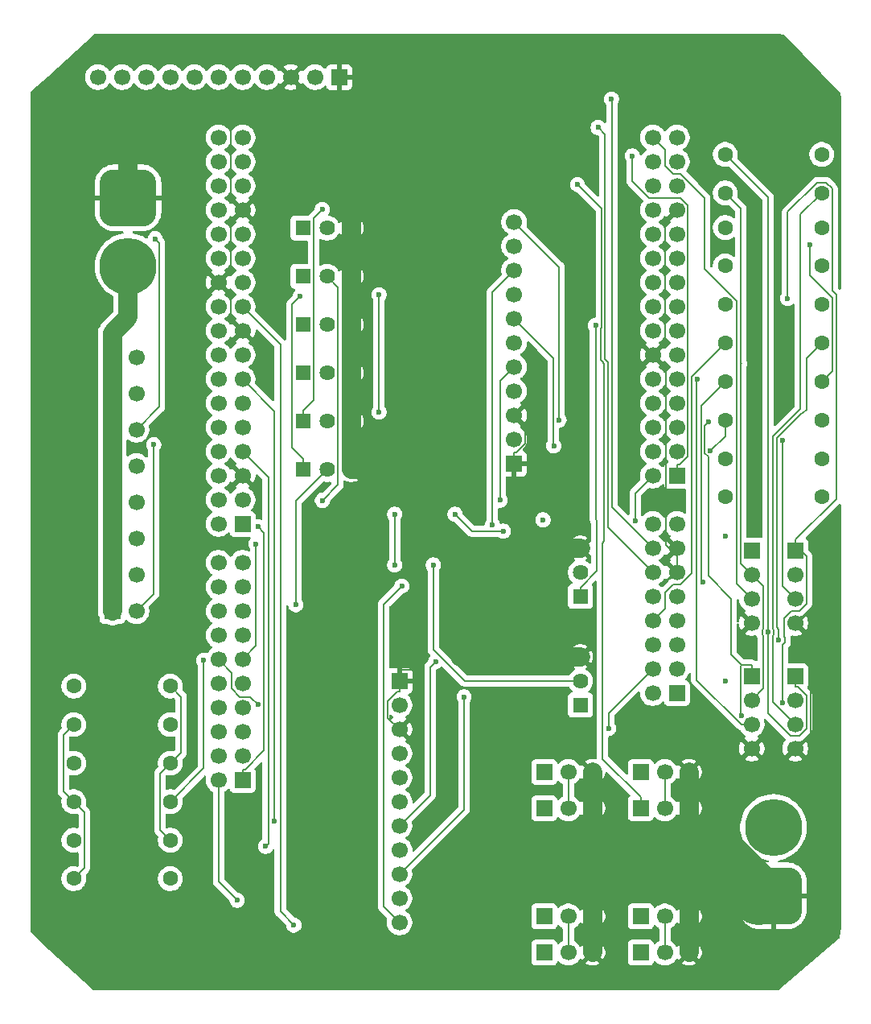
<source format=gbr>
%TF.GenerationSoftware,KiCad,Pcbnew,9.0.2*%
%TF.CreationDate,2025-08-04T13:53:50+09:00*%
%TF.ProjectId,F767ZI_MB_V1.5,46373637-5a49-45f4-9d42-5f56312e352e,rev?*%
%TF.SameCoordinates,Original*%
%TF.FileFunction,Copper,L1,Top*%
%TF.FilePolarity,Positive*%
%FSLAX46Y46*%
G04 Gerber Fmt 4.6, Leading zero omitted, Abs format (unit mm)*
G04 Created by KiCad (PCBNEW 9.0.2) date 2025-08-04 13:53:50*
%MOMM*%
%LPD*%
G01*
G04 APERTURE LIST*
G04 Aperture macros list*
%AMRoundRect*
0 Rectangle with rounded corners*
0 $1 Rounding radius*
0 $2 $3 $4 $5 $6 $7 $8 $9 X,Y pos of 4 corners*
0 Add a 4 corners polygon primitive as box body*
4,1,4,$2,$3,$4,$5,$6,$7,$8,$9,$2,$3,0*
0 Add four circle primitives for the rounded corners*
1,1,$1+$1,$2,$3*
1,1,$1+$1,$4,$5*
1,1,$1+$1,$6,$7*
1,1,$1+$1,$8,$9*
0 Add four rect primitives between the rounded corners*
20,1,$1+$1,$2,$3,$4,$5,0*
20,1,$1+$1,$4,$5,$6,$7,0*
20,1,$1+$1,$6,$7,$8,$9,0*
20,1,$1+$1,$8,$9,$2,$3,0*%
G04 Aperture macros list end*
%TA.AperFunction,ComponentPad*%
%ADD10R,1.700000X1.700000*%
%TD*%
%TA.AperFunction,ComponentPad*%
%ADD11C,1.700000*%
%TD*%
%TA.AperFunction,ComponentPad*%
%ADD12C,1.600000*%
%TD*%
%TA.AperFunction,ComponentPad*%
%ADD13R,1.625600X1.625600*%
%TD*%
%TA.AperFunction,ComponentPad*%
%ADD14C,1.625600*%
%TD*%
%TA.AperFunction,ComponentPad*%
%ADD15RoundRect,1.500000X-1.500000X1.500000X-1.500000X-1.500000X1.500000X-1.500000X1.500000X1.500000X0*%
%TD*%
%TA.AperFunction,ComponentPad*%
%ADD16C,6.000000*%
%TD*%
%TA.AperFunction,ComponentPad*%
%ADD17RoundRect,1.500000X1.500000X-1.500000X1.500000X1.500000X-1.500000X1.500000X-1.500000X-1.500000X0*%
%TD*%
%TA.AperFunction,ViaPad*%
%ADD18C,0.600000*%
%TD*%
%TA.AperFunction,Conductor*%
%ADD19C,0.200000*%
%TD*%
%TA.AperFunction,Conductor*%
%ADD20C,2.000000*%
%TD*%
%TA.AperFunction,Conductor*%
%ADD21C,6.000000*%
%TD*%
G04 APERTURE END LIST*
D10*
%TO.P,J25,1,Pin_1*%
%TO.N,PE_14*%
X171450000Y-161930000D03*
D11*
%TO.P,J25,2,Pin_2*%
%TO.N,SERVO+*%
X173990000Y-161930000D03*
%TO.P,J25,3,Pin_3*%
%TO.N,GND*%
X176530000Y-161930000D03*
%TD*%
%TO.P,J26,3,Pin_3*%
%TO.N,GND*%
X176530000Y-150550000D03*
%TO.P,J26,2,Pin_2*%
%TO.N,SERVO+*%
X173990000Y-150550000D03*
D10*
%TO.P,J26,1,Pin_1*%
%TO.N,PB_10*%
X171450000Y-150550000D03*
%TD*%
D11*
%TO.P,J27,3,Pin_3*%
%TO.N,GND*%
X176530000Y-146740000D03*
%TO.P,J27,2,Pin_2*%
%TO.N,SERVO+*%
X173990000Y-146740000D03*
D10*
%TO.P,J27,1,Pin_1*%
%TO.N,PE_5*%
X171450000Y-146740000D03*
%TD*%
%TO.P,J24,1,Pin_1*%
%TO.N,PE_11*%
X171450000Y-165740000D03*
D11*
%TO.P,J24,2,Pin_2*%
%TO.N,SERVO+*%
X173990000Y-165740000D03*
%TO.P,J24,3,Pin_3*%
%TO.N,GND*%
X176530000Y-165740000D03*
%TD*%
D12*
%TO.P,R7,1*%
%TO.N,PA_6*%
X180340000Y-81788000D03*
%TO.P,R7,2*%
%TO.N,+5V*%
X190500000Y-81788000D03*
%TD*%
%TO.P,R16,1*%
%TO.N,PF_13*%
X180340000Y-117828000D03*
%TO.P,R16,2*%
%TO.N,Net-(U8-G)*%
X190500000Y-117828000D03*
%TD*%
%TO.P,R13,2*%
%TO.N,Net-(U5-G)*%
X190500000Y-105678000D03*
%TO.P,R13,1*%
%TO.N,PC_12*%
X180340000Y-105678000D03*
%TD*%
%TO.P,R10,2*%
%TO.N,PF_1*%
X190500000Y-93528000D03*
%TO.P,R10,1*%
%TO.N,Net-(U2-G)*%
X180340000Y-93528000D03*
%TD*%
%TO.P,R12,2*%
%TO.N,Net-(U4-G)*%
X190500000Y-101628000D03*
%TO.P,R12,1*%
%TO.N,PC_11*%
X180340000Y-101628000D03*
%TD*%
%TO.P,R14,2*%
%TO.N,Net-(U6-G)*%
X190500000Y-109728000D03*
%TO.P,R14,1*%
%TO.N,PF_14*%
X180340000Y-109728000D03*
%TD*%
%TO.P,R8,2*%
%TO.N,PF_7*%
X190500000Y-85838000D03*
%TO.P,R8,1*%
%TO.N,+5V*%
X180340000Y-85838000D03*
%TD*%
%TO.P,R15,2*%
%TO.N,Net-(U7-G)*%
X190500000Y-113778000D03*
%TO.P,R15,1*%
%TO.N,PF_12*%
X180340000Y-113778000D03*
%TD*%
%TO.P,R9,2*%
%TO.N,Net-(U1-G)*%
X190500000Y-89478000D03*
%TO.P,R9,1*%
%TO.N,PF_0*%
X180340000Y-89478000D03*
%TD*%
%TO.P,R11,2*%
%TO.N,Net-(U3-G)*%
X190500000Y-97578000D03*
%TO.P,R11,1*%
%TO.N,PF_15*%
X180340000Y-97578000D03*
%TD*%
D10*
%TO.P,J10,1,Pin_1*%
%TO.N,PD_4*%
X183134000Y-136652000D03*
D11*
%TO.P,J10,2,Pin_2*%
%TO.N,+5V*%
X183134000Y-139192000D03*
%TO.P,J10,3,Pin_3*%
%TO.N,PF_5*%
X183134000Y-141732000D03*
%TO.P,J10,4,Pin_4*%
%TO.N,GND*%
X183134000Y-144272000D03*
%TD*%
%TO.P,J9,4,Pin_4*%
%TO.N,GND*%
X187724000Y-131064000D03*
%TO.P,J9,3,Pin_3*%
%TO.N,PC_3*%
X187724000Y-128524000D03*
%TO.P,J9,2,Pin_2*%
%TO.N,+5V*%
X187724000Y-125984000D03*
D10*
%TO.P,J9,1,Pin_1*%
%TO.N,PF_2*%
X187724000Y-123444000D03*
%TD*%
D11*
%TO.P,J8,4,Pin_4*%
%TO.N,GND*%
X183134000Y-131064000D03*
%TO.P,J8,3,Pin_3*%
%TO.N,PG_1*%
X183134000Y-128524000D03*
%TO.P,J8,2,Pin_2*%
%TO.N,+5V*%
X183134000Y-125984000D03*
D10*
%TO.P,J8,1,Pin_1*%
%TO.N,PC_0*%
X183134000Y-123444000D03*
%TD*%
%TO.P,J16,1,Pin_1*%
%TO.N,TR+*%
X115824000Y-118364000D03*
D11*
%TO.P,J16,2,Pin_2*%
%TO.N,Net-(J16-Pin_2)*%
X118364000Y-118364000D03*
%TD*%
D10*
%TO.P,J15,1,Pin_1*%
%TO.N,TR+*%
X115824000Y-122174000D03*
D11*
%TO.P,J15,2,Pin_2*%
%TO.N,Net-(J15-Pin_2)*%
X118364000Y-122174000D03*
%TD*%
%TO.P,J11,4,Pin_4*%
%TO.N,GND*%
X187724000Y-144272000D03*
%TO.P,J11,3,Pin_3*%
%TO.N,PF_7*%
X187724000Y-141732000D03*
%TO.P,J11,2,Pin_2*%
%TO.N,+5V*%
X187724000Y-139192000D03*
D10*
%TO.P,J11,1,Pin_1*%
%TO.N,PA_6*%
X187724000Y-136652000D03*
%TD*%
D12*
%TO.P,R1,2*%
%TO.N,+5V*%
X121920000Y-137710000D03*
%TO.P,R1,1*%
%TO.N,PC_0*%
X111760000Y-137710000D03*
%TD*%
%TO.P,R6,2*%
%TO.N,PF_5*%
X121920000Y-157960000D03*
%TO.P,R6,1*%
%TO.N,+5V*%
X111760000Y-157960000D03*
%TD*%
D10*
%TO.P,J14,1,Pin_1*%
%TO.N,TR+*%
X115827000Y-125997000D03*
D11*
%TO.P,J14,2,Pin_2*%
%TO.N,Net-(J14-Pin_2)*%
X118367000Y-125997000D03*
%TD*%
D10*
%TO.P,J20,1,Pin_1*%
%TO.N,TR+*%
X115824000Y-114554000D03*
D11*
%TO.P,J20,2,Pin_2*%
%TO.N,Net-(J20-Pin_2)*%
X118364000Y-114554000D03*
%TD*%
D12*
%TO.P,R3,2*%
%TO.N,+5V*%
X121920000Y-145810000D03*
%TO.P,R3,1*%
%TO.N,PF_2*%
X111760000Y-145810000D03*
%TD*%
%TO.P,R5,2*%
%TO.N,+5V*%
X121920000Y-153910000D03*
%TO.P,R5,1*%
%TO.N,PD_4*%
X111760000Y-153910000D03*
%TD*%
%TO.P,R2,2*%
%TO.N,PG_1*%
X121920000Y-141760000D03*
%TO.P,R2,1*%
%TO.N,+5V*%
X111760000Y-141760000D03*
%TD*%
D10*
%TO.P,J21,1,Pin_1*%
%TO.N,TR+*%
X115824000Y-110744000D03*
D11*
%TO.P,J21,2,Pin_2*%
%TO.N,Net-(J21-Pin_2)*%
X118364000Y-110744000D03*
%TD*%
D10*
%TO.P,J13,1,Pin_1*%
%TO.N,TR+*%
X115827000Y-129807000D03*
D11*
%TO.P,J13,2,Pin_2*%
%TO.N,Net-(J13-Pin_2)*%
X118367000Y-129807000D03*
%TD*%
%TO.P,J23,2,Pin_2*%
%TO.N,Net-(J23-Pin_2)*%
X118364000Y-103124000D03*
D10*
%TO.P,J23,1,Pin_1*%
%TO.N,TR+*%
X115824000Y-103124000D03*
%TD*%
D12*
%TO.P,R4,2*%
%TO.N,PC_3*%
X121920000Y-149860000D03*
%TO.P,R4,1*%
%TO.N,+5V*%
X111760000Y-149860000D03*
%TD*%
D11*
%TO.P,J22,2,Pin_2*%
%TO.N,Net-(J22-Pin_2)*%
X118364000Y-106934000D03*
D10*
%TO.P,J22,1,Pin_1*%
%TO.N,TR+*%
X115824000Y-106934000D03*
%TD*%
D13*
%TO.P,U3,1,G*%
%TO.N,Net-(U3-G)*%
X165100000Y-128270000D03*
D14*
%TO.P,U3,2,D*%
%TO.N,Net-(J16-Pin_2)*%
X165100000Y-125730000D03*
%TO.P,U3,3,S*%
%TO.N,GND*%
X165100000Y-123190000D03*
%TD*%
D11*
%TO.P,J2,30,Pin_30*%
%TO.N,PG_1*%
X172720000Y-80010000D03*
%TO.P,J2,29,Pin_29*%
%TO.N,unconnected-(J2-Pin_29-Pad29)*%
X175260000Y-80010000D03*
%TO.P,J2,28,Pin_28*%
%TO.N,PF_9*%
X172720000Y-82550000D03*
%TO.P,J2,27,Pin_27*%
%TO.N,PD_1*%
X175260000Y-82550000D03*
%TO.P,J2,26,Pin_26*%
%TO.N,PF_7*%
X172720000Y-85090000D03*
%TO.P,J2,25,Pin_25*%
%TO.N,PD_0*%
X175260000Y-85090000D03*
%TO.P,J2,24,Pin_24*%
%TO.N,unconnected-(J2-Pin_24-Pad24)*%
X172720000Y-87630000D03*
%TO.P,J2,23,Pin_23*%
%TO.N,GND*%
X175260000Y-87630000D03*
%TO.P,J2,22,Pin_22*%
%TO.N,PE_3*%
X172720000Y-90170000D03*
%TO.P,J2,21,Pin_21*%
%TO.N,PF_0*%
X175260000Y-90170000D03*
%TO.P,J2,20,Pin_20*%
%TO.N,unconnected-(J2-Pin_20-Pad20)*%
X172720000Y-92710000D03*
%TO.P,J2,19,Pin_19*%
%TO.N,PF_1*%
X175260000Y-92710000D03*
%TO.P,J2,18,Pin_18*%
%TO.N,unconnected-(J2-Pin_18-Pad18)*%
X172720000Y-95250000D03*
%TO.P,J2,17,Pin_17*%
%TO.N,PF_2*%
X175260000Y-95250000D03*
%TO.P,J2,16,Pin_16*%
%TO.N,PE_4*%
X172720000Y-97790000D03*
%TO.P,J2,15,Pin_15*%
%TO.N,unconnected-(J2-Pin_15-Pad15)*%
X175260000Y-97790000D03*
%TO.P,J2,14,Pin_14*%
%TO.N,PE_2*%
X172720000Y-100330000D03*
%TO.P,J2,13,Pin_13*%
%TO.N,unconnected-(J2-Pin_13-Pad13)*%
X175260000Y-100330000D03*
%TO.P,J2,12,Pin_12*%
%TO.N,GND*%
X172720000Y-102870000D03*
%TO.P,J2,11,Pin_11*%
%TO.N,PF_10*%
X175260000Y-102870000D03*
%TO.P,J2,10,Pin_10*%
%TO.N,PD_3*%
X172720000Y-105410000D03*
%TO.P,J2,9,Pin_9*%
%TO.N,PF_5*%
X175260000Y-105410000D03*
%TO.P,J2,8,Pin_8*%
%TO.N,PD_4*%
X172720000Y-107950000D03*
%TO.P,J2,7,Pin_7*%
%TO.N,PF_3*%
X175260000Y-107950000D03*
%TO.P,J2,6,Pin_6*%
%TO.N,PD_5*%
X172720000Y-110490000D03*
%TO.P,J2,5,Pin_5*%
%TO.N,PC_3*%
X175260000Y-110490000D03*
%TO.P,J2,4,Pin_4*%
%TO.N,PD_6*%
X172720000Y-113030000D03*
%TO.P,J2,3,Pin_3*%
%TO.N,PC_0*%
X175260000Y-113030000D03*
%TO.P,J2,2,Pin_2*%
%TO.N,PD_7*%
X172720000Y-115570000D03*
D10*
%TO.P,J2,1,Pin_1*%
%TO.N,PA_3*%
X175260000Y-115570000D03*
%TD*%
D11*
%TO.P,J1,16,Pin_16*%
%TO.N,PG_3*%
X172720000Y-120660000D03*
%TO.P,J1,15,Pin_15*%
%TO.N,VIN*%
X175260000Y-120660000D03*
%TO.P,J1,14,Pin_14*%
%TO.N,PG_2*%
X172720000Y-123200000D03*
%TO.P,J1,13,Pin_13*%
%TO.N,GND*%
X175260000Y-123200000D03*
%TO.P,J1,12,Pin_12*%
%TO.N,PD_2*%
X172720000Y-125740000D03*
%TO.P,J1,11,Pin_11*%
%TO.N,GND*%
X175260000Y-125740000D03*
%TO.P,J1,10,Pin_10*%
%TO.N,PC_12*%
X172720000Y-128280000D03*
%TO.P,J1,9,Pin_9*%
%TO.N,+5V*%
X175260000Y-128280000D03*
%TO.P,J1,8,Pin_8*%
%TO.N,PC_11*%
X172720000Y-130820000D03*
%TO.P,J1,7,Pin_7*%
%TO.N,+3.3V*%
X175260000Y-130820000D03*
%TO.P,J1,6,Pin_6*%
%TO.N,PC_10*%
X172720000Y-133360000D03*
%TO.P,J1,5,Pin_5*%
%TO.N,unconnected-(J1-Pin_5-Pad5)*%
X175260000Y-133360000D03*
%TO.P,J1,4,Pin_4*%
%TO.N,PC_9*%
X172720000Y-135900000D03*
%TO.P,J1,3,Pin_3*%
%TO.N,unconnected-(J1-Pin_3-Pad3)*%
X175260000Y-135900000D03*
%TO.P,J1,2,Pin_2*%
%TO.N,PC_8*%
X172720000Y-138440000D03*
D10*
%TO.P,J1,1,Pin_1*%
%TO.N,unconnected-(J1-Pin_1-Pad1)*%
X175260000Y-138440000D03*
%TD*%
D11*
%TO.P,J17,3,Pin_3*%
%TO.N,GND*%
X166370000Y-146740000D03*
%TO.P,J17,2,Pin_2*%
%TO.N,SERVO+*%
X163830000Y-146740000D03*
D10*
%TO.P,J17,1,Pin_1*%
%TO.N,PB_6*%
X161290000Y-146740000D03*
%TD*%
D11*
%TO.P,J12,3,Pin_3*%
%TO.N,GND*%
X166370000Y-150550000D03*
%TO.P,J12,2,Pin_2*%
%TO.N,SERVO+*%
X163830000Y-150550000D03*
D10*
%TO.P,J12,1,Pin_1*%
%TO.N,PB_1*%
X161290000Y-150550000D03*
%TD*%
D11*
%TO.P,J6,11,Pin_11*%
%TO.N,PD_5*%
X158115000Y-88900000D03*
%TO.P,J6,10,Pin_10*%
%TO.N,unconnected-(J6-Pin_10-Pad10)*%
X158115000Y-91440000D03*
%TO.P,J6,9,Pin_9*%
%TO.N,PC_7*%
X158115000Y-93980000D03*
%TO.P,J6,8,Pin_8*%
%TO.N,unconnected-(J6-Pin_8-Pad8)*%
X158115000Y-96520000D03*
%TO.P,J6,7,Pin_7*%
%TO.N,PD_6*%
X158115000Y-99060000D03*
%TO.P,J6,6,Pin_6*%
%TO.N,unconnected-(J6-Pin_6-Pad6)*%
X158115000Y-101600000D03*
%TO.P,J6,5,Pin_5*%
%TO.N,PC_6*%
X158115000Y-104140000D03*
%TO.P,J6,4,Pin_4*%
%TO.N,unconnected-(J6-Pin_4-Pad4)*%
X158115000Y-106680000D03*
%TO.P,J6,3,Pin_3*%
%TO.N,GND*%
X158115000Y-109220000D03*
%TO.P,J6,2,Pin_2*%
%TO.N,unconnected-(J6-Pin_2-Pad2)*%
X158115000Y-111760000D03*
D10*
%TO.P,J6,1,Pin_1*%
%TO.N,GND*%
X158115000Y-114300000D03*
%TD*%
D13*
%TO.P,U2,1,G*%
%TO.N,Net-(U2-G)*%
X135890000Y-114935000D03*
D14*
%TO.P,U2,2,D*%
%TO.N,Net-(J14-Pin_2)*%
X138430000Y-114935000D03*
%TO.P,U2,3,S*%
%TO.N,GND*%
X140970000Y-114935000D03*
%TD*%
D13*
%TO.P,U4,1,G*%
%TO.N,Net-(U4-G)*%
X165100000Y-139700000D03*
D14*
%TO.P,U4,2,D*%
%TO.N,Net-(J20-Pin_2)*%
X165100000Y-137160000D03*
%TO.P,U4,3,S*%
%TO.N,GND*%
X165100000Y-134620000D03*
%TD*%
%TO.P,U1,3,S*%
%TO.N,GND*%
X140970000Y-109855000D03*
%TO.P,U1,2,D*%
%TO.N,Net-(J13-Pin_2)*%
X138430000Y-109855000D03*
D13*
%TO.P,U1,1,G*%
%TO.N,Net-(U1-G)*%
X135890000Y-109855000D03*
%TD*%
%TO.P,U7,1,G*%
%TO.N,Net-(U7-G)*%
X135890000Y-99695000D03*
D14*
%TO.P,U7,2,D*%
%TO.N,Net-(J22-Pin_2)*%
X138430000Y-99695000D03*
%TO.P,U7,3,S*%
%TO.N,GND*%
X140970000Y-99695000D03*
%TD*%
D13*
%TO.P,U6,1,G*%
%TO.N,Net-(U6-G)*%
X135890000Y-94615000D03*
D14*
%TO.P,U6,2,D*%
%TO.N,Net-(J15-Pin_2)*%
X138430000Y-94615000D03*
%TO.P,U6,3,S*%
%TO.N,GND*%
X140970000Y-94615000D03*
%TD*%
D13*
%TO.P,U5,1,G*%
%TO.N,Net-(U5-G)*%
X135890000Y-89535000D03*
D14*
%TO.P,U5,2,D*%
%TO.N,Net-(J21-Pin_2)*%
X138430000Y-89535000D03*
%TO.P,U5,3,S*%
%TO.N,GND*%
X140970000Y-89535000D03*
%TD*%
D13*
%TO.P,U8,1,G*%
%TO.N,Net-(U8-G)*%
X135890000Y-104775000D03*
D14*
%TO.P,U8,2,D*%
%TO.N,Net-(J23-Pin_2)*%
X138430000Y-104775000D03*
%TO.P,U8,3,S*%
%TO.N,GND*%
X140970000Y-104775000D03*
%TD*%
D10*
%TO.P,J18,1,Pin_1*%
%TO.N,PD_13*%
X161290000Y-165740000D03*
D11*
%TO.P,J18,2,Pin_2*%
%TO.N,SERVO+*%
X163830000Y-165740000D03*
%TO.P,J18,3,Pin_3*%
%TO.N,GND*%
X166370000Y-165740000D03*
%TD*%
%TO.P,J19,3,Pin_3*%
%TO.N,GND*%
X166370000Y-161930000D03*
%TO.P,J19,2,Pin_2*%
%TO.N,SERVO+*%
X163830000Y-161930000D03*
D10*
%TO.P,J19,1,Pin_1*%
%TO.N,PB_8*%
X161290000Y-161930000D03*
%TD*%
D15*
%TO.P,J29,N,NEG*%
%TO.N,GND*%
X117475000Y-86360000D03*
D16*
%TO.P,J29,P,POS*%
%TO.N,TR+*%
X117475000Y-93560000D03*
%TD*%
D17*
%TO.P,J28,N,NEG*%
%TO.N,GND*%
X185420000Y-159766000D03*
D16*
%TO.P,J28,P,POS*%
%TO.N,SERVO+*%
X185420000Y-152566000D03*
%TD*%
D10*
%TO.P,J5,1,Pin_1*%
%TO.N,GND*%
X139700000Y-73660000D03*
D11*
%TO.P,J5,2,Pin_2*%
%TO.N,unconnected-(J5-Pin_2-Pad2)*%
X137160000Y-73660000D03*
%TO.P,J5,3,Pin_3*%
%TO.N,GND*%
X134620000Y-73660000D03*
%TO.P,J5,4,Pin_4*%
%TO.N,unconnected-(J5-Pin_4-Pad4)*%
X132080000Y-73660000D03*
%TO.P,J5,5,Pin_5*%
%TO.N,PA_3*%
X129540000Y-73660000D03*
%TO.P,J5,6,Pin_6*%
%TO.N,unconnected-(J5-Pin_6-Pad6)*%
X127000000Y-73660000D03*
%TO.P,J5,7,Pin_7*%
%TO.N,PG_2*%
X124460000Y-73660000D03*
%TO.P,J5,8,Pin_8*%
%TO.N,unconnected-(J5-Pin_8-Pad8)*%
X121920000Y-73660000D03*
%TO.P,J5,9,Pin_9*%
%TO.N,PA_0*%
X119380000Y-73660000D03*
%TO.P,J5,10,Pin_10*%
%TO.N,unconnected-(J5-Pin_10-Pad10)*%
X116840000Y-73660000D03*
%TO.P,J5,11,Pin_11*%
%TO.N,PD_2*%
X114300000Y-73660000D03*
%TD*%
D10*
%TO.P,J7,1,Pin_1*%
%TO.N,GND*%
X146050000Y-137160000D03*
D11*
%TO.P,J7,2,Pin_2*%
%TO.N,unconnected-(J7-Pin_2-Pad2)*%
X146050000Y-139700000D03*
%TO.P,J7,3,Pin_3*%
%TO.N,GND*%
X146050000Y-142240000D03*
%TO.P,J7,4,Pin_4*%
%TO.N,unconnected-(J7-Pin_4-Pad4)*%
X146050000Y-144780000D03*
%TO.P,J7,5,Pin_5*%
%TO.N,PC_9*%
X146050000Y-147320000D03*
%TO.P,J7,6,Pin_6*%
%TO.N,unconnected-(J7-Pin_6-Pad6)*%
X146050000Y-149860000D03*
%TO.P,J7,7,Pin_7*%
%TO.N,PC_10*%
X146050000Y-152400000D03*
%TO.P,J7,8,Pin_8*%
%TO.N,unconnected-(J7-Pin_8-Pad8)*%
X146050000Y-154940000D03*
%TO.P,J7,9,Pin_9*%
%TO.N,PC_8*%
X146050000Y-157480000D03*
%TO.P,J7,10,Pin_10*%
%TO.N,unconnected-(J7-Pin_10-Pad10)*%
X146050000Y-160020000D03*
%TO.P,J7,11,Pin_11*%
%TO.N,PD_7*%
X146050000Y-162560000D03*
%TD*%
D10*
%TO.P,J4,1,Pin_1*%
%TO.N,unconnected-(J4-Pin_1-Pad1)*%
X129540000Y-120650000D03*
D11*
%TO.P,J4,2,Pin_2*%
%TO.N,PF_13*%
X127000000Y-120650000D03*
%TO.P,J4,3,Pin_3*%
%TO.N,unconnected-(J4-Pin_3-Pad3)*%
X129540000Y-118110000D03*
%TO.P,J4,4,Pin_4*%
%TO.N,unconnected-(J4-Pin_4-Pad4)*%
X127000000Y-118110000D03*
%TO.P,J4,5,Pin_5*%
%TO.N,GND*%
X129540000Y-115570000D03*
%TO.P,J4,6,Pin_6*%
%TO.N,unconnected-(J4-Pin_6-Pad6)*%
X127000000Y-115570000D03*
%TO.P,J4,7,Pin_7*%
%TO.N,PB_1*%
X129540000Y-113030000D03*
%TO.P,J4,8,Pin_8*%
%TO.N,PF_14*%
X127000000Y-113030000D03*
%TO.P,J4,9,Pin_9*%
%TO.N,unconnected-(J4-Pin_9-Pad9)*%
X129540000Y-110490000D03*
%TO.P,J4,10,Pin_10*%
%TO.N,unconnected-(J4-Pin_10-Pad10)*%
X127000000Y-110490000D03*
%TO.P,J4,11,Pin_11*%
%TO.N,unconnected-(J4-Pin_11-Pad11)*%
X129540000Y-107950000D03*
%TO.P,J4,12,Pin_12*%
%TO.N,PF_15*%
X127000000Y-107950000D03*
%TO.P,J4,13,Pin_13*%
%TO.N,PB_6*%
X129540000Y-105410000D03*
%TO.P,J4,14,Pin_14*%
%TO.N,PG_14*%
X127000000Y-105410000D03*
%TO.P,J4,15,Pin_15*%
%TO.N,unconnected-(J4-Pin_15-Pad15)*%
X129540000Y-102870000D03*
%TO.P,J4,16,Pin_16*%
%TO.N,PG_9*%
X127000000Y-102870000D03*
%TO.P,J4,17,Pin_17*%
%TO.N,GND*%
X129540000Y-100330000D03*
%TO.P,J4,18,Pin_18*%
%TO.N,PE_8*%
X127000000Y-100330000D03*
%TO.P,J4,19,Pin_19*%
%TO.N,PD_13*%
X129540000Y-97790000D03*
%TO.P,J4,20,Pin_20*%
%TO.N,PE_7*%
X127000000Y-97790000D03*
%TO.P,J4,21,Pin_21*%
%TO.N,PD_12*%
X129540000Y-95250000D03*
%TO.P,J4,22,Pin_22*%
%TO.N,GND*%
X127000000Y-95250000D03*
%TO.P,J4,23,Pin_23*%
%TO.N,PD_11*%
X129540000Y-92710000D03*
%TO.P,J4,24,Pin_24*%
%TO.N,unconnected-(J4-Pin_24-Pad24)*%
X127000000Y-92710000D03*
%TO.P,J4,25,Pin_25*%
%TO.N,unconnected-(J4-Pin_25-Pad25)*%
X129540000Y-90170000D03*
%TO.P,J4,26,Pin_26*%
%TO.N,unconnected-(J4-Pin_26-Pad26)*%
X127000000Y-90170000D03*
%TO.P,J4,27,Pin_27*%
%TO.N,GND*%
X129540000Y-87630000D03*
%TO.P,J4,28,Pin_28*%
%TO.N,unconnected-(J4-Pin_28-Pad28)*%
X127000000Y-87630000D03*
%TO.P,J4,29,Pin_29*%
%TO.N,PA_0*%
X129540000Y-85090000D03*
%TO.P,J4,30,Pin_30*%
%TO.N,unconnected-(J4-Pin_30-Pad30)*%
X127000000Y-85090000D03*
%TO.P,J4,31,Pin_31*%
%TO.N,unconnected-(J4-Pin_31-Pad31)*%
X129540000Y-82550000D03*
%TO.P,J4,32,Pin_32*%
%TO.N,PB_10*%
X127000000Y-82550000D03*
%TO.P,J4,33,Pin_33*%
%TO.N,unconnected-(J4-Pin_33-Pad33)*%
X129540000Y-80010000D03*
%TO.P,J4,34,Pin_34*%
%TO.N,PB_11*%
X127000000Y-80010000D03*
%TD*%
D10*
%TO.P,J3,1,Pin_1*%
%TO.N,PC_6*%
X129540000Y-147600000D03*
D11*
%TO.P,J3,2,Pin_2*%
%TO.N,PB_8*%
X127000000Y-147600000D03*
%TO.P,J3,3,Pin_3*%
%TO.N,PB_15*%
X129540000Y-145060000D03*
%TO.P,J3,4,Pin_4*%
%TO.N,PB_9*%
X127000000Y-145060000D03*
%TO.P,J3,5,Pin_5*%
%TO.N,PB_13*%
X129540000Y-142520000D03*
%TO.P,J3,6,Pin_6*%
%TO.N,unconnected-(J3-Pin_6-Pad6)*%
X127000000Y-142520000D03*
%TO.P,J3,7,Pin_7*%
%TO.N,unconnected-(J3-Pin_7-Pad7)*%
X129540000Y-139980000D03*
%TO.P,J3,8,Pin_8*%
%TO.N,unconnected-(J3-Pin_8-Pad8)*%
X127000000Y-139980000D03*
%TO.P,J3,9,Pin_9*%
%TO.N,PA_15*%
X129540000Y-137440000D03*
%TO.P,J3,10,Pin_10*%
%TO.N,unconnected-(J3-Pin_10-Pad10)*%
X127000000Y-137440000D03*
%TO.P,J3,11,Pin_11*%
%TO.N,PC_7*%
X129540000Y-134900000D03*
%TO.P,J3,12,Pin_12*%
%TO.N,PA_6*%
X127000000Y-134900000D03*
%TO.P,J3,13,Pin_13*%
%TO.N,unconnected-(J3-Pin_13-Pad13)*%
X129540000Y-132360000D03*
%TO.P,J3,14,Pin_14*%
%TO.N,unconnected-(J3-Pin_14-Pad14)*%
X127000000Y-132360000D03*
%TO.P,J3,15,Pin_15*%
%TO.N,PB_3*%
X129540000Y-129820000D03*
%TO.P,J3,16,Pin_16*%
%TO.N,unconnected-(J3-Pin_16-Pad16)*%
X127000000Y-129820000D03*
%TO.P,J3,17,Pin_17*%
%TO.N,unconnected-(J3-Pin_17-Pad17)*%
X129540000Y-127280000D03*
%TO.P,J3,18,Pin_18*%
%TO.N,unconnected-(J3-Pin_18-Pad18)*%
X127000000Y-127280000D03*
%TO.P,J3,19,Pin_19*%
%TO.N,unconnected-(J3-Pin_19-Pad19)*%
X129540000Y-124740000D03*
%TO.P,J3,20,Pin_20*%
%TO.N,PF_12*%
X127000000Y-124740000D03*
%TD*%
D18*
%TO.N,GND*%
X116840000Y-149860000D03*
X116840000Y-144780000D03*
X121920000Y-71120000D03*
X149860000Y-114300000D03*
X190500000Y-121920000D03*
X190500000Y-134620000D03*
X180340000Y-137160000D03*
X180340000Y-121920000D03*
X157480000Y-139700000D03*
X185420000Y-83820000D03*
X149860000Y-93980000D03*
X149860000Y-91440000D03*
X149860000Y-88900000D03*
X187960000Y-147320000D03*
X180340000Y-147320000D03*
X185420000Y-165100000D03*
X180340000Y-167640000D03*
X175260000Y-167640000D03*
X165100000Y-167640000D03*
X152400000Y-167640000D03*
X139700000Y-167640000D03*
X127000000Y-165100000D03*
X116840000Y-165100000D03*
X139700000Y-157480000D03*
X139700000Y-152400000D03*
X162560000Y-116840000D03*
X170180000Y-106680000D03*
X149860000Y-109220000D03*
X147320000Y-104140000D03*
X152400000Y-101600000D03*
X165100000Y-104140000D03*
X142240000Y-139700000D03*
X116840000Y-137160000D03*
X124460000Y-149860000D03*
X109220000Y-160020000D03*
X109220000Y-152400000D03*
X109220000Y-144780000D03*
X109220000Y-137160000D03*
X109220000Y-129540000D03*
X109220000Y-121920000D03*
X132080000Y-101600000D03*
X132080000Y-93980000D03*
X124460000Y-114300000D03*
X124460000Y-106680000D03*
X109220000Y-114300000D03*
X109220000Y-106680000D03*
X111760000Y-99060000D03*
X124460000Y-93980000D03*
X121920000Y-81280000D03*
X111760000Y-78740000D03*
X144780000Y-71120000D03*
X162560000Y-71120000D03*
X177800000Y-73660000D03*
X185420000Y-76200000D03*
%TO.N,Net-(J20-Pin_2)*%
X149606000Y-124968000D03*
X145542000Y-119634000D03*
X145542000Y-124968000D03*
X156972000Y-121412000D03*
X151892000Y-119634000D03*
%TO.N,Net-(U5-G)*%
X189263300Y-91271700D03*
%TO.N,Net-(U4-G)*%
X185975000Y-132852500D03*
%TO.N,Net-(U3-G)*%
X166691600Y-99779400D03*
%TO.N,Net-(U2-G)*%
X135573100Y-96738300D03*
%TO.N,Net-(U1-G)*%
X137921500Y-87582300D03*
%TO.N,Net-(J21-Pin_2)*%
X120330800Y-90657300D03*
%TO.N,Net-(J20-Pin_2)*%
X161156500Y-120226900D03*
%TO.N,Net-(J15-Pin_2)*%
X137938600Y-118176500D03*
%TO.N,Net-(J14-Pin_2)*%
X135138800Y-129139100D03*
%TO.N,Net-(J13-Pin_2)*%
X120172500Y-112305400D03*
%TO.N,PF_14*%
X178793300Y-112973800D03*
%TO.N,PD_13*%
X134936600Y-162840800D03*
%TO.N,PB_1*%
X131951700Y-154559900D03*
%TO.N,PF_15*%
X143891300Y-108898900D03*
X143891300Y-96536000D03*
%TO.N,PB_10*%
X164785600Y-84945300D03*
%TO.N,PB_6*%
X132906700Y-151951200D03*
%TO.N,PC_7*%
X155830900Y-120784300D03*
X130948200Y-122752400D03*
%TO.N,PC_6*%
X156627100Y-118159300D03*
X131155500Y-120956400D03*
%TO.N,PA_6*%
X184846400Y-132053900D03*
X131155500Y-139624100D03*
%TO.N,PB_8*%
X128966800Y-160229500D03*
%TO.N,PD_7*%
X170854900Y-120355200D03*
X146305400Y-127186200D03*
%TO.N,PF_5*%
X177417400Y-105413400D03*
%TO.N,PC_3*%
X186346100Y-111893300D03*
X125418900Y-134995700D03*
%TO.N,PA_3*%
X170566500Y-81951100D03*
%TO.N,PD_5*%
X162843500Y-109703200D03*
%TO.N,PF_2*%
X186922300Y-96922100D03*
X186359200Y-139501500D03*
%TO.N,PD_6*%
X162295000Y-112430100D03*
%TO.N,PD_4*%
X182054900Y-140851400D03*
X178546900Y-109946100D03*
%TO.N,PC_12*%
X177952900Y-126773500D03*
%TO.N,PD_2*%
X166974300Y-78956900D03*
%TO.N,PC_8*%
X152846000Y-138840900D03*
%TO.N,PC_10*%
X149861100Y-135111500D03*
%TO.N,PG_2*%
X168372300Y-75962700D03*
%TO.N,PC_9*%
X168083200Y-142148900D03*
%TD*%
D19*
%TO.N,Net-(J20-Pin_2)*%
X152908000Y-137160000D02*
X165100000Y-137160000D01*
X149606000Y-133858000D02*
X152908000Y-137160000D01*
X149606000Y-124968000D02*
X149606000Y-133858000D01*
X145542000Y-119634000D02*
X145542000Y-124968000D01*
X153670000Y-121412000D02*
X151892000Y-119634000D01*
X156972000Y-121412000D02*
X153670000Y-121412000D01*
%TO.N,Net-(U5-G)*%
X189263300Y-94530500D02*
X189263300Y-91271700D01*
X191610800Y-96878000D02*
X189263300Y-94530500D01*
X191610800Y-104567200D02*
X191610800Y-96878000D01*
X190500000Y-105678000D02*
X191610800Y-104567200D01*
%TO.N,Net-(U4-G)*%
X188893200Y-103234800D02*
X190500000Y-101628000D01*
X188893200Y-108636600D02*
X188893200Y-103234800D01*
X188528100Y-109001700D02*
X188893200Y-108636600D01*
X188386700Y-109001700D02*
X188528100Y-109001700D01*
X185744400Y-111644000D02*
X188386700Y-109001700D01*
X185744400Y-131533000D02*
X185744400Y-111644000D01*
X185975000Y-131763600D02*
X185744400Y-131533000D01*
X185975000Y-132852500D02*
X185975000Y-131763600D01*
%TO.N,Net-(U3-G)*%
X165100000Y-128270000D02*
X165100000Y-127321800D01*
X166691600Y-120195300D02*
X166691600Y-99779400D01*
X166843800Y-120347500D02*
X166691600Y-120195300D01*
X166843800Y-125578000D02*
X166843800Y-120347500D01*
X165100000Y-127321800D02*
X166843800Y-125578000D01*
%TO.N,Net-(U2-G)*%
X134726200Y-97585200D02*
X135573100Y-96738300D01*
X134726200Y-112656700D02*
X134726200Y-97585200D01*
X135890000Y-113820500D02*
X134726200Y-112656700D01*
X135890000Y-114935000D02*
X135890000Y-113820500D01*
%TO.N,Net-(U1-G)*%
X135890000Y-109855000D02*
X135890000Y-108740500D01*
X137004500Y-88499300D02*
X137921500Y-87582300D01*
X137004500Y-107626000D02*
X137004500Y-88499300D01*
X135890000Y-108740500D02*
X137004500Y-107626000D01*
%TO.N,Net-(J21-Pin_2)*%
X120776700Y-91103200D02*
X120330800Y-90657300D01*
X120776700Y-108331300D02*
X120776700Y-91103200D01*
X118364000Y-110744000D02*
X120776700Y-108331300D01*
%TO.N,Net-(J15-Pin_2)*%
X139567700Y-116547400D02*
X137938600Y-118176500D01*
X139567700Y-95752700D02*
X139567700Y-116547400D01*
X138430000Y-94615000D02*
X139567700Y-95752700D01*
%TO.N,Net-(J14-Pin_2)*%
X135138800Y-118226200D02*
X138430000Y-114935000D01*
X135138800Y-129139100D02*
X135138800Y-118226200D01*
%TO.N,TR+*%
X115824000Y-122174000D02*
X115824000Y-118364000D01*
X115824000Y-110744000D02*
X115824000Y-106934000D01*
X115824000Y-100584000D02*
X115824000Y-103124000D01*
X115827000Y-125997000D02*
X115827000Y-129807000D01*
X115824000Y-115194000D02*
X115824000Y-114554000D01*
X115827000Y-115197000D02*
X115824000Y-115194000D01*
X115824000Y-114554000D02*
X115824000Y-110744000D01*
X115824000Y-106934000D02*
X115824000Y-103124000D01*
X115824000Y-122499000D02*
X115824000Y-122174000D01*
X115827000Y-122502000D02*
X115824000Y-122499000D01*
%TO.N,Net-(J13-Pin_2)*%
X120172500Y-128001500D02*
X120172500Y-112305400D01*
X118367000Y-129807000D02*
X120172500Y-128001500D01*
%TO.N,SERVO+*%
X173990000Y-150550000D02*
X173990000Y-146740000D01*
X173990000Y-161930000D02*
X173990000Y-165740000D01*
X163830000Y-150550000D02*
X163830000Y-146740000D01*
X163830000Y-161930000D02*
X163830000Y-165740000D01*
%TO.N,PF_14*%
X180340000Y-111427100D02*
X178793300Y-112973800D01*
X180340000Y-109728000D02*
X180340000Y-111427100D01*
%TO.N,PD_13*%
X133508400Y-101758400D02*
X129540000Y-97790000D01*
X133508400Y-161412600D02*
X133508400Y-101758400D01*
X134936600Y-162840800D02*
X133508400Y-161412600D01*
%TO.N,PB_1*%
X132235700Y-115725700D02*
X129540000Y-113030000D01*
X132235700Y-154275900D02*
X132235700Y-115725700D01*
X131951700Y-154559900D02*
X132235700Y-154275900D01*
%TO.N,PF_15*%
X143891300Y-108898900D02*
X143891300Y-96536000D01*
%TO.N,PB_10*%
X171450000Y-150550000D02*
X171450000Y-149398300D01*
X167371400Y-103568400D02*
X167205100Y-103402100D01*
X167371400Y-103568400D02*
X167205100Y-103402100D01*
X167293300Y-87453000D02*
X164785600Y-84945300D01*
X167293300Y-100028600D02*
X167293300Y-87453000D01*
X167205100Y-100116800D02*
X167293300Y-100028600D01*
X167205100Y-103402100D02*
X167205100Y-100116800D01*
X167606800Y-103803800D02*
X167371400Y-103568400D01*
X167606800Y-122484100D02*
X167606800Y-103803800D01*
X167431000Y-122659900D02*
X167606800Y-122484100D01*
X167431000Y-145379300D02*
X167431000Y-122659900D01*
X171450000Y-149398300D02*
X167431000Y-145379300D01*
%TO.N,PB_6*%
X132906700Y-108776700D02*
X129540000Y-105410000D01*
X132906700Y-151951200D02*
X132906700Y-108776700D01*
%TO.N,PC_7*%
X155830900Y-96264100D02*
X155830900Y-120784300D01*
X158115000Y-93980000D02*
X155830900Y-96264100D01*
X130948200Y-133491800D02*
X129540000Y-134900000D01*
X130948200Y-122752400D02*
X130948200Y-133491800D01*
%TO.N,PC_6*%
X156627100Y-105627900D02*
X156627100Y-118159300D01*
X158115000Y-104140000D02*
X156627100Y-105627900D01*
X129828000Y-146448300D02*
X129540000Y-146448300D01*
X131801600Y-144474700D02*
X129828000Y-146448300D01*
X131801600Y-121602500D02*
X131801600Y-144474700D01*
X131155500Y-120956400D02*
X131801600Y-121602500D01*
X129540000Y-147600000D02*
X129540000Y-146448300D01*
%TO.N,PA_6*%
X187724000Y-136652000D02*
X187724000Y-137803700D01*
X184846400Y-86294400D02*
X184846400Y-132053900D01*
X180340000Y-81788000D02*
X184846400Y-86294400D01*
X188012900Y-137803700D02*
X187724000Y-137803700D01*
X188890100Y-138680900D02*
X188012900Y-137803700D01*
X188890100Y-142194700D02*
X188890100Y-138680900D01*
X188187700Y-142897100D02*
X188890100Y-142194700D01*
X187183500Y-142897100D02*
X188187700Y-142897100D01*
X184846400Y-140560000D02*
X187183500Y-142897100D01*
X184846400Y-132053900D02*
X184846400Y-140560000D01*
X128388300Y-136288300D02*
X127000000Y-134900000D01*
X128388300Y-137965900D02*
X128388300Y-136288300D01*
X129250700Y-138828300D02*
X128388300Y-137965900D01*
X130359700Y-138828300D02*
X129250700Y-138828300D01*
X131155500Y-139624100D02*
X130359700Y-138828300D01*
%TO.N,PB_8*%
X127000000Y-158262700D02*
X128966800Y-160229500D01*
X127000000Y-147600000D02*
X127000000Y-158262700D01*
%TO.N,PD_7*%
X170854900Y-117435100D02*
X170854900Y-120355200D01*
X172720000Y-115570000D02*
X170854900Y-117435100D01*
X144388300Y-129103300D02*
X146305400Y-127186200D01*
X144388300Y-160898300D02*
X144388300Y-129103300D01*
X146050000Y-162560000D02*
X144388300Y-160898300D01*
%TO.N,PF_5*%
X177351200Y-105479600D02*
X177417400Y-105413400D01*
X177351200Y-137064800D02*
X177351200Y-105479600D01*
X182018400Y-141732000D02*
X177351200Y-137064800D01*
X183134000Y-141732000D02*
X182018400Y-141732000D01*
%TO.N,PC_3*%
X125418900Y-146361100D02*
X125418900Y-134995700D01*
X121920000Y-149860000D02*
X125418900Y-146361100D01*
X186346100Y-127146100D02*
X186346100Y-111893300D01*
X187724000Y-128524000D02*
X186346100Y-127146100D01*
%TO.N,PA_3*%
X175260000Y-115570000D02*
X175260000Y-114418300D01*
X170566500Y-84628600D02*
X170566500Y-81951100D01*
X172297900Y-86360000D02*
X170566500Y-84628600D01*
X175661100Y-86360000D02*
X172297900Y-86360000D01*
X176411700Y-87110600D02*
X175661100Y-86360000D01*
X176411700Y-113530700D02*
X176411700Y-87110600D01*
X175524100Y-114418300D02*
X176411700Y-113530700D01*
X175260000Y-114418300D02*
X175524100Y-114418300D01*
%TO.N,PD_5*%
X162843500Y-93628500D02*
X162843500Y-109703200D01*
X158115000Y-88900000D02*
X162843500Y-93628500D01*
%TO.N,PF_7*%
X188267900Y-88070100D02*
X190500000Y-85838000D01*
X188267900Y-108552500D02*
X188267900Y-88070100D01*
X185342700Y-111477700D02*
X188267900Y-108552500D01*
X185342700Y-131699300D02*
X185342700Y-111477700D01*
X185448100Y-131804700D02*
X185342700Y-131699300D01*
X185448100Y-132303100D02*
X185448100Y-131804700D01*
X185342700Y-132408500D02*
X185448100Y-132303100D01*
X185342700Y-139350700D02*
X185342700Y-132408500D01*
X187724000Y-141732000D02*
X185342700Y-139350700D01*
%TO.N,PF_2*%
X187724000Y-123444000D02*
X187724000Y-122868100D01*
X187724000Y-122868100D02*
X187724000Y-122292300D01*
X188892400Y-124036500D02*
X187724000Y-122868100D01*
X188892400Y-129017900D02*
X188892400Y-124036500D01*
X188116300Y-129794000D02*
X188892400Y-129017900D01*
X187345100Y-129794000D02*
X188116300Y-129794000D01*
X186553500Y-130585600D02*
X187345100Y-129794000D01*
X186553500Y-132503300D02*
X186553500Y-130585600D01*
X186653500Y-132603300D02*
X186553500Y-132503300D01*
X186653500Y-133101700D02*
X186653500Y-132603300D01*
X186359200Y-133396000D02*
X186653500Y-133101700D01*
X186359200Y-139501500D02*
X186359200Y-133396000D01*
X192012500Y-96511500D02*
X191777100Y-96276100D01*
X192012500Y-118003800D02*
X192012500Y-96511500D01*
X187724000Y-122292300D02*
X192012500Y-118003800D01*
X186922300Y-87857700D02*
X186922300Y-96922100D01*
X190043700Y-84736300D02*
X186922300Y-87857700D01*
X190956400Y-84736300D02*
X190043700Y-84736300D01*
X191610800Y-85390700D02*
X190956400Y-84736300D01*
X191610800Y-96109800D02*
X191610800Y-85390700D01*
X191777100Y-96276100D02*
X191610800Y-96109800D01*
X191777100Y-96276100D02*
X191610800Y-96109800D01*
%TO.N,PD_6*%
X162241800Y-112376900D02*
X162295000Y-112430100D01*
X162241800Y-103186800D02*
X162241800Y-112376900D01*
X158115000Y-99060000D02*
X162241800Y-103186800D01*
%TO.N,PG_1*%
X173990000Y-81280000D02*
X172720000Y-80010000D01*
X173990000Y-82968400D02*
X173990000Y-81280000D01*
X174841600Y-83820000D02*
X173990000Y-82968400D01*
X175625900Y-83820000D02*
X174841600Y-83820000D01*
X178181400Y-86375500D02*
X175625900Y-83820000D01*
X178181400Y-93858500D02*
X178181400Y-86375500D01*
X181511100Y-97188200D02*
X178181400Y-93858500D01*
X181511100Y-126901100D02*
X181511100Y-97188200D01*
X183134000Y-128524000D02*
X181511100Y-126901100D01*
%TO.N,PD_4*%
X183134000Y-136652000D02*
X183134000Y-135500300D01*
X183134000Y-135500300D02*
X182090500Y-135500300D01*
X181941500Y-140738000D02*
X182054900Y-140851400D01*
X181941500Y-135649300D02*
X181941500Y-140738000D01*
X182090500Y-135500300D02*
X181941500Y-135649300D01*
X180944100Y-134353900D02*
X182090500Y-135500300D01*
X180944100Y-128508100D02*
X180944100Y-134353900D01*
X178546900Y-126110900D02*
X180944100Y-128508100D01*
X178546900Y-113578100D02*
X178546900Y-126110900D01*
X178546800Y-113578100D02*
X178546900Y-113578100D01*
X178191600Y-113222900D02*
X178546800Y-113578100D01*
X178191600Y-110301400D02*
X178191600Y-113222900D01*
X178546900Y-109946100D02*
X178191600Y-110301400D01*
%TO.N,PC_12*%
X177789900Y-126610500D02*
X177952900Y-126773500D01*
X177789900Y-108228100D02*
X177789900Y-126610500D01*
X180340000Y-105678000D02*
X177789900Y-108228100D01*
%TO.N,PD_2*%
X168008500Y-103637500D02*
X167773100Y-103402100D01*
X168008500Y-121028500D02*
X168008500Y-103637500D01*
X172720000Y-125740000D02*
X168008500Y-121028500D01*
X167773100Y-103402100D02*
X167658700Y-103287700D01*
X167773100Y-103402100D02*
X167658700Y-103287700D01*
X167695000Y-79677600D02*
X166974300Y-78956900D01*
X167695000Y-100194900D02*
X167695000Y-79677600D01*
X167658700Y-100231200D02*
X167695000Y-100194900D01*
X167658700Y-103287700D02*
X167658700Y-100231200D01*
%TO.N,+5V*%
X120818300Y-152808300D02*
X121920000Y-153910000D01*
X120818300Y-146911700D02*
X120818300Y-152808300D01*
X121920000Y-145810000D02*
X120818300Y-146911700D01*
X112861700Y-156858300D02*
X111760000Y-157960000D01*
X112861700Y-150961700D02*
X112861700Y-156858300D01*
X111760000Y-149860000D02*
X112861700Y-150961700D01*
X110650800Y-148750800D02*
X111760000Y-149860000D01*
X110650800Y-142869200D02*
X110650800Y-148750800D01*
X111760000Y-141760000D02*
X110650800Y-142869200D01*
X123045600Y-144684400D02*
X121920000Y-145810000D01*
X123045600Y-138835600D02*
X123045600Y-144684400D01*
X121920000Y-137710000D02*
X123045600Y-138835600D01*
X184350100Y-137975900D02*
X183134000Y-139192000D01*
X184350100Y-132408400D02*
X184350100Y-137975900D01*
X184244700Y-132303000D02*
X184350100Y-132408400D01*
X184244700Y-131804800D02*
X184244700Y-132303000D01*
X184350100Y-131699400D02*
X184244700Y-131804800D01*
X184350100Y-127200100D02*
X184350100Y-131699400D01*
X183134000Y-125984000D02*
X184350100Y-127200100D01*
X181982300Y-87480300D02*
X180340000Y-85838000D01*
X181982300Y-103714200D02*
X181982300Y-87480300D01*
X182079100Y-103811000D02*
X181982300Y-103714200D01*
X182079100Y-103811000D02*
X181982300Y-103714200D01*
X181982300Y-103907800D02*
X182079100Y-103811000D01*
X181982300Y-124832300D02*
X181982300Y-103907800D01*
X183134000Y-125984000D02*
X181982300Y-124832300D01*
%TO.N,PC_8*%
X152846000Y-150684000D02*
X152846000Y-138840900D01*
X146050000Y-157480000D02*
X152846000Y-150684000D01*
%TO.N,PC_10*%
X149260400Y-149189600D02*
X146050000Y-152400000D01*
X149260500Y-149189600D02*
X149260400Y-149189600D01*
X149260500Y-135712100D02*
X149260500Y-149189600D01*
X149861100Y-135111500D02*
X149260500Y-135712100D01*
%TO.N,PG_2*%
X168410200Y-76000600D02*
X168372300Y-75962700D01*
X168410200Y-118890200D02*
X168410200Y-76000600D01*
X172720000Y-123200000D02*
X168410200Y-118890200D01*
%TO.N,PC_9*%
X168083200Y-140536800D02*
X168083200Y-142148900D01*
X172720000Y-135900000D02*
X168083200Y-140536800D01*
%TO.N,PC_11*%
X173990000Y-129550000D02*
X172720000Y-130820000D01*
X173990000Y-127861600D02*
X173990000Y-129550000D01*
X174841600Y-127010000D02*
X173990000Y-127861600D01*
X175621600Y-127010000D02*
X174841600Y-127010000D01*
X176815700Y-125815900D02*
X175621600Y-127010000D01*
X176815700Y-105152300D02*
X176815700Y-125815900D01*
X180340000Y-101628000D02*
X176815700Y-105152300D01*
%TO.N,GND*%
X128270000Y-99060000D02*
X129540000Y-100330000D01*
X128270000Y-96520000D02*
X128270000Y-99060000D01*
X127000000Y-95250000D02*
X128270000Y-96520000D01*
X128270000Y-93980000D02*
X127000000Y-95250000D01*
X128270000Y-88900000D02*
X128270000Y-93980000D01*
X129540000Y-87630000D02*
X128270000Y-88900000D01*
X144839900Y-141029900D02*
X146050000Y-142240000D01*
X144839900Y-139277600D02*
X144839900Y-141029900D01*
X145805800Y-138311700D02*
X144839900Y-139277600D01*
X146050000Y-138311700D02*
X145805800Y-138311700D01*
X146050000Y-137160000D02*
X146050000Y-138311700D01*
X158127700Y-115464400D02*
X158127700Y-123190000D01*
X158115000Y-115451700D02*
X158127700Y-115464400D01*
X158115000Y-114300000D02*
X158115000Y-115451700D01*
X135268800Y-74308800D02*
X135268800Y-76835000D01*
X134620000Y-73660000D02*
X135268800Y-74308800D01*
X147327100Y-124617000D02*
X150577100Y-121367000D01*
X147327100Y-135882900D02*
X147327100Y-124617000D01*
X147201700Y-136008300D02*
X147327100Y-135882900D01*
X146050000Y-136008300D02*
X147201700Y-136008300D01*
X146050000Y-137160000D02*
X146050000Y-136008300D01*
X184667000Y-159013000D02*
X185420000Y-159766000D01*
X183073000Y-159013000D02*
X184667000Y-159013000D01*
X158115000Y-114300000D02*
X158115000Y-113148300D01*
X139700000Y-73660000D02*
X139700000Y-76835000D01*
X189341800Y-132681800D02*
X187724000Y-131064000D01*
X189341800Y-142654200D02*
X189341800Y-132681800D01*
X187724000Y-144272000D02*
X189341800Y-142654200D01*
X128270000Y-86360000D02*
X129540000Y-87630000D01*
X128270000Y-76835000D02*
X128270000Y-86360000D01*
X175260000Y-123200000D02*
X175260000Y-124470000D01*
X175260000Y-124470000D02*
X175260000Y-125740000D01*
X173990000Y-101600000D02*
X172720000Y-102870000D01*
X173990000Y-88900000D02*
X173990000Y-101600000D01*
X175260000Y-87630000D02*
X173990000Y-88900000D01*
X174108300Y-104258300D02*
X172720000Y-102870000D01*
X174108300Y-121137000D02*
X174108300Y-104258300D01*
X174109800Y-121138500D02*
X174108300Y-121137000D01*
X174109800Y-122861800D02*
X174109800Y-121138500D01*
X175260000Y-124012000D02*
X174109800Y-122861800D01*
X175260000Y-124470000D02*
X175260000Y-124012000D01*
X159266700Y-110371700D02*
X158115000Y-109220000D01*
X159266700Y-112237100D02*
X159266700Y-110371700D01*
X158355500Y-113148300D02*
X159266700Y-112237100D01*
X158115000Y-113148300D02*
X158355500Y-113148300D01*
D20*
X158103100Y-123190000D02*
X165100000Y-123190000D01*
X152400000Y-123190000D02*
X158103100Y-123190000D01*
X133971300Y-76835000D02*
X140970000Y-76835000D01*
X117475000Y-86360000D02*
X117475000Y-76835000D01*
X117475000Y-76835000D02*
X133971300Y-76835000D01*
X152400000Y-131350000D02*
X152400000Y-134620000D01*
X152400000Y-134620000D02*
X165100000Y-134620000D01*
X152400000Y-123190000D02*
X152400000Y-131350000D01*
X140970000Y-76835000D02*
X140970000Y-114935000D01*
D21*
X183826000Y-159766000D02*
X179800000Y-155740000D01*
X179635000Y-155575000D02*
X166370000Y-155575000D01*
D20*
X166370000Y-146740000D02*
X166370000Y-165740000D01*
X176530000Y-146740000D02*
X176530000Y-165740000D01*
X140970000Y-114935000D02*
X144145000Y-114935000D01*
X144145000Y-114935000D02*
X152400000Y-123190000D01*
%TO.N,TR+*%
X115827000Y-101969300D02*
X115827000Y-129807000D01*
X115827000Y-100587000D02*
X115827000Y-101969300D01*
X117475000Y-93560000D02*
X117475000Y-98933000D01*
X117475000Y-98933000D02*
X115824000Y-100584000D01*
%TD*%
%TA.AperFunction,Conductor*%
%TO.N,GND*%
G36*
X145142598Y-140723861D02*
G01*
X145152811Y-140724300D01*
X145184257Y-140740326D01*
X145184951Y-140740815D01*
X145342184Y-140855051D01*
X145359408Y-140863827D01*
X145366658Y-140868939D01*
X145410103Y-140923659D01*
X145417068Y-140993181D01*
X145385341Y-141055432D01*
X145351502Y-141080762D01*
X145342443Y-141085378D01*
X145185685Y-141199269D01*
X145119879Y-141222749D01*
X145051825Y-141206923D01*
X145003130Y-141156817D01*
X144988800Y-141098951D01*
X144988800Y-140841667D01*
X144992101Y-140830424D01*
X144990933Y-140818766D01*
X145001765Y-140797511D01*
X145008485Y-140774628D01*
X145017338Y-140766956D01*
X145022660Y-140756515D01*
X145043264Y-140744490D01*
X145061289Y-140728873D01*
X145072886Y-140727205D01*
X145083006Y-140721300D01*
X145106834Y-140722324D01*
X145130447Y-140718929D01*
X145142598Y-140723861D01*
G37*
%TD.AperFunction*%
%TA.AperFunction,Conductor*%
G36*
X131095203Y-115434884D02*
G01*
X131101681Y-115440916D01*
X131598881Y-115938116D01*
X131632366Y-115999439D01*
X131635200Y-116025797D01*
X131635200Y-120103064D01*
X131615515Y-120170103D01*
X131562711Y-120215858D01*
X131493553Y-120225802D01*
X131463748Y-120217625D01*
X131389001Y-120186664D01*
X131388989Y-120186661D01*
X131234345Y-120155900D01*
X131234342Y-120155900D01*
X131076658Y-120155900D01*
X131038689Y-120163452D01*
X130969097Y-120157223D01*
X130913920Y-120114359D01*
X130890677Y-120048469D01*
X130890499Y-120041834D01*
X130890499Y-119752129D01*
X130890498Y-119752123D01*
X130886680Y-119716607D01*
X130885299Y-119703757D01*
X130884091Y-119692516D01*
X130833797Y-119557671D01*
X130833793Y-119557664D01*
X130747547Y-119442455D01*
X130747544Y-119442452D01*
X130632335Y-119356206D01*
X130632328Y-119356202D01*
X130500917Y-119307189D01*
X130444983Y-119265318D01*
X130420566Y-119199853D01*
X130435418Y-119131580D01*
X130456563Y-119103332D01*
X130570104Y-118989792D01*
X130606074Y-118940284D01*
X130661305Y-118864264D01*
X130695051Y-118817816D01*
X130791557Y-118628412D01*
X130857246Y-118426243D01*
X130890500Y-118216287D01*
X130890500Y-118003713D01*
X130857246Y-117793757D01*
X130791557Y-117591588D01*
X130695051Y-117402184D01*
X130695049Y-117402181D01*
X130695048Y-117402179D01*
X130570109Y-117230213D01*
X130419786Y-117079890D01*
X130247817Y-116954949D01*
X130238504Y-116950204D01*
X130187707Y-116902230D01*
X130170912Y-116834409D01*
X130193449Y-116768274D01*
X130238507Y-116729232D01*
X130247555Y-116724622D01*
X130301716Y-116685270D01*
X130301717Y-116685270D01*
X129669408Y-116052962D01*
X129732993Y-116035925D01*
X129847007Y-115970099D01*
X129940099Y-115877007D01*
X130005925Y-115762993D01*
X130022962Y-115699408D01*
X130655270Y-116331717D01*
X130655270Y-116331716D01*
X130694622Y-116277554D01*
X130791095Y-116088217D01*
X130856757Y-115886130D01*
X130856757Y-115886127D01*
X130890000Y-115676246D01*
X130890000Y-115528597D01*
X130909685Y-115461558D01*
X130962489Y-115415803D01*
X131031647Y-115405859D01*
X131095203Y-115434884D01*
G37*
%TD.AperFunction*%
%TA.AperFunction,Conductor*%
G36*
X129074075Y-115762993D02*
G01*
X129139901Y-115877007D01*
X129232993Y-115970099D01*
X129347007Y-116035925D01*
X129410590Y-116052962D01*
X128778282Y-116685269D01*
X128778282Y-116685270D01*
X128832452Y-116724626D01*
X128832451Y-116724626D01*
X128841495Y-116729234D01*
X128892292Y-116777208D01*
X128909087Y-116845029D01*
X128886550Y-116911164D01*
X128841499Y-116950202D01*
X128832182Y-116954949D01*
X128660213Y-117079890D01*
X128509890Y-117230213D01*
X128384949Y-117402182D01*
X128380484Y-117410946D01*
X128332509Y-117461742D01*
X128264688Y-117478536D01*
X128198553Y-117455998D01*
X128159516Y-117410946D01*
X128155050Y-117402182D01*
X128030109Y-117230213D01*
X127879786Y-117079890D01*
X127707820Y-116954951D01*
X127707088Y-116954578D01*
X127699054Y-116950485D01*
X127648259Y-116902512D01*
X127631463Y-116834692D01*
X127653999Y-116768556D01*
X127699054Y-116729515D01*
X127707816Y-116725051D01*
X127794138Y-116662335D01*
X127879786Y-116600109D01*
X127879788Y-116600106D01*
X127879792Y-116600104D01*
X128030104Y-116449792D01*
X128030106Y-116449788D01*
X128030109Y-116449786D01*
X128115890Y-116331717D01*
X128155051Y-116277816D01*
X128159793Y-116268508D01*
X128207763Y-116217711D01*
X128275583Y-116200911D01*
X128341719Y-116223445D01*
X128380763Y-116268500D01*
X128385373Y-116277547D01*
X128424728Y-116331716D01*
X129057037Y-115699408D01*
X129074075Y-115762993D01*
G37*
%TD.AperFunction*%
%TA.AperFunction,Conductor*%
G36*
X128341444Y-113683999D02*
G01*
X128380484Y-113729054D01*
X128384455Y-113736847D01*
X128384951Y-113737820D01*
X128509890Y-113909786D01*
X128660213Y-114060109D01*
X128832179Y-114185048D01*
X128832181Y-114185049D01*
X128832184Y-114185051D01*
X128841493Y-114189794D01*
X128892290Y-114237766D01*
X128909087Y-114305587D01*
X128886552Y-114371722D01*
X128841505Y-114410760D01*
X128832446Y-114415376D01*
X128832440Y-114415380D01*
X128778282Y-114454727D01*
X128778282Y-114454728D01*
X129410591Y-115087037D01*
X129347007Y-115104075D01*
X129232993Y-115169901D01*
X129139901Y-115262993D01*
X129074075Y-115377007D01*
X129057037Y-115440591D01*
X128424728Y-114808282D01*
X128424727Y-114808282D01*
X128385380Y-114862440D01*
X128385376Y-114862446D01*
X128380760Y-114871505D01*
X128332781Y-114922297D01*
X128264959Y-114939087D01*
X128198826Y-114916543D01*
X128159794Y-114871493D01*
X128155051Y-114862184D01*
X128155049Y-114862181D01*
X128155048Y-114862179D01*
X128030109Y-114690213D01*
X127879786Y-114539890D01*
X127707820Y-114414951D01*
X127706505Y-114414281D01*
X127699054Y-114410485D01*
X127648259Y-114362512D01*
X127631463Y-114294692D01*
X127653999Y-114228556D01*
X127699054Y-114189515D01*
X127707816Y-114185051D01*
X127782525Y-114130772D01*
X127879786Y-114060109D01*
X127879788Y-114060106D01*
X127879792Y-114060104D01*
X128030104Y-113909792D01*
X128030106Y-113909788D01*
X128030109Y-113909786D01*
X128155048Y-113737820D01*
X128155047Y-113737820D01*
X128155051Y-113737816D01*
X128159514Y-113729054D01*
X128207488Y-113678259D01*
X128275308Y-113661463D01*
X128341444Y-113683999D01*
G37*
%TD.AperFunction*%
%TA.AperFunction,Conductor*%
G36*
X131095203Y-100194884D02*
G01*
X131101681Y-100200916D01*
X132871581Y-101970816D01*
X132905066Y-102032139D01*
X132907900Y-102058497D01*
X132907900Y-107629302D01*
X132888215Y-107696341D01*
X132835411Y-107742096D01*
X132766253Y-107752040D01*
X132702697Y-107723015D01*
X132696219Y-107716983D01*
X130873757Y-105894522D01*
X130840272Y-105833199D01*
X130843507Y-105768523D01*
X130857246Y-105726243D01*
X130890500Y-105516287D01*
X130890500Y-105303713D01*
X130857246Y-105093757D01*
X130791557Y-104891588D01*
X130695051Y-104702184D01*
X130695049Y-104702181D01*
X130695048Y-104702179D01*
X130570109Y-104530213D01*
X130419786Y-104379890D01*
X130247820Y-104254951D01*
X130246505Y-104254281D01*
X130239054Y-104250485D01*
X130188259Y-104202512D01*
X130171463Y-104134692D01*
X130193999Y-104068556D01*
X130239054Y-104029515D01*
X130247816Y-104025051D01*
X130277085Y-104003786D01*
X130419786Y-103900109D01*
X130419788Y-103900106D01*
X130419792Y-103900104D01*
X130570104Y-103749792D01*
X130570106Y-103749788D01*
X130570109Y-103749786D01*
X130679086Y-103599789D01*
X130695051Y-103577816D01*
X130791557Y-103388412D01*
X130857246Y-103186243D01*
X130890500Y-102976287D01*
X130890500Y-102763713D01*
X130857246Y-102553757D01*
X130791557Y-102351588D01*
X130695051Y-102162184D01*
X130695049Y-102162181D01*
X130695048Y-102162179D01*
X130570109Y-101990213D01*
X130419786Y-101839890D01*
X130247817Y-101714949D01*
X130238504Y-101710204D01*
X130187707Y-101662230D01*
X130170912Y-101594409D01*
X130193449Y-101528274D01*
X130238507Y-101489232D01*
X130247555Y-101484622D01*
X130301716Y-101445270D01*
X130301717Y-101445270D01*
X129669408Y-100812962D01*
X129732993Y-100795925D01*
X129847007Y-100730099D01*
X129940099Y-100637007D01*
X130005925Y-100522993D01*
X130022962Y-100459408D01*
X130655270Y-101091717D01*
X130655270Y-101091716D01*
X130694622Y-101037554D01*
X130791095Y-100848217D01*
X130856757Y-100646130D01*
X130856757Y-100646127D01*
X130890000Y-100436246D01*
X130890000Y-100288597D01*
X130909685Y-100221558D01*
X130962489Y-100175803D01*
X131031647Y-100165859D01*
X131095203Y-100194884D01*
G37*
%TD.AperFunction*%
%TA.AperFunction,Conductor*%
G36*
X129074075Y-100522993D02*
G01*
X129139901Y-100637007D01*
X129232993Y-100730099D01*
X129347007Y-100795925D01*
X129410590Y-100812962D01*
X128778282Y-101445269D01*
X128778282Y-101445270D01*
X128832452Y-101484626D01*
X128832451Y-101484626D01*
X128841495Y-101489234D01*
X128892292Y-101537208D01*
X128909087Y-101605029D01*
X128886550Y-101671164D01*
X128841499Y-101710202D01*
X128832182Y-101714949D01*
X128660213Y-101839890D01*
X128509890Y-101990213D01*
X128384949Y-102162182D01*
X128380484Y-102170946D01*
X128332509Y-102221742D01*
X128264688Y-102238536D01*
X128198553Y-102215998D01*
X128159516Y-102170946D01*
X128155050Y-102162182D01*
X128030109Y-101990213D01*
X127879786Y-101839890D01*
X127707820Y-101714951D01*
X127699600Y-101710763D01*
X127699054Y-101710485D01*
X127648259Y-101662512D01*
X127631463Y-101594692D01*
X127653999Y-101528556D01*
X127699054Y-101489515D01*
X127707816Y-101485051D01*
X127729789Y-101469086D01*
X127879786Y-101360109D01*
X127879788Y-101360106D01*
X127879792Y-101360104D01*
X128030104Y-101209792D01*
X128030106Y-101209788D01*
X128030109Y-101209786D01*
X128115890Y-101091717D01*
X128155051Y-101037816D01*
X128159793Y-101028508D01*
X128207763Y-100977711D01*
X128275583Y-100960911D01*
X128341719Y-100983445D01*
X128380763Y-101028500D01*
X128385373Y-101037547D01*
X128424728Y-101091716D01*
X129057037Y-100459408D01*
X129074075Y-100522993D01*
G37*
%TD.AperFunction*%
%TA.AperFunction,Conductor*%
G36*
X128341444Y-98443999D02*
G01*
X128380484Y-98489054D01*
X128384591Y-98497115D01*
X128384951Y-98497820D01*
X128509890Y-98669786D01*
X128660213Y-98820109D01*
X128832179Y-98945048D01*
X128832181Y-98945049D01*
X128832184Y-98945051D01*
X128841493Y-98949794D01*
X128892290Y-98997766D01*
X128909087Y-99065587D01*
X128886552Y-99131722D01*
X128841505Y-99170760D01*
X128832446Y-99175376D01*
X128832440Y-99175380D01*
X128778282Y-99214727D01*
X128778282Y-99214728D01*
X129410591Y-99847037D01*
X129347007Y-99864075D01*
X129232993Y-99929901D01*
X129139901Y-100022993D01*
X129074075Y-100137007D01*
X129057037Y-100200591D01*
X128424728Y-99568282D01*
X128424727Y-99568282D01*
X128385380Y-99622440D01*
X128385376Y-99622446D01*
X128380760Y-99631505D01*
X128332781Y-99682297D01*
X128264959Y-99699087D01*
X128198826Y-99676543D01*
X128159794Y-99631493D01*
X128155051Y-99622184D01*
X128155049Y-99622181D01*
X128155048Y-99622179D01*
X128030109Y-99450213D01*
X127879786Y-99299890D01*
X127707820Y-99174951D01*
X127706505Y-99174281D01*
X127699054Y-99170485D01*
X127648259Y-99122512D01*
X127631463Y-99054692D01*
X127653999Y-98988556D01*
X127699054Y-98949515D01*
X127707816Y-98945051D01*
X127756677Y-98909552D01*
X127879786Y-98820109D01*
X127879788Y-98820106D01*
X127879792Y-98820104D01*
X128030104Y-98669792D01*
X128030106Y-98669788D01*
X128030109Y-98669786D01*
X128155048Y-98497820D01*
X128155047Y-98497820D01*
X128155051Y-98497816D01*
X128159514Y-98489054D01*
X128207488Y-98438259D01*
X128275308Y-98421463D01*
X128341444Y-98443999D01*
G37*
%TD.AperFunction*%
%TA.AperFunction,Conductor*%
G36*
X128115270Y-96011717D02*
G01*
X128115270Y-96011716D01*
X128154622Y-95957555D01*
X128159232Y-95948507D01*
X128207205Y-95897709D01*
X128275025Y-95880912D01*
X128341161Y-95903447D01*
X128380204Y-95948504D01*
X128384949Y-95957817D01*
X128509890Y-96129786D01*
X128660213Y-96280109D01*
X128832182Y-96405050D01*
X128840946Y-96409516D01*
X128891742Y-96457491D01*
X128908536Y-96525312D01*
X128885998Y-96591447D01*
X128840946Y-96630484D01*
X128832182Y-96634949D01*
X128660213Y-96759890D01*
X128509890Y-96910213D01*
X128384949Y-97082182D01*
X128380484Y-97090946D01*
X128332509Y-97141742D01*
X128264688Y-97158536D01*
X128198553Y-97135998D01*
X128159516Y-97090946D01*
X128155050Y-97082182D01*
X128030109Y-96910213D01*
X127879786Y-96759890D01*
X127707817Y-96634949D01*
X127698504Y-96630204D01*
X127647707Y-96582230D01*
X127630912Y-96514409D01*
X127653449Y-96448274D01*
X127698507Y-96409232D01*
X127707555Y-96404622D01*
X127761716Y-96365270D01*
X127761717Y-96365270D01*
X127129408Y-95732962D01*
X127192993Y-95715925D01*
X127307007Y-95650099D01*
X127400099Y-95557007D01*
X127465925Y-95442993D01*
X127482962Y-95379408D01*
X128115270Y-96011717D01*
G37*
%TD.AperFunction*%
%TA.AperFunction,Conductor*%
G36*
X128341444Y-93363999D02*
G01*
X128380486Y-93409056D01*
X128384951Y-93417820D01*
X128509890Y-93589786D01*
X128660213Y-93740109D01*
X128832182Y-93865050D01*
X128840946Y-93869516D01*
X128891742Y-93917491D01*
X128908536Y-93985312D01*
X128885998Y-94051447D01*
X128840946Y-94090484D01*
X128832182Y-94094949D01*
X128660213Y-94219890D01*
X128509890Y-94370213D01*
X128384949Y-94542182D01*
X128380202Y-94551499D01*
X128332227Y-94602293D01*
X128264405Y-94619087D01*
X128198271Y-94596548D01*
X128159234Y-94551495D01*
X128154626Y-94542452D01*
X128115270Y-94488282D01*
X128115269Y-94488282D01*
X127482962Y-95120590D01*
X127465925Y-95057007D01*
X127400099Y-94942993D01*
X127307007Y-94849901D01*
X127192993Y-94784075D01*
X127129409Y-94767037D01*
X127761716Y-94134728D01*
X127707547Y-94095373D01*
X127707547Y-94095372D01*
X127698500Y-94090763D01*
X127647706Y-94042788D01*
X127630912Y-93974966D01*
X127653451Y-93908832D01*
X127698508Y-93869793D01*
X127707816Y-93865051D01*
X127836125Y-93771830D01*
X127879786Y-93740109D01*
X127879788Y-93740106D01*
X127879792Y-93740104D01*
X128030104Y-93589792D01*
X128030106Y-93589788D01*
X128030109Y-93589786D01*
X128155048Y-93417820D01*
X128155047Y-93417820D01*
X128155051Y-93417816D01*
X128159514Y-93409054D01*
X128207488Y-93358259D01*
X128275308Y-93341463D01*
X128341444Y-93363999D01*
G37*
%TD.AperFunction*%
%TA.AperFunction,Conductor*%
G36*
X128341444Y-90823999D02*
G01*
X128380486Y-90869056D01*
X128384951Y-90877820D01*
X128509890Y-91049786D01*
X128660213Y-91200109D01*
X128832182Y-91325050D01*
X128840946Y-91329516D01*
X128891742Y-91377491D01*
X128908536Y-91445312D01*
X128885998Y-91511447D01*
X128840946Y-91550484D01*
X128832182Y-91554949D01*
X128660213Y-91679890D01*
X128509890Y-91830213D01*
X128384949Y-92002182D01*
X128380484Y-92010946D01*
X128332509Y-92061742D01*
X128264688Y-92078536D01*
X128198553Y-92055998D01*
X128159516Y-92010946D01*
X128155050Y-92002182D01*
X128030109Y-91830213D01*
X127879786Y-91679890D01*
X127707820Y-91554951D01*
X127707115Y-91554591D01*
X127699054Y-91550485D01*
X127648259Y-91502512D01*
X127631463Y-91434692D01*
X127653999Y-91368556D01*
X127699054Y-91329515D01*
X127707816Y-91325051D01*
X127729789Y-91309086D01*
X127879786Y-91200109D01*
X127879788Y-91200106D01*
X127879792Y-91200104D01*
X128030104Y-91049792D01*
X128030106Y-91049788D01*
X128030109Y-91049786D01*
X128155048Y-90877820D01*
X128155047Y-90877820D01*
X128155051Y-90877816D01*
X128159514Y-90869054D01*
X128207488Y-90818259D01*
X128275308Y-90801463D01*
X128341444Y-90823999D01*
G37*
%TD.AperFunction*%
%TA.AperFunction,Conductor*%
G36*
X129074075Y-87822993D02*
G01*
X129139901Y-87937007D01*
X129232993Y-88030099D01*
X129347007Y-88095925D01*
X129410590Y-88112962D01*
X128778282Y-88745269D01*
X128778282Y-88745270D01*
X128832452Y-88784626D01*
X128832451Y-88784626D01*
X128841495Y-88789234D01*
X128892292Y-88837208D01*
X128909087Y-88905029D01*
X128886550Y-88971164D01*
X128841499Y-89010202D01*
X128832182Y-89014949D01*
X128660213Y-89139890D01*
X128509890Y-89290213D01*
X128384949Y-89462182D01*
X128380484Y-89470946D01*
X128332509Y-89521742D01*
X128264688Y-89538536D01*
X128198553Y-89515998D01*
X128159516Y-89470946D01*
X128155050Y-89462182D01*
X128030109Y-89290213D01*
X127879786Y-89139890D01*
X127707820Y-89014951D01*
X127706505Y-89014281D01*
X127699054Y-89010485D01*
X127648259Y-88962512D01*
X127631463Y-88894692D01*
X127653999Y-88828556D01*
X127699054Y-88789515D01*
X127707816Y-88785051D01*
X127825744Y-88699372D01*
X127879786Y-88660109D01*
X127879788Y-88660106D01*
X127879792Y-88660104D01*
X128030104Y-88509792D01*
X128030106Y-88509788D01*
X128030109Y-88509786D01*
X128115890Y-88391717D01*
X128155051Y-88337816D01*
X128159793Y-88328508D01*
X128207763Y-88277711D01*
X128275583Y-88260911D01*
X128341719Y-88283445D01*
X128380763Y-88328500D01*
X128385373Y-88337547D01*
X128424728Y-88391716D01*
X129057037Y-87759408D01*
X129074075Y-87822993D01*
G37*
%TD.AperFunction*%
%TA.AperFunction,Conductor*%
G36*
X128341444Y-85743999D02*
G01*
X128380486Y-85789056D01*
X128384951Y-85797820D01*
X128509890Y-85969786D01*
X128660213Y-86120109D01*
X128832179Y-86245048D01*
X128832181Y-86245049D01*
X128832184Y-86245051D01*
X128841493Y-86249794D01*
X128892290Y-86297766D01*
X128909087Y-86365587D01*
X128886552Y-86431722D01*
X128841505Y-86470760D01*
X128832446Y-86475376D01*
X128832440Y-86475380D01*
X128778282Y-86514727D01*
X128778282Y-86514728D01*
X129410591Y-87147037D01*
X129347007Y-87164075D01*
X129232993Y-87229901D01*
X129139901Y-87322993D01*
X129074075Y-87437007D01*
X129057037Y-87500591D01*
X128424728Y-86868282D01*
X128424727Y-86868282D01*
X128385380Y-86922440D01*
X128385376Y-86922446D01*
X128380760Y-86931505D01*
X128332781Y-86982297D01*
X128264959Y-86999087D01*
X128198826Y-86976543D01*
X128159794Y-86931493D01*
X128155051Y-86922184D01*
X128155049Y-86922181D01*
X128155048Y-86922179D01*
X128030109Y-86750213D01*
X127879786Y-86599890D01*
X127707820Y-86474951D01*
X127699600Y-86470763D01*
X127699054Y-86470485D01*
X127648259Y-86422512D01*
X127631463Y-86354692D01*
X127653999Y-86288556D01*
X127699054Y-86249515D01*
X127707816Y-86245051D01*
X127752582Y-86212527D01*
X127879786Y-86120109D01*
X127879788Y-86120106D01*
X127879792Y-86120104D01*
X128030104Y-85969792D01*
X128030106Y-85969788D01*
X128030109Y-85969786D01*
X128143381Y-85813878D01*
X128155051Y-85797816D01*
X128159514Y-85789054D01*
X128207488Y-85738259D01*
X128275308Y-85721463D01*
X128341444Y-85743999D01*
G37*
%TD.AperFunction*%
%TA.AperFunction,Conductor*%
G36*
X128341444Y-83203999D02*
G01*
X128380486Y-83249056D01*
X128384951Y-83257820D01*
X128509890Y-83429786D01*
X128660213Y-83580109D01*
X128832182Y-83705050D01*
X128840946Y-83709516D01*
X128891742Y-83757491D01*
X128908536Y-83825312D01*
X128885998Y-83891447D01*
X128840946Y-83930484D01*
X128832182Y-83934949D01*
X128660213Y-84059890D01*
X128509890Y-84210213D01*
X128384949Y-84382182D01*
X128380484Y-84390946D01*
X128332509Y-84441742D01*
X128264688Y-84458536D01*
X128198553Y-84435998D01*
X128159516Y-84390946D01*
X128155050Y-84382182D01*
X128030109Y-84210213D01*
X127879786Y-84059890D01*
X127707820Y-83934951D01*
X127707115Y-83934591D01*
X127699054Y-83930485D01*
X127648259Y-83882512D01*
X127631463Y-83814692D01*
X127653999Y-83748556D01*
X127699054Y-83709515D01*
X127707816Y-83705051D01*
X127865149Y-83590743D01*
X127879786Y-83580109D01*
X127879788Y-83580106D01*
X127879792Y-83580104D01*
X128030104Y-83429792D01*
X128030106Y-83429788D01*
X128030109Y-83429786D01*
X128155048Y-83257820D01*
X128155047Y-83257820D01*
X128155051Y-83257816D01*
X128159514Y-83249054D01*
X128207488Y-83198259D01*
X128275308Y-83181463D01*
X128341444Y-83203999D01*
G37*
%TD.AperFunction*%
%TA.AperFunction,Conductor*%
G36*
X128341444Y-80663999D02*
G01*
X128380486Y-80709056D01*
X128384951Y-80717820D01*
X128509890Y-80889786D01*
X128660213Y-81040109D01*
X128832182Y-81165050D01*
X128840946Y-81169516D01*
X128891742Y-81217491D01*
X128908536Y-81285312D01*
X128885998Y-81351447D01*
X128840946Y-81390484D01*
X128832182Y-81394949D01*
X128660213Y-81519890D01*
X128509890Y-81670213D01*
X128384949Y-81842182D01*
X128380484Y-81850946D01*
X128332509Y-81901742D01*
X128264688Y-81918536D01*
X128198553Y-81895998D01*
X128159516Y-81850946D01*
X128155050Y-81842182D01*
X128030109Y-81670213D01*
X127879786Y-81519890D01*
X127707820Y-81394951D01*
X127707115Y-81394591D01*
X127699054Y-81390485D01*
X127648259Y-81342512D01*
X127631463Y-81274692D01*
X127653999Y-81208556D01*
X127699054Y-81169515D01*
X127707816Y-81165051D01*
X127788562Y-81106386D01*
X127879786Y-81040109D01*
X127879788Y-81040106D01*
X127879792Y-81040104D01*
X128030104Y-80889792D01*
X128030106Y-80889788D01*
X128030109Y-80889786D01*
X128155048Y-80717820D01*
X128155047Y-80717820D01*
X128155051Y-80717816D01*
X128159514Y-80709054D01*
X128207488Y-80658259D01*
X128275308Y-80641463D01*
X128341444Y-80663999D01*
G37*
%TD.AperFunction*%
%TA.AperFunction,Conductor*%
G36*
X185422211Y-69080578D02*
G01*
X185923484Y-69098482D01*
X185932277Y-69099110D01*
X186428816Y-69152493D01*
X186437572Y-69153753D01*
X186461436Y-69158058D01*
X186523915Y-69189332D01*
X186528740Y-69194076D01*
X192458655Y-75352065D01*
X192490977Y-75414009D01*
X192492624Y-75424818D01*
X192495590Y-75452407D01*
X192520886Y-75687690D01*
X192521517Y-75696519D01*
X192539421Y-76197788D01*
X192539500Y-76202214D01*
X192539500Y-95889903D01*
X192533261Y-95911148D01*
X192531682Y-95933237D01*
X192523609Y-95944020D01*
X192519815Y-95956942D01*
X192503081Y-95971441D01*
X192489810Y-95989170D01*
X192477189Y-95993877D01*
X192467011Y-96002697D01*
X192445093Y-96005848D01*
X192424346Y-96013587D01*
X192411185Y-96010724D01*
X192397853Y-96012641D01*
X192377709Y-96003441D01*
X192356073Y-95998735D01*
X192338347Y-95985466D01*
X192334297Y-95983616D01*
X192327819Y-95977584D01*
X192264690Y-95914455D01*
X192264688Y-95914452D01*
X192247619Y-95897383D01*
X192214134Y-95836060D01*
X192211300Y-95809702D01*
X192211300Y-85311645D01*
X192211300Y-85311643D01*
X192170377Y-85158916D01*
X192168916Y-85156386D01*
X192091324Y-85021990D01*
X192091321Y-85021986D01*
X192091320Y-85021984D01*
X191979516Y-84910180D01*
X191979515Y-84910179D01*
X191975185Y-84905849D01*
X191975174Y-84905839D01*
X191443990Y-84374655D01*
X191443988Y-84374652D01*
X191325117Y-84255781D01*
X191325109Y-84255775D01*
X191208958Y-84188716D01*
X191208957Y-84188715D01*
X191194356Y-84180286D01*
X191188185Y-84176723D01*
X191035457Y-84135799D01*
X190877343Y-84135799D01*
X190869747Y-84135799D01*
X190869731Y-84135800D01*
X189964642Y-84135800D01*
X189811914Y-84176723D01*
X189811913Y-84176724D01*
X189791141Y-84188715D01*
X189791142Y-84188716D01*
X189674987Y-84255777D01*
X189674982Y-84255781D01*
X186441781Y-87488982D01*
X186441779Y-87488985D01*
X186401152Y-87559355D01*
X186401151Y-87559356D01*
X186395376Y-87569359D01*
X186362723Y-87625915D01*
X186321799Y-87778643D01*
X186321799Y-87778645D01*
X186321799Y-87946746D01*
X186321800Y-87946759D01*
X186321800Y-96342334D01*
X186302115Y-96409373D01*
X186300902Y-96411225D01*
X186212909Y-96542914D01*
X186212902Y-96542927D01*
X186152564Y-96688598D01*
X186152561Y-96688610D01*
X186121800Y-96843253D01*
X186121800Y-97000946D01*
X186152561Y-97155589D01*
X186152564Y-97155601D01*
X186212902Y-97301272D01*
X186212909Y-97301285D01*
X186300510Y-97432388D01*
X186300513Y-97432392D01*
X186412007Y-97543886D01*
X186412011Y-97543889D01*
X186543114Y-97631490D01*
X186543127Y-97631497D01*
X186688798Y-97691835D01*
X186688803Y-97691837D01*
X186823128Y-97718556D01*
X186843453Y-97722599D01*
X186843456Y-97722600D01*
X186843458Y-97722600D01*
X187001144Y-97722600D01*
X187001145Y-97722599D01*
X187155797Y-97691837D01*
X187301479Y-97631494D01*
X187432589Y-97543889D01*
X187442347Y-97534131D01*
X187455719Y-97520760D01*
X187517042Y-97487275D01*
X187586734Y-97492259D01*
X187642667Y-97534131D01*
X187667084Y-97599595D01*
X187667400Y-97608441D01*
X187667400Y-108252402D01*
X187647715Y-108319441D01*
X187631081Y-108340083D01*
X185658581Y-110312583D01*
X185597258Y-110346068D01*
X185527566Y-110341084D01*
X185471633Y-110299212D01*
X185447216Y-110233748D01*
X185446900Y-110224902D01*
X185446900Y-86383459D01*
X185446901Y-86383446D01*
X185446901Y-86215345D01*
X185446901Y-86215343D01*
X185405977Y-86062615D01*
X185364745Y-85991200D01*
X185364745Y-85991198D01*
X185326924Y-85925690D01*
X185326921Y-85925686D01*
X185326920Y-85925684D01*
X185215116Y-85813880D01*
X185215115Y-85813879D01*
X185210785Y-85809549D01*
X185210774Y-85809539D01*
X181634077Y-82232842D01*
X181600592Y-82171519D01*
X181603828Y-82106841D01*
X181608477Y-82092534D01*
X181640500Y-81890352D01*
X181640500Y-81685648D01*
X189199500Y-81685648D01*
X189199500Y-81890351D01*
X189231522Y-82092534D01*
X189294781Y-82287223D01*
X189316720Y-82330279D01*
X189383822Y-82461974D01*
X189387715Y-82469613D01*
X189508028Y-82635213D01*
X189652786Y-82779971D01*
X189771532Y-82866243D01*
X189818390Y-82900287D01*
X189888695Y-82936109D01*
X190000776Y-82993218D01*
X190000778Y-82993218D01*
X190000781Y-82993220D01*
X190057503Y-83011650D01*
X190195465Y-83056477D01*
X190270819Y-83068412D01*
X190397648Y-83088500D01*
X190397649Y-83088500D01*
X190602351Y-83088500D01*
X190602352Y-83088500D01*
X190804534Y-83056477D01*
X190999219Y-82993220D01*
X191181610Y-82900287D01*
X191278549Y-82829857D01*
X191347213Y-82779971D01*
X191347215Y-82779968D01*
X191347219Y-82779966D01*
X191491966Y-82635219D01*
X191491968Y-82635215D01*
X191491971Y-82635213D01*
X191567783Y-82530865D01*
X191612287Y-82469610D01*
X191705220Y-82287219D01*
X191768477Y-82092534D01*
X191800500Y-81890352D01*
X191800500Y-81685648D01*
X191768477Y-81483466D01*
X191705220Y-81288781D01*
X191705218Y-81288778D01*
X191705218Y-81288776D01*
X191659729Y-81199500D01*
X191612287Y-81106390D01*
X191604556Y-81095749D01*
X191491971Y-80940786D01*
X191347213Y-80796028D01*
X191181613Y-80675715D01*
X191181612Y-80675714D01*
X191181610Y-80675713D01*
X191114391Y-80641463D01*
X190999223Y-80582781D01*
X190804534Y-80519522D01*
X190629995Y-80491878D01*
X190602352Y-80487500D01*
X190397648Y-80487500D01*
X190373329Y-80491351D01*
X190195465Y-80519522D01*
X190000776Y-80582781D01*
X189818386Y-80675715D01*
X189652786Y-80796028D01*
X189508028Y-80940786D01*
X189387715Y-81106386D01*
X189294781Y-81288776D01*
X189231522Y-81483465D01*
X189199500Y-81685648D01*
X181640500Y-81685648D01*
X181608477Y-81483466D01*
X181545220Y-81288781D01*
X181545218Y-81288778D01*
X181545218Y-81288776D01*
X181499729Y-81199500D01*
X181452287Y-81106390D01*
X181444556Y-81095749D01*
X181331971Y-80940786D01*
X181187213Y-80796028D01*
X181021613Y-80675715D01*
X181021612Y-80675714D01*
X181021610Y-80675713D01*
X180954391Y-80641463D01*
X180839223Y-80582781D01*
X180644534Y-80519522D01*
X180469995Y-80491878D01*
X180442352Y-80487500D01*
X180237648Y-80487500D01*
X180213329Y-80491351D01*
X180035465Y-80519522D01*
X179840776Y-80582781D01*
X179658386Y-80675715D01*
X179492786Y-80796028D01*
X179348028Y-80940786D01*
X179227715Y-81106386D01*
X179134781Y-81288776D01*
X179071522Y-81483465D01*
X179039500Y-81685648D01*
X179039500Y-81890351D01*
X179071522Y-82092534D01*
X179134781Y-82287223D01*
X179156720Y-82330279D01*
X179223822Y-82461974D01*
X179227715Y-82469613D01*
X179348028Y-82635213D01*
X179492786Y-82779971D01*
X179611532Y-82866243D01*
X179658390Y-82900287D01*
X179728695Y-82936109D01*
X179840776Y-82993218D01*
X179840778Y-82993218D01*
X179840781Y-82993220D01*
X179897503Y-83011650D01*
X180035465Y-83056477D01*
X180110819Y-83068412D01*
X180237648Y-83088500D01*
X180237649Y-83088500D01*
X180442351Y-83088500D01*
X180442352Y-83088500D01*
X180644534Y-83056477D01*
X180658842Y-83051827D01*
X180728682Y-83049831D01*
X180784842Y-83082077D01*
X184209581Y-86506816D01*
X184243066Y-86568139D01*
X184245900Y-86594497D01*
X184245900Y-121979681D01*
X184226215Y-122046720D01*
X184173411Y-122092475D01*
X184104253Y-122102419D01*
X184093394Y-122100360D01*
X184091484Y-122099908D01*
X184031883Y-122093501D01*
X184031881Y-122093500D01*
X184031873Y-122093500D01*
X184031865Y-122093500D01*
X182706800Y-122093500D01*
X182639761Y-122073815D01*
X182594006Y-122021011D01*
X182582800Y-121969500D01*
X182582800Y-104172791D01*
X182599413Y-104110791D01*
X182602843Y-104104850D01*
X182638677Y-104042785D01*
X182679601Y-103890057D01*
X182679601Y-103731943D01*
X182638677Y-103579215D01*
X182599412Y-103511207D01*
X182582800Y-103449208D01*
X182582800Y-87569359D01*
X182582801Y-87569346D01*
X182582801Y-87401245D01*
X182582801Y-87401243D01*
X182541877Y-87248515D01*
X182488513Y-87156086D01*
X182462820Y-87111584D01*
X182351016Y-86999780D01*
X182351013Y-86999778D01*
X181634077Y-86282842D01*
X181600592Y-86221519D01*
X181603828Y-86156841D01*
X181608477Y-86142534D01*
X181640500Y-85940352D01*
X181640500Y-85735648D01*
X181637236Y-85715038D01*
X181608477Y-85533465D01*
X181567138Y-85406239D01*
X181545220Y-85338781D01*
X181545218Y-85338778D01*
X181545218Y-85338776D01*
X181511503Y-85272607D01*
X181452287Y-85156390D01*
X181423077Y-85116185D01*
X181331971Y-84990786D01*
X181187213Y-84846028D01*
X181021613Y-84725715D01*
X181021612Y-84725714D01*
X181021610Y-84725713D01*
X180964653Y-84696691D01*
X180839223Y-84632781D01*
X180644534Y-84569522D01*
X180469995Y-84541878D01*
X180442352Y-84537500D01*
X180237648Y-84537500D01*
X180213329Y-84541351D01*
X180035465Y-84569522D01*
X179840776Y-84632781D01*
X179658386Y-84725715D01*
X179492786Y-84846028D01*
X179348028Y-84990786D01*
X179227715Y-85156386D01*
X179134781Y-85338776D01*
X179071522Y-85533465D01*
X179039500Y-85735648D01*
X179039500Y-85940351D01*
X179071522Y-86142534D01*
X179134781Y-86337223D01*
X179182932Y-86431722D01*
X179225225Y-86514728D01*
X179227715Y-86519613D01*
X179348028Y-86685213D01*
X179492786Y-86829971D01*
X179647749Y-86942556D01*
X179658390Y-86950287D01*
X179774607Y-87009503D01*
X179840776Y-87043218D01*
X179840778Y-87043218D01*
X179840781Y-87043220D01*
X179929378Y-87072007D01*
X180035465Y-87106477D01*
X180136557Y-87122488D01*
X180237648Y-87138500D01*
X180237649Y-87138500D01*
X180442351Y-87138500D01*
X180442352Y-87138500D01*
X180644534Y-87106477D01*
X180658842Y-87101827D01*
X180728682Y-87099831D01*
X180784842Y-87132077D01*
X181345481Y-87692716D01*
X181378966Y-87754039D01*
X181381800Y-87780397D01*
X181381800Y-88384041D01*
X181362115Y-88451080D01*
X181309311Y-88496835D01*
X181240153Y-88506779D01*
X181184915Y-88484359D01*
X181021613Y-88365715D01*
X181021612Y-88365714D01*
X181021610Y-88365713D01*
X180948595Y-88328510D01*
X180839223Y-88272781D01*
X180644534Y-88209522D01*
X180469995Y-88181878D01*
X180442352Y-88177500D01*
X180237648Y-88177500D01*
X180213329Y-88181351D01*
X180035465Y-88209522D01*
X179840776Y-88272781D01*
X179658386Y-88365715D01*
X179492786Y-88486028D01*
X179348028Y-88630786D01*
X179227715Y-88796386D01*
X179134781Y-88978776D01*
X179071522Y-89173465D01*
X179039500Y-89375648D01*
X179039500Y-89580351D01*
X179071522Y-89782534D01*
X179134781Y-89977223D01*
X179176704Y-90059500D01*
X179227712Y-90159609D01*
X179227715Y-90159613D01*
X179348028Y-90325213D01*
X179492786Y-90469971D01*
X179608318Y-90553908D01*
X179658390Y-90590287D01*
X179774607Y-90649503D01*
X179840776Y-90683218D01*
X179840778Y-90683218D01*
X179840781Y-90683220D01*
X179908872Y-90705344D01*
X180035465Y-90746477D01*
X180129754Y-90761411D01*
X180237648Y-90778500D01*
X180237649Y-90778500D01*
X180442351Y-90778500D01*
X180442352Y-90778500D01*
X180644534Y-90746477D01*
X180839219Y-90683220D01*
X181021610Y-90590287D01*
X181184915Y-90471640D01*
X181250721Y-90448160D01*
X181318775Y-90463986D01*
X181367470Y-90514091D01*
X181381800Y-90571958D01*
X181381800Y-92434041D01*
X181362115Y-92501080D01*
X181309311Y-92546835D01*
X181240153Y-92556779D01*
X181184915Y-92534359D01*
X181021613Y-92415715D01*
X181021612Y-92415714D01*
X181021610Y-92415713D01*
X180950132Y-92379293D01*
X180839223Y-92322781D01*
X180644534Y-92259522D01*
X180469995Y-92231878D01*
X180442352Y-92227500D01*
X180237648Y-92227500D01*
X180213329Y-92231351D01*
X180035465Y-92259522D01*
X179840776Y-92322781D01*
X179658386Y-92415715D01*
X179492786Y-92536028D01*
X179348028Y-92680786D01*
X179227715Y-92846386D01*
X179134781Y-93028776D01*
X179071522Y-93223465D01*
X179039500Y-93425648D01*
X179039500Y-93568003D01*
X179033261Y-93589248D01*
X179031682Y-93611337D01*
X179023609Y-93622120D01*
X179019815Y-93635042D01*
X179003081Y-93649541D01*
X178989810Y-93667270D01*
X178977189Y-93671977D01*
X178967011Y-93680797D01*
X178945093Y-93683948D01*
X178924346Y-93691687D01*
X178911185Y-93688824D01*
X178897853Y-93690741D01*
X178877709Y-93681541D01*
X178856073Y-93676835D01*
X178838347Y-93663566D01*
X178834297Y-93661716D01*
X178827819Y-93655684D01*
X178818219Y-93646084D01*
X178784734Y-93584761D01*
X178781900Y-93558403D01*
X178781900Y-86464560D01*
X178781901Y-86464547D01*
X178781901Y-86296444D01*
X178781901Y-86296443D01*
X178740977Y-86143716D01*
X178694154Y-86062615D01*
X178661924Y-86006790D01*
X178661918Y-86006782D01*
X177501164Y-84846028D01*
X176275195Y-83620060D01*
X176241711Y-83558738D01*
X176246695Y-83489046D01*
X176275194Y-83444701D01*
X176290104Y-83429792D01*
X176415051Y-83257816D01*
X176511557Y-83068412D01*
X176577246Y-82866243D01*
X176610500Y-82656287D01*
X176610500Y-82443713D01*
X176577246Y-82233757D01*
X176511557Y-82031588D01*
X176415051Y-81842184D01*
X176415049Y-81842181D01*
X176415048Y-81842179D01*
X176290109Y-81670213D01*
X176139786Y-81519890D01*
X175967820Y-81394951D01*
X175967115Y-81394591D01*
X175959054Y-81390485D01*
X175908259Y-81342512D01*
X175891463Y-81274692D01*
X175913999Y-81208556D01*
X175959054Y-81169515D01*
X175967816Y-81165051D01*
X176048562Y-81106386D01*
X176139786Y-81040109D01*
X176139788Y-81040106D01*
X176139792Y-81040104D01*
X176290104Y-80889792D01*
X176290106Y-80889788D01*
X176290109Y-80889786D01*
X176415048Y-80717820D01*
X176415047Y-80717820D01*
X176415051Y-80717816D01*
X176511557Y-80528412D01*
X176577246Y-80326243D01*
X176610500Y-80116287D01*
X176610500Y-79903713D01*
X176577246Y-79693757D01*
X176511557Y-79491588D01*
X176415051Y-79302184D01*
X176415049Y-79302181D01*
X176415048Y-79302179D01*
X176290109Y-79130213D01*
X176139786Y-78979890D01*
X175967820Y-78854951D01*
X175778414Y-78758444D01*
X175778413Y-78758443D01*
X175778412Y-78758443D01*
X175576243Y-78692754D01*
X175576241Y-78692753D01*
X175576240Y-78692753D01*
X175414957Y-78667208D01*
X175366287Y-78659500D01*
X175153713Y-78659500D01*
X175105042Y-78667208D01*
X174943760Y-78692753D01*
X174741585Y-78758444D01*
X174552179Y-78854951D01*
X174380213Y-78979890D01*
X174229890Y-79130213D01*
X174104949Y-79302182D01*
X174100484Y-79310946D01*
X174052509Y-79361742D01*
X173984688Y-79378536D01*
X173918553Y-79355998D01*
X173879516Y-79310946D01*
X173875050Y-79302182D01*
X173750109Y-79130213D01*
X173599786Y-78979890D01*
X173427820Y-78854951D01*
X173238414Y-78758444D01*
X173238413Y-78758443D01*
X173238412Y-78758443D01*
X173036243Y-78692754D01*
X173036241Y-78692753D01*
X173036240Y-78692753D01*
X172874957Y-78667208D01*
X172826287Y-78659500D01*
X172613713Y-78659500D01*
X172565042Y-78667208D01*
X172403760Y-78692753D01*
X172201585Y-78758444D01*
X172012179Y-78854951D01*
X171840213Y-78979890D01*
X171689890Y-79130213D01*
X171564951Y-79302179D01*
X171468444Y-79491585D01*
X171402753Y-79693760D01*
X171397546Y-79726637D01*
X171369500Y-79903713D01*
X171369500Y-80116287D01*
X171402754Y-80326243D01*
X171465554Y-80519522D01*
X171468444Y-80528414D01*
X171564951Y-80717820D01*
X171689890Y-80889786D01*
X171840213Y-81040109D01*
X172012182Y-81165050D01*
X172020946Y-81169516D01*
X172071742Y-81217491D01*
X172088536Y-81285312D01*
X172065998Y-81351447D01*
X172020946Y-81390484D01*
X172012182Y-81394949D01*
X171840213Y-81519890D01*
X171689894Y-81670209D01*
X171689890Y-81670214D01*
X171571479Y-81833194D01*
X171516149Y-81875860D01*
X171446536Y-81881839D01*
X171384741Y-81849233D01*
X171350384Y-81788395D01*
X171349544Y-81784500D01*
X171336238Y-81717610D01*
X171336237Y-81717603D01*
X171316606Y-81670209D01*
X171275897Y-81571927D01*
X171275890Y-81571914D01*
X171188289Y-81440811D01*
X171188286Y-81440807D01*
X171076792Y-81329313D01*
X171076788Y-81329310D01*
X170945685Y-81241709D01*
X170945672Y-81241702D01*
X170800001Y-81181364D01*
X170799989Y-81181361D01*
X170645345Y-81150600D01*
X170645342Y-81150600D01*
X170487658Y-81150600D01*
X170487655Y-81150600D01*
X170333010Y-81181361D01*
X170332998Y-81181364D01*
X170187327Y-81241702D01*
X170187314Y-81241709D01*
X170056211Y-81329310D01*
X170056207Y-81329313D01*
X169944713Y-81440807D01*
X169944710Y-81440811D01*
X169857109Y-81571914D01*
X169857102Y-81571927D01*
X169796764Y-81717598D01*
X169796761Y-81717610D01*
X169766000Y-81872253D01*
X169766000Y-82029946D01*
X169796761Y-82184589D01*
X169796764Y-82184601D01*
X169857102Y-82330272D01*
X169857109Y-82330285D01*
X169945102Y-82461974D01*
X169965980Y-82528651D01*
X169966000Y-82530865D01*
X169966000Y-84541930D01*
X169965999Y-84541948D01*
X169965999Y-84707654D01*
X169965998Y-84707654D01*
X169987678Y-84788563D01*
X170006923Y-84860385D01*
X170018959Y-84881231D01*
X170082207Y-84990781D01*
X170085979Y-84997314D01*
X170085981Y-84997317D01*
X170204849Y-85116185D01*
X170204855Y-85116190D01*
X171677699Y-86589034D01*
X171711184Y-86650357D01*
X171706200Y-86720049D01*
X171690337Y-86749600D01*
X171564948Y-86922184D01*
X171468444Y-87111585D01*
X171402753Y-87313760D01*
X171375000Y-87488985D01*
X171369500Y-87523713D01*
X171369500Y-87736287D01*
X171372312Y-87754039D01*
X171402735Y-87946127D01*
X171402754Y-87946243D01*
X171462650Y-88130584D01*
X171468444Y-88148414D01*
X171564951Y-88337820D01*
X171689890Y-88509786D01*
X171840213Y-88660109D01*
X172012182Y-88785050D01*
X172020946Y-88789516D01*
X172071742Y-88837491D01*
X172088536Y-88905312D01*
X172065998Y-88971447D01*
X172020946Y-89010484D01*
X172012182Y-89014949D01*
X171840213Y-89139890D01*
X171689890Y-89290213D01*
X171564951Y-89462179D01*
X171468444Y-89651585D01*
X171402753Y-89853760D01*
X171383199Y-89977219D01*
X171369500Y-90063713D01*
X171369500Y-90276287D01*
X171370165Y-90280484D01*
X171400176Y-90469971D01*
X171402754Y-90486243D01*
X171466755Y-90683218D01*
X171468444Y-90688414D01*
X171564951Y-90877820D01*
X171689890Y-91049786D01*
X171840213Y-91200109D01*
X172012182Y-91325050D01*
X172020946Y-91329516D01*
X172071742Y-91377491D01*
X172088536Y-91445312D01*
X172065998Y-91511447D01*
X172020946Y-91550484D01*
X172012182Y-91554949D01*
X171840213Y-91679890D01*
X171689890Y-91830213D01*
X171564951Y-92002179D01*
X171468444Y-92191585D01*
X171468443Y-92191587D01*
X171468443Y-92191588D01*
X171458319Y-92222747D01*
X171402753Y-92393760D01*
X171380220Y-92536028D01*
X171369500Y-92603713D01*
X171369500Y-92816287D01*
X171402754Y-93026243D01*
X171442308Y-93147978D01*
X171468444Y-93228414D01*
X171564951Y-93417820D01*
X171689890Y-93589786D01*
X171840213Y-93740109D01*
X172012182Y-93865050D01*
X172020946Y-93869516D01*
X172071742Y-93917491D01*
X172088536Y-93985312D01*
X172065998Y-94051447D01*
X172020946Y-94090484D01*
X172012182Y-94094949D01*
X171840213Y-94219890D01*
X171689890Y-94370213D01*
X171564951Y-94542179D01*
X171468444Y-94731585D01*
X171402753Y-94933760D01*
X171369500Y-95143713D01*
X171369500Y-95356286D01*
X171402735Y-95566127D01*
X171402754Y-95566243D01*
X171465858Y-95760457D01*
X171468444Y-95768414D01*
X171564951Y-95957820D01*
X171689890Y-96129786D01*
X171840213Y-96280109D01*
X172012182Y-96405050D01*
X172020946Y-96409516D01*
X172071742Y-96457491D01*
X172088536Y-96525312D01*
X172065998Y-96591447D01*
X172020946Y-96630484D01*
X172012182Y-96634949D01*
X171840213Y-96759890D01*
X171689890Y-96910213D01*
X171564951Y-97082179D01*
X171468444Y-97271585D01*
X171402753Y-97473760D01*
X171369500Y-97683713D01*
X171369500Y-97896286D01*
X171402753Y-98106239D01*
X171402753Y-98106241D01*
X171402754Y-98106243D01*
X171457431Y-98274522D01*
X171468444Y-98308414D01*
X171564951Y-98497820D01*
X171689890Y-98669786D01*
X171840213Y-98820109D01*
X172012182Y-98945050D01*
X172020946Y-98949516D01*
X172071742Y-98997491D01*
X172088536Y-99065312D01*
X172065998Y-99131447D01*
X172020946Y-99170484D01*
X172012182Y-99174949D01*
X171840213Y-99299890D01*
X171689890Y-99450213D01*
X171564951Y-99622179D01*
X171468444Y-99811585D01*
X171402753Y-100013760D01*
X171369500Y-100223713D01*
X171369500Y-100436286D01*
X171402735Y-100646127D01*
X171402754Y-100646243D01*
X171465858Y-100840457D01*
X171468444Y-100848414D01*
X171564951Y-101037820D01*
X171689890Y-101209786D01*
X171840213Y-101360109D01*
X172012179Y-101485048D01*
X172012181Y-101485049D01*
X172012184Y-101485051D01*
X172021493Y-101489794D01*
X172072290Y-101537766D01*
X172089087Y-101605587D01*
X172066552Y-101671722D01*
X172021505Y-101710760D01*
X172012446Y-101715376D01*
X172012440Y-101715380D01*
X171958282Y-101754727D01*
X171958282Y-101754728D01*
X172590591Y-102387037D01*
X172527007Y-102404075D01*
X172412993Y-102469901D01*
X172319901Y-102562993D01*
X172254075Y-102677007D01*
X172237037Y-102740591D01*
X171604728Y-102108282D01*
X171604727Y-102108282D01*
X171565380Y-102162439D01*
X171468904Y-102351782D01*
X171403242Y-102553869D01*
X171403242Y-102553872D01*
X171370000Y-102763753D01*
X171370000Y-102976246D01*
X171403242Y-103186127D01*
X171403242Y-103186130D01*
X171468904Y-103388217D01*
X171565375Y-103577550D01*
X171604728Y-103631716D01*
X172237036Y-102999407D01*
X172254075Y-103062993D01*
X172319901Y-103177007D01*
X172412993Y-103270099D01*
X172527007Y-103335925D01*
X172590590Y-103352962D01*
X171958282Y-103985269D01*
X171958282Y-103985270D01*
X172012452Y-104024626D01*
X172012451Y-104024626D01*
X172021495Y-104029234D01*
X172072292Y-104077208D01*
X172089087Y-104145029D01*
X172066550Y-104211164D01*
X172021499Y-104250202D01*
X172012182Y-104254949D01*
X171840213Y-104379890D01*
X171689890Y-104530213D01*
X171564951Y-104702179D01*
X171468444Y-104891585D01*
X171402753Y-105093760D01*
X171369500Y-105303713D01*
X171369500Y-105516286D01*
X171402753Y-105726239D01*
X171402753Y-105726241D01*
X171402754Y-105726243D01*
X171466909Y-105923692D01*
X171468444Y-105928414D01*
X171564951Y-106117820D01*
X171689890Y-106289786D01*
X171840213Y-106440109D01*
X172012182Y-106565050D01*
X172020946Y-106569516D01*
X172071742Y-106617491D01*
X172088536Y-106685312D01*
X172065998Y-106751447D01*
X172020946Y-106790484D01*
X172012182Y-106794949D01*
X171840213Y-106919890D01*
X171689890Y-107070213D01*
X171564951Y-107242179D01*
X171468444Y-107431585D01*
X171402753Y-107633760D01*
X171369500Y-107843713D01*
X171369500Y-108056286D01*
X171401761Y-108259978D01*
X171402754Y-108266243D01*
X171465554Y-108459522D01*
X171468444Y-108468414D01*
X171564951Y-108657820D01*
X171689890Y-108829786D01*
X171840213Y-108980109D01*
X172012182Y-109105050D01*
X172020946Y-109109516D01*
X172071742Y-109157491D01*
X172088536Y-109225312D01*
X172065998Y-109291447D01*
X172020946Y-109330484D01*
X172012182Y-109334949D01*
X171840213Y-109459890D01*
X171689890Y-109610213D01*
X171564951Y-109782179D01*
X171468444Y-109971585D01*
X171402753Y-110173760D01*
X171378801Y-110324989D01*
X171369500Y-110383713D01*
X171369500Y-110596287D01*
X171370872Y-110604949D01*
X171400571Y-110792465D01*
X171402754Y-110806243D01*
X171465535Y-110999463D01*
X171468444Y-111008414D01*
X171564951Y-111197820D01*
X171689890Y-111369786D01*
X171840213Y-111520109D01*
X172012182Y-111645050D01*
X172020946Y-111649516D01*
X172071742Y-111697491D01*
X172088536Y-111765312D01*
X172065998Y-111831447D01*
X172020946Y-111870484D01*
X172012182Y-111874949D01*
X171840213Y-111999890D01*
X171689890Y-112150213D01*
X171564951Y-112322179D01*
X171468444Y-112511585D01*
X171402753Y-112713760D01*
X171381137Y-112850241D01*
X171369500Y-112923713D01*
X171369500Y-113136287D01*
X171370767Y-113144285D01*
X171402753Y-113346239D01*
X171402753Y-113346241D01*
X171402754Y-113346243D01*
X171460477Y-113523896D01*
X171468444Y-113548414D01*
X171564951Y-113737820D01*
X171689890Y-113909786D01*
X171840213Y-114060109D01*
X172012182Y-114185050D01*
X172020946Y-114189516D01*
X172071742Y-114237491D01*
X172088536Y-114305312D01*
X172065998Y-114371447D01*
X172020946Y-114410484D01*
X172012182Y-114414949D01*
X171840213Y-114539890D01*
X171689890Y-114690213D01*
X171564951Y-114862179D01*
X171468444Y-115051585D01*
X171402753Y-115253760D01*
X171369500Y-115463713D01*
X171369500Y-115676286D01*
X171402754Y-115886244D01*
X171402754Y-115886247D01*
X171416491Y-115928523D01*
X171418486Y-115998364D01*
X171386241Y-116054522D01*
X170486186Y-116954578D01*
X170374381Y-117066382D01*
X170374379Y-117066384D01*
X170349157Y-117110070D01*
X170338497Y-117128536D01*
X170295323Y-117203315D01*
X170254399Y-117356043D01*
X170254399Y-117356045D01*
X170254399Y-117524146D01*
X170254400Y-117524159D01*
X170254400Y-119585802D01*
X170234715Y-119652841D01*
X170181911Y-119698596D01*
X170112753Y-119708540D01*
X170049197Y-119679515D01*
X170042719Y-119673483D01*
X169047019Y-118677783D01*
X169013534Y-118616460D01*
X169010700Y-118590102D01*
X169010700Y-76485743D01*
X169030385Y-76418704D01*
X169031598Y-76416852D01*
X169081694Y-76341879D01*
X169142037Y-76196197D01*
X169172800Y-76041542D01*
X169172800Y-75883858D01*
X169172800Y-75883855D01*
X169172799Y-75883853D01*
X169142038Y-75729210D01*
X169142037Y-75729203D01*
X169124842Y-75687690D01*
X169081697Y-75583527D01*
X169081690Y-75583514D01*
X168994089Y-75452411D01*
X168994086Y-75452407D01*
X168882592Y-75340913D01*
X168882588Y-75340910D01*
X168751485Y-75253309D01*
X168751472Y-75253302D01*
X168605801Y-75192964D01*
X168605789Y-75192961D01*
X168451145Y-75162200D01*
X168451142Y-75162200D01*
X168293458Y-75162200D01*
X168293455Y-75162200D01*
X168138810Y-75192961D01*
X168138798Y-75192964D01*
X167993127Y-75253302D01*
X167993114Y-75253309D01*
X167862011Y-75340910D01*
X167862007Y-75340913D01*
X167750513Y-75452407D01*
X167750510Y-75452411D01*
X167662909Y-75583514D01*
X167662902Y-75583527D01*
X167602564Y-75729198D01*
X167602561Y-75729210D01*
X167571800Y-75883853D01*
X167571800Y-76041546D01*
X167602561Y-76196189D01*
X167602564Y-76196201D01*
X167662902Y-76341872D01*
X167662909Y-76341885D01*
X167750509Y-76472987D01*
X167750510Y-76472988D01*
X167750511Y-76472989D01*
X167773381Y-76495859D01*
X167806866Y-76557180D01*
X167809700Y-76583540D01*
X167809700Y-78360859D01*
X167790015Y-78427898D01*
X167737211Y-78473653D01*
X167668053Y-78483597D01*
X167604497Y-78454572D01*
X167598019Y-78448540D01*
X167484592Y-78335113D01*
X167484588Y-78335110D01*
X167353485Y-78247509D01*
X167353472Y-78247502D01*
X167207801Y-78187164D01*
X167207789Y-78187161D01*
X167053145Y-78156400D01*
X167053142Y-78156400D01*
X166895458Y-78156400D01*
X166895455Y-78156400D01*
X166740810Y-78187161D01*
X166740798Y-78187164D01*
X166595127Y-78247502D01*
X166595114Y-78247509D01*
X166464011Y-78335110D01*
X166464007Y-78335113D01*
X166352513Y-78446607D01*
X166352510Y-78446611D01*
X166264909Y-78577714D01*
X166264902Y-78577727D01*
X166204564Y-78723398D01*
X166204561Y-78723410D01*
X166173800Y-78878053D01*
X166173800Y-79035746D01*
X166204561Y-79190389D01*
X166204564Y-79190401D01*
X166264902Y-79336072D01*
X166264909Y-79336085D01*
X166352510Y-79467188D01*
X166352513Y-79467192D01*
X166464007Y-79578686D01*
X166464011Y-79578689D01*
X166595114Y-79666290D01*
X166595127Y-79666297D01*
X166661430Y-79693760D01*
X166740803Y-79726637D01*
X166853735Y-79749100D01*
X166896146Y-79757537D01*
X166912902Y-79766302D01*
X166931381Y-79770322D01*
X166956424Y-79789068D01*
X166958057Y-79789922D01*
X166959636Y-79791472D01*
X167058181Y-79890016D01*
X167091666Y-79951339D01*
X167094500Y-79977698D01*
X167094500Y-86105603D01*
X167074815Y-86172642D01*
X167022011Y-86218397D01*
X166952853Y-86228341D01*
X166889297Y-86199316D01*
X166882819Y-86193284D01*
X165620174Y-84930639D01*
X165586689Y-84869316D01*
X165586238Y-84867149D01*
X165567661Y-84773760D01*
X165555337Y-84711803D01*
X165553620Y-84707657D01*
X165494997Y-84566127D01*
X165494990Y-84566114D01*
X165407389Y-84435011D01*
X165407386Y-84435007D01*
X165295892Y-84323513D01*
X165295888Y-84323510D01*
X165164785Y-84235909D01*
X165164772Y-84235902D01*
X165019101Y-84175564D01*
X165019089Y-84175561D01*
X164864445Y-84144800D01*
X164864442Y-84144800D01*
X164706758Y-84144800D01*
X164706755Y-84144800D01*
X164552110Y-84175561D01*
X164552098Y-84175564D01*
X164406427Y-84235902D01*
X164406414Y-84235909D01*
X164275311Y-84323510D01*
X164275307Y-84323513D01*
X164163813Y-84435007D01*
X164163810Y-84435011D01*
X164076209Y-84566114D01*
X164076202Y-84566127D01*
X164015864Y-84711798D01*
X164015861Y-84711810D01*
X163985100Y-84866453D01*
X163985100Y-85024146D01*
X164015861Y-85178789D01*
X164015864Y-85178801D01*
X164076202Y-85324472D01*
X164076209Y-85324485D01*
X164163810Y-85455588D01*
X164163813Y-85455592D01*
X164275307Y-85567086D01*
X164275311Y-85567089D01*
X164406414Y-85654690D01*
X164406427Y-85654697D01*
X164552098Y-85715035D01*
X164552103Y-85715037D01*
X164602321Y-85725026D01*
X164707449Y-85745938D01*
X164769360Y-85778323D01*
X164770939Y-85779874D01*
X166656481Y-87665416D01*
X166689966Y-87726739D01*
X166692800Y-87753097D01*
X166692800Y-98861214D01*
X166673115Y-98928253D01*
X166620311Y-98974008D01*
X166592992Y-98982831D01*
X166458108Y-99009661D01*
X166458098Y-99009664D01*
X166312427Y-99070002D01*
X166312414Y-99070009D01*
X166181311Y-99157610D01*
X166181307Y-99157613D01*
X166069813Y-99269107D01*
X166069810Y-99269111D01*
X165982209Y-99400214D01*
X165982202Y-99400227D01*
X165921864Y-99545898D01*
X165921861Y-99545910D01*
X165891100Y-99700553D01*
X165891100Y-99858246D01*
X165921861Y-100012889D01*
X165921864Y-100012901D01*
X165982202Y-100158572D01*
X165982209Y-100158585D01*
X166070202Y-100290274D01*
X166091080Y-100356951D01*
X166091100Y-100359165D01*
X166091100Y-120108630D01*
X166091099Y-120108648D01*
X166091099Y-120274354D01*
X166091098Y-120274354D01*
X166132023Y-120427084D01*
X166132024Y-120427088D01*
X166160195Y-120475882D01*
X166160196Y-120475882D01*
X166211077Y-120564012D01*
X166216026Y-120570461D01*
X166213709Y-120572238D01*
X166240466Y-120621240D01*
X166243300Y-120647598D01*
X166243300Y-122348889D01*
X166223615Y-122415928D01*
X166206981Y-122436570D01*
X165630972Y-123012579D01*
X165620719Y-122974311D01*
X165547151Y-122846889D01*
X165443111Y-122742849D01*
X165315689Y-122669281D01*
X165277419Y-122659026D01*
X165835085Y-122101361D01*
X165788057Y-122067193D01*
X165603942Y-121973382D01*
X165407411Y-121909525D01*
X165203319Y-121877200D01*
X164996681Y-121877200D01*
X164792588Y-121909525D01*
X164596057Y-121973382D01*
X164411944Y-122067192D01*
X164364914Y-122101361D01*
X164922580Y-122659026D01*
X164884311Y-122669281D01*
X164756889Y-122742849D01*
X164652849Y-122846889D01*
X164579281Y-122974311D01*
X164569026Y-123012579D01*
X164011361Y-122454914D01*
X163977192Y-122501944D01*
X163883382Y-122686057D01*
X163819525Y-122882588D01*
X163787200Y-123086680D01*
X163787200Y-123293319D01*
X163819525Y-123497411D01*
X163883382Y-123693942D01*
X163977193Y-123878057D01*
X164011361Y-123925084D01*
X164011361Y-123925085D01*
X164569026Y-123367419D01*
X164579281Y-123405689D01*
X164652849Y-123533111D01*
X164756889Y-123637151D01*
X164884311Y-123710719D01*
X164922579Y-123720972D01*
X164364913Y-124278637D01*
X164411942Y-124312806D01*
X164483435Y-124349234D01*
X164534231Y-124397209D01*
X164551026Y-124465030D01*
X164528489Y-124531165D01*
X164483436Y-124570203D01*
X164411682Y-124606763D01*
X164244439Y-124728273D01*
X164098273Y-124874439D01*
X163976765Y-125041680D01*
X163882915Y-125225870D01*
X163819038Y-125422463D01*
X163819038Y-125422466D01*
X163810632Y-125475542D01*
X163786700Y-125626641D01*
X163786700Y-125833359D01*
X163796471Y-125895048D01*
X163819038Y-126037533D01*
X163819038Y-126037536D01*
X163882915Y-126234129D01*
X163970827Y-126406666D01*
X163976765Y-126418319D01*
X164098271Y-126585558D01*
X164098273Y-126585560D01*
X164244442Y-126731729D01*
X164253105Y-126738023D01*
X164295770Y-126793354D01*
X164301748Y-126862968D01*
X164269141Y-126924762D01*
X164208301Y-126959118D01*
X164193473Y-126961629D01*
X164179720Y-126963107D01*
X164044871Y-127013402D01*
X164044864Y-127013406D01*
X163929655Y-127099652D01*
X163929652Y-127099655D01*
X163843406Y-127214864D01*
X163843402Y-127214871D01*
X163793108Y-127349717D01*
X163788209Y-127395289D01*
X163786701Y-127409323D01*
X163786700Y-127409335D01*
X163786700Y-129130670D01*
X163786701Y-129130676D01*
X163793108Y-129190283D01*
X163843402Y-129325128D01*
X163843406Y-129325135D01*
X163929652Y-129440344D01*
X163929655Y-129440347D01*
X164044864Y-129526593D01*
X164044871Y-129526597D01*
X164179717Y-129576891D01*
X164179716Y-129576891D01*
X164186644Y-129577635D01*
X164239327Y-129583300D01*
X165960672Y-129583299D01*
X166020283Y-129576891D01*
X166155131Y-129526596D01*
X166270346Y-129440346D01*
X166356596Y-129325131D01*
X166406891Y-129190283D01*
X166413300Y-129130673D01*
X166413299Y-127409328D01*
X166406891Y-127349717D01*
X166398132Y-127326234D01*
X166356597Y-127214871D01*
X166356595Y-127214868D01*
X166353206Y-127210341D01*
X166292366Y-127129070D01*
X166267950Y-127063609D01*
X166282801Y-126995336D01*
X166303949Y-126967084D01*
X166618820Y-126652214D01*
X166680142Y-126618730D01*
X166749834Y-126623714D01*
X166805767Y-126665586D01*
X166830184Y-126731050D01*
X166830500Y-126739896D01*
X166830500Y-145292645D01*
X166830499Y-145300938D01*
X166829552Y-145304160D01*
X166829742Y-145306324D01*
X166829741Y-145306333D01*
X166828940Y-145306244D01*
X166821045Y-145333121D01*
X166810814Y-145367962D01*
X166810808Y-145367966D01*
X166810806Y-145367975D01*
X166780619Y-145394126D01*
X166758010Y-145413717D01*
X166758004Y-145413717D01*
X166757997Y-145413724D01*
X166719790Y-145419212D01*
X166688852Y-145423661D01*
X166688837Y-145423658D01*
X166688837Y-145423659D01*
X166688836Y-145423658D01*
X166687101Y-145423396D01*
X166476246Y-145390000D01*
X166263754Y-145390000D01*
X166053872Y-145423242D01*
X166053869Y-145423242D01*
X165851782Y-145488904D01*
X165662439Y-145585380D01*
X165608282Y-145624727D01*
X165608282Y-145624728D01*
X166240591Y-146257037D01*
X166177007Y-146274075D01*
X166062993Y-146339901D01*
X165969901Y-146432993D01*
X165904075Y-146547007D01*
X165887037Y-146610591D01*
X165254728Y-145978282D01*
X165254727Y-145978282D01*
X165215380Y-146032440D01*
X165215376Y-146032446D01*
X165210760Y-146041505D01*
X165162781Y-146092297D01*
X165094959Y-146109087D01*
X165028826Y-146086543D01*
X164989794Y-146041493D01*
X164985051Y-146032184D01*
X164985049Y-146032181D01*
X164985048Y-146032179D01*
X164860109Y-145860213D01*
X164709786Y-145709890D01*
X164537820Y-145584951D01*
X164348414Y-145488444D01*
X164348413Y-145488443D01*
X164348412Y-145488443D01*
X164146243Y-145422754D01*
X164146241Y-145422753D01*
X164146240Y-145422753D01*
X163984957Y-145397208D01*
X163936287Y-145389500D01*
X163723713Y-145389500D01*
X163675042Y-145397208D01*
X163513760Y-145422753D01*
X163311585Y-145488444D01*
X163122179Y-145584951D01*
X162950215Y-145709889D01*
X162836673Y-145823431D01*
X162775350Y-145856915D01*
X162705658Y-145851931D01*
X162649725Y-145810059D01*
X162632810Y-145779082D01*
X162583797Y-145647671D01*
X162583793Y-145647664D01*
X162497547Y-145532455D01*
X162497544Y-145532452D01*
X162382335Y-145446206D01*
X162382328Y-145446202D01*
X162247482Y-145395908D01*
X162247483Y-145395908D01*
X162187883Y-145389501D01*
X162187881Y-145389500D01*
X162187873Y-145389500D01*
X162187864Y-145389500D01*
X160392129Y-145389500D01*
X160392123Y-145389501D01*
X160332516Y-145395908D01*
X160197671Y-145446202D01*
X160197664Y-145446206D01*
X160082455Y-145532452D01*
X160082452Y-145532455D01*
X159996206Y-145647664D01*
X159996202Y-145647671D01*
X159945908Y-145782517D01*
X159939501Y-145842116D01*
X159939500Y-145842135D01*
X159939500Y-147637870D01*
X159939501Y-147637876D01*
X159945908Y-147697483D01*
X159996202Y-147832328D01*
X159996206Y-147832335D01*
X160082452Y-147947544D01*
X160082455Y-147947547D01*
X160197664Y-148033793D01*
X160197671Y-148033797D01*
X160332517Y-148084091D01*
X160332516Y-148084091D01*
X160339444Y-148084835D01*
X160392127Y-148090500D01*
X162187872Y-148090499D01*
X162247483Y-148084091D01*
X162382331Y-148033796D01*
X162497546Y-147947546D01*
X162583796Y-147832331D01*
X162632810Y-147700916D01*
X162674681Y-147644984D01*
X162740145Y-147620566D01*
X162808418Y-147635417D01*
X162836673Y-147656569D01*
X162950213Y-147770109D01*
X163122184Y-147895051D01*
X163122184Y-147895052D01*
X163161793Y-147915233D01*
X163212590Y-147963206D01*
X163229500Y-148025718D01*
X163229500Y-149264281D01*
X163209815Y-149331320D01*
X163161795Y-149374765D01*
X163122185Y-149394947D01*
X163122184Y-149394948D01*
X162950215Y-149519889D01*
X162836673Y-149633431D01*
X162775350Y-149666915D01*
X162705658Y-149661931D01*
X162649725Y-149620059D01*
X162632810Y-149589082D01*
X162583797Y-149457671D01*
X162583793Y-149457664D01*
X162497547Y-149342455D01*
X162497544Y-149342452D01*
X162382335Y-149256206D01*
X162382328Y-149256202D01*
X162247482Y-149205908D01*
X162247483Y-149205908D01*
X162187883Y-149199501D01*
X162187881Y-149199500D01*
X162187873Y-149199500D01*
X162187864Y-149199500D01*
X160392129Y-149199500D01*
X160392123Y-149199501D01*
X160332516Y-149205908D01*
X160197671Y-149256202D01*
X160197664Y-149256206D01*
X160082455Y-149342452D01*
X160082452Y-149342455D01*
X159996206Y-149457664D01*
X159996202Y-149457671D01*
X159945908Y-149592517D01*
X159939501Y-149652116D01*
X159939500Y-149652135D01*
X159939500Y-151447870D01*
X159939501Y-151447876D01*
X159945908Y-151507483D01*
X159996202Y-151642328D01*
X159996206Y-151642335D01*
X160082452Y-151757544D01*
X160082455Y-151757547D01*
X160197664Y-151843793D01*
X160197671Y-151843797D01*
X160332517Y-151894091D01*
X160332516Y-151894091D01*
X160339444Y-151894835D01*
X160392127Y-151900500D01*
X162187872Y-151900499D01*
X162247483Y-151894091D01*
X162382331Y-151843796D01*
X162497546Y-151757546D01*
X162583796Y-151642331D01*
X162632810Y-151510916D01*
X162674681Y-151454984D01*
X162740145Y-151430566D01*
X162808418Y-151445417D01*
X162836673Y-151466569D01*
X162950213Y-151580109D01*
X163122179Y-151705048D01*
X163122181Y-151705049D01*
X163122184Y-151705051D01*
X163311588Y-151801557D01*
X163513757Y-151867246D01*
X163723713Y-151900500D01*
X163723714Y-151900500D01*
X163936286Y-151900500D01*
X163936287Y-151900500D01*
X164146243Y-151867246D01*
X164348412Y-151801557D01*
X164537816Y-151705051D01*
X164624138Y-151642335D01*
X164709786Y-151580109D01*
X164709788Y-151580106D01*
X164709792Y-151580104D01*
X164860104Y-151429792D01*
X164860106Y-151429788D01*
X164860109Y-151429786D01*
X164945890Y-151311717D01*
X164985051Y-151257816D01*
X164989793Y-151248508D01*
X165037763Y-151197711D01*
X165105583Y-151180911D01*
X165171719Y-151203445D01*
X165210763Y-151248500D01*
X165215373Y-151257547D01*
X165254728Y-151311716D01*
X165887037Y-150679408D01*
X165904075Y-150742993D01*
X165969901Y-150857007D01*
X166062993Y-150950099D01*
X166177007Y-151015925D01*
X166240590Y-151032962D01*
X165608282Y-151665269D01*
X165608282Y-151665270D01*
X165662449Y-151704624D01*
X165851782Y-151801095D01*
X166053870Y-151866757D01*
X166263754Y-151900000D01*
X166476246Y-151900000D01*
X166686127Y-151866757D01*
X166686130Y-151866757D01*
X166888217Y-151801095D01*
X167077554Y-151704622D01*
X167131716Y-151665270D01*
X167131717Y-151665270D01*
X166499408Y-151032962D01*
X166562993Y-151015925D01*
X166677007Y-150950099D01*
X166770099Y-150857007D01*
X166835925Y-150742993D01*
X166852962Y-150679408D01*
X167485270Y-151311717D01*
X167485270Y-151311716D01*
X167524622Y-151257554D01*
X167621095Y-151068217D01*
X167686757Y-150866130D01*
X167686757Y-150866127D01*
X167720000Y-150656246D01*
X167720000Y-150443753D01*
X167686757Y-150233872D01*
X167686757Y-150233869D01*
X167621095Y-150031782D01*
X167524624Y-149842449D01*
X167485270Y-149788282D01*
X167485269Y-149788282D01*
X166852962Y-150420590D01*
X166835925Y-150357007D01*
X166770099Y-150242993D01*
X166677007Y-150149901D01*
X166562993Y-150084075D01*
X166499409Y-150067037D01*
X167131716Y-149434728D01*
X167077550Y-149395375D01*
X166888217Y-149298904D01*
X166686129Y-149233242D01*
X166476246Y-149200000D01*
X166263754Y-149200000D01*
X166053872Y-149233242D01*
X166053869Y-149233242D01*
X165851782Y-149298904D01*
X165662439Y-149395380D01*
X165608282Y-149434727D01*
X165608282Y-149434728D01*
X166240591Y-150067037D01*
X166177007Y-150084075D01*
X166062993Y-150149901D01*
X165969901Y-150242993D01*
X165904075Y-150357007D01*
X165887037Y-150420591D01*
X165254728Y-149788282D01*
X165254727Y-149788282D01*
X165215380Y-149842440D01*
X165215376Y-149842446D01*
X165210760Y-149851505D01*
X165162781Y-149902297D01*
X165094959Y-149919087D01*
X165028826Y-149896543D01*
X164989794Y-149851493D01*
X164985051Y-149842184D01*
X164985049Y-149842181D01*
X164985048Y-149842179D01*
X164860109Y-149670213D01*
X164709786Y-149519890D01*
X164537815Y-149394948D01*
X164537814Y-149394947D01*
X164498205Y-149374765D01*
X164447409Y-149326791D01*
X164430500Y-149264281D01*
X164430500Y-148025718D01*
X164450185Y-147958679D01*
X164498207Y-147915233D01*
X164537815Y-147895052D01*
X164537815Y-147895051D01*
X164537816Y-147895051D01*
X164629193Y-147828661D01*
X164709786Y-147770109D01*
X164709788Y-147770106D01*
X164709792Y-147770104D01*
X164860104Y-147619792D01*
X164860106Y-147619788D01*
X164860109Y-147619786D01*
X164945890Y-147501717D01*
X164985051Y-147447816D01*
X164989793Y-147438508D01*
X165037763Y-147387711D01*
X165105583Y-147370911D01*
X165171719Y-147393445D01*
X165210763Y-147438500D01*
X165215373Y-147447547D01*
X165254728Y-147501716D01*
X165887037Y-146869408D01*
X165904075Y-146932993D01*
X165969901Y-147047007D01*
X166062993Y-147140099D01*
X166177007Y-147205925D01*
X166240590Y-147222962D01*
X165608282Y-147855269D01*
X165608282Y-147855270D01*
X165662449Y-147894624D01*
X165851782Y-147991095D01*
X166053870Y-148056757D01*
X166263754Y-148090000D01*
X166476246Y-148090000D01*
X166686127Y-148056757D01*
X166686130Y-148056757D01*
X166888217Y-147991095D01*
X167077554Y-147894622D01*
X167131716Y-147855270D01*
X167131717Y-147855270D01*
X166499408Y-147222962D01*
X166562993Y-147205925D01*
X166677007Y-147140099D01*
X166770099Y-147047007D01*
X166835925Y-146932993D01*
X166852962Y-146869408D01*
X167485270Y-147501717D01*
X167485270Y-147501716D01*
X167524622Y-147447554D01*
X167621095Y-147258217D01*
X167686757Y-147056130D01*
X167686757Y-147056127D01*
X167720000Y-146846246D01*
X167720000Y-146816897D01*
X167739685Y-146749858D01*
X167792489Y-146704103D01*
X167861647Y-146694159D01*
X167925203Y-146723184D01*
X167931681Y-146729216D01*
X170314240Y-149111775D01*
X170347725Y-149173098D01*
X170342741Y-149242790D01*
X170300871Y-149298722D01*
X170242452Y-149342455D01*
X170156206Y-149457664D01*
X170156202Y-149457671D01*
X170105908Y-149592517D01*
X170099501Y-149652116D01*
X170099500Y-149652135D01*
X170099500Y-151447870D01*
X170099501Y-151447876D01*
X170105908Y-151507483D01*
X170156202Y-151642328D01*
X170156206Y-151642335D01*
X170242452Y-151757544D01*
X170242455Y-151757547D01*
X170357664Y-151843793D01*
X170357671Y-151843797D01*
X170492517Y-151894091D01*
X170492516Y-151894091D01*
X170499444Y-151894835D01*
X170552127Y-151900500D01*
X172347872Y-151900499D01*
X172407483Y-151894091D01*
X172542331Y-151843796D01*
X172657546Y-151757546D01*
X172743796Y-151642331D01*
X172792810Y-151510916D01*
X172834681Y-151454984D01*
X172900145Y-151430566D01*
X172968418Y-151445417D01*
X172996673Y-151466569D01*
X173110213Y-151580109D01*
X173282179Y-151705048D01*
X173282181Y-151705049D01*
X173282184Y-151705051D01*
X173471588Y-151801557D01*
X173673757Y-151867246D01*
X173883713Y-151900500D01*
X173883714Y-151900500D01*
X174096286Y-151900500D01*
X174096287Y-151900500D01*
X174306243Y-151867246D01*
X174508412Y-151801557D01*
X174697816Y-151705051D01*
X174784138Y-151642335D01*
X174869786Y-151580109D01*
X174869788Y-151580106D01*
X174869792Y-151580104D01*
X175020104Y-151429792D01*
X175020106Y-151429788D01*
X175020109Y-151429786D01*
X175105890Y-151311717D01*
X175145051Y-151257816D01*
X175149793Y-151248508D01*
X175197763Y-151197711D01*
X175265583Y-151180911D01*
X175331719Y-151203445D01*
X175370763Y-151248500D01*
X175375373Y-151257547D01*
X175414728Y-151311716D01*
X176047037Y-150679408D01*
X176064075Y-150742993D01*
X176129901Y-150857007D01*
X176222993Y-150950099D01*
X176337007Y-151015925D01*
X176400590Y-151032962D01*
X175768282Y-151665269D01*
X175768282Y-151665270D01*
X175822449Y-151704624D01*
X176011782Y-151801095D01*
X176213870Y-151866757D01*
X176423754Y-151900000D01*
X176636246Y-151900000D01*
X176846127Y-151866757D01*
X176846130Y-151866757D01*
X177048217Y-151801095D01*
X177237554Y-151704622D01*
X177291716Y-151665270D01*
X177291717Y-151665270D01*
X176659408Y-151032962D01*
X176722993Y-151015925D01*
X176837007Y-150950099D01*
X176930099Y-150857007D01*
X176995925Y-150742993D01*
X177012962Y-150679408D01*
X177645270Y-151311717D01*
X177645270Y-151311716D01*
X177684622Y-151257554D01*
X177781095Y-151068217D01*
X177846757Y-150866130D01*
X177846757Y-150866127D01*
X177880000Y-150656246D01*
X177880000Y-150443753D01*
X177846757Y-150233872D01*
X177846757Y-150233869D01*
X177781095Y-150031782D01*
X177684624Y-149842449D01*
X177645270Y-149788282D01*
X177645269Y-149788282D01*
X177012962Y-150420590D01*
X176995925Y-150357007D01*
X176930099Y-150242993D01*
X176837007Y-150149901D01*
X176722993Y-150084075D01*
X176659409Y-150067037D01*
X177291716Y-149434728D01*
X177237550Y-149395375D01*
X177048217Y-149298904D01*
X176846129Y-149233242D01*
X176636246Y-149200000D01*
X176423754Y-149200000D01*
X176213872Y-149233242D01*
X176213869Y-149233242D01*
X176011782Y-149298904D01*
X175822439Y-149395380D01*
X175768282Y-149434727D01*
X175768282Y-149434728D01*
X176400591Y-150067037D01*
X176337007Y-150084075D01*
X176222993Y-150149901D01*
X176129901Y-150242993D01*
X176064075Y-150357007D01*
X176047037Y-150420591D01*
X175414728Y-149788282D01*
X175414727Y-149788282D01*
X175375380Y-149842440D01*
X175375376Y-149842446D01*
X175370760Y-149851505D01*
X175322781Y-149902297D01*
X175254959Y-149919087D01*
X175188826Y-149896543D01*
X175149794Y-149851493D01*
X175145051Y-149842184D01*
X175145049Y-149842181D01*
X175145048Y-149842179D01*
X175020109Y-149670213D01*
X174869786Y-149519890D01*
X174697815Y-149394948D01*
X174697814Y-149394947D01*
X174658205Y-149374765D01*
X174607409Y-149326791D01*
X174590500Y-149264281D01*
X174590500Y-148025718D01*
X174610185Y-147958679D01*
X174658207Y-147915233D01*
X174697815Y-147895052D01*
X174697815Y-147895051D01*
X174697816Y-147895051D01*
X174789193Y-147828661D01*
X174869786Y-147770109D01*
X174869788Y-147770106D01*
X174869792Y-147770104D01*
X175020104Y-147619792D01*
X175020106Y-147619788D01*
X175020109Y-147619786D01*
X175105890Y-147501717D01*
X175145051Y-147447816D01*
X175149793Y-147438508D01*
X175197763Y-147387711D01*
X175265583Y-147370911D01*
X175331719Y-147393445D01*
X175370763Y-147438500D01*
X175375373Y-147447547D01*
X175414728Y-147501716D01*
X176047037Y-146869408D01*
X176064075Y-146932993D01*
X176129901Y-147047007D01*
X176222993Y-147140099D01*
X176337007Y-147205925D01*
X176400590Y-147222962D01*
X175768282Y-147855269D01*
X175768282Y-147855270D01*
X175822449Y-147894624D01*
X176011782Y-147991095D01*
X176213870Y-148056757D01*
X176423754Y-148090000D01*
X176636246Y-148090000D01*
X176846127Y-148056757D01*
X176846130Y-148056757D01*
X177048217Y-147991095D01*
X177237554Y-147894622D01*
X177291716Y-147855270D01*
X177291717Y-147855270D01*
X176659408Y-147222962D01*
X176722993Y-147205925D01*
X176837007Y-147140099D01*
X176930099Y-147047007D01*
X176995925Y-146932993D01*
X177012962Y-146869408D01*
X177645270Y-147501717D01*
X177645270Y-147501716D01*
X177684622Y-147447554D01*
X177781095Y-147258217D01*
X177846757Y-147056130D01*
X177846757Y-147056127D01*
X177880000Y-146846246D01*
X177880000Y-146633753D01*
X177846757Y-146423872D01*
X177846757Y-146423869D01*
X177781095Y-146221782D01*
X177684624Y-146032449D01*
X177645270Y-145978282D01*
X177645269Y-145978282D01*
X177012962Y-146610590D01*
X176995925Y-146547007D01*
X176930099Y-146432993D01*
X176837007Y-146339901D01*
X176722993Y-146274075D01*
X176659409Y-146257037D01*
X177291716Y-145624728D01*
X177237550Y-145585375D01*
X177048217Y-145488904D01*
X176952924Y-145457942D01*
X176846129Y-145423242D01*
X176636246Y-145390000D01*
X176423754Y-145390000D01*
X176213872Y-145423242D01*
X176213869Y-145423242D01*
X176011782Y-145488904D01*
X175822439Y-145585380D01*
X175768282Y-145624727D01*
X175768282Y-145624728D01*
X176400591Y-146257037D01*
X176337007Y-146274075D01*
X176222993Y-146339901D01*
X176129901Y-146432993D01*
X176064075Y-146547007D01*
X176047037Y-146610591D01*
X175414728Y-145978282D01*
X175414727Y-145978282D01*
X175375380Y-146032440D01*
X175375376Y-146032446D01*
X175370760Y-146041505D01*
X175322781Y-146092297D01*
X175254959Y-146109087D01*
X175188826Y-146086543D01*
X175149794Y-146041493D01*
X175145051Y-146032184D01*
X175145049Y-146032181D01*
X175145048Y-146032179D01*
X175020109Y-145860213D01*
X174869786Y-145709890D01*
X174697820Y-145584951D01*
X174508414Y-145488444D01*
X174508413Y-145488443D01*
X174508412Y-145488443D01*
X174306243Y-145422754D01*
X174306241Y-145422753D01*
X174306240Y-145422753D01*
X174144957Y-145397208D01*
X174096287Y-145389500D01*
X173883713Y-145389500D01*
X173835042Y-145397208D01*
X173673760Y-145422753D01*
X173471585Y-145488444D01*
X173282179Y-145584951D01*
X173110215Y-145709889D01*
X172996673Y-145823431D01*
X172935350Y-145856915D01*
X172865658Y-145851931D01*
X172809725Y-145810059D01*
X172792810Y-145779082D01*
X172743797Y-145647671D01*
X172743793Y-145647664D01*
X172657547Y-145532455D01*
X172657544Y-145532452D01*
X172542335Y-145446206D01*
X172542328Y-145446202D01*
X172407482Y-145395908D01*
X172407483Y-145395908D01*
X172347883Y-145389501D01*
X172347881Y-145389500D01*
X172347873Y-145389500D01*
X172347864Y-145389500D01*
X170552129Y-145389500D01*
X170552123Y-145389501D01*
X170492516Y-145395908D01*
X170357671Y-145446202D01*
X170357664Y-145446206D01*
X170242455Y-145532452D01*
X170242452Y-145532455D01*
X170156206Y-145647664D01*
X170156202Y-145647671D01*
X170105908Y-145782517D01*
X170099501Y-145842116D01*
X170099500Y-145842135D01*
X170099500Y-146899203D01*
X170079815Y-146966242D01*
X170027011Y-147011997D01*
X169957853Y-147021941D01*
X169894297Y-146992916D01*
X169887819Y-146986884D01*
X168067819Y-145166884D01*
X168034334Y-145105561D01*
X168031500Y-145079203D01*
X168031500Y-143073400D01*
X168051185Y-143006361D01*
X168103989Y-142960606D01*
X168155500Y-142949400D01*
X168162044Y-142949400D01*
X168162045Y-142949399D01*
X168316697Y-142918637D01*
X168462379Y-142858294D01*
X168593489Y-142770689D01*
X168704989Y-142659189D01*
X168792594Y-142528079D01*
X168802379Y-142504457D01*
X168829153Y-142439816D01*
X168852937Y-142382397D01*
X168883700Y-142227742D01*
X168883700Y-142070058D01*
X168883700Y-142070055D01*
X168883699Y-142070053D01*
X168856436Y-141932993D01*
X168852937Y-141915403D01*
X168852935Y-141915398D01*
X168792597Y-141769727D01*
X168792590Y-141769714D01*
X168704598Y-141638025D01*
X168683720Y-141571347D01*
X168683700Y-141569134D01*
X168683700Y-140836896D01*
X168703385Y-140769857D01*
X168720014Y-140749220D01*
X171157819Y-138311414D01*
X171219142Y-138277930D01*
X171288834Y-138282914D01*
X171344767Y-138324786D01*
X171369184Y-138390250D01*
X171369500Y-138399096D01*
X171369500Y-138546287D01*
X171376129Y-138588142D01*
X171392508Y-138691557D01*
X171402754Y-138756243D01*
X171465822Y-138950346D01*
X171468444Y-138958414D01*
X171564951Y-139147820D01*
X171689890Y-139319786D01*
X171840213Y-139470109D01*
X172012179Y-139595048D01*
X172012181Y-139595049D01*
X172012184Y-139595051D01*
X172201588Y-139691557D01*
X172403757Y-139757246D01*
X172613713Y-139790500D01*
X172613714Y-139790500D01*
X172826286Y-139790500D01*
X172826287Y-139790500D01*
X173036243Y-139757246D01*
X173238412Y-139691557D01*
X173427816Y-139595051D01*
X173599792Y-139470104D01*
X173713329Y-139356566D01*
X173774648Y-139323084D01*
X173844340Y-139328068D01*
X173900274Y-139369939D01*
X173917189Y-139400917D01*
X173966202Y-139532328D01*
X173966206Y-139532335D01*
X174052452Y-139647544D01*
X174052455Y-139647547D01*
X174167664Y-139733793D01*
X174167671Y-139733797D01*
X174302517Y-139784091D01*
X174302516Y-139784091D01*
X174309444Y-139784835D01*
X174362127Y-139790500D01*
X176157872Y-139790499D01*
X176217483Y-139784091D01*
X176352331Y-139733796D01*
X176467546Y-139647546D01*
X176553796Y-139532331D01*
X176604091Y-139397483D01*
X176610500Y-139337873D01*
X176610499Y-137542128D01*
X176604091Y-137482517D01*
X176602810Y-137479083D01*
X176584935Y-137431157D01*
X176583151Y-137406221D01*
X176577257Y-137381927D01*
X176580702Y-137371971D01*
X176580676Y-137371608D01*
X176560779Y-137353520D01*
X176559112Y-137354769D01*
X176467547Y-137232455D01*
X176467544Y-137232452D01*
X176352335Y-137146206D01*
X176352328Y-137146202D01*
X176220917Y-137097189D01*
X176164983Y-137055318D01*
X176140566Y-136989853D01*
X176155418Y-136921580D01*
X176176563Y-136893332D01*
X176290104Y-136779792D01*
X176301068Y-136764702D01*
X176415048Y-136607820D01*
X176415047Y-136607820D01*
X176415051Y-136607816D01*
X176511557Y-136418412D01*
X176511558Y-136418407D01*
X176512134Y-136417019D01*
X176512495Y-136416570D01*
X176513769Y-136414071D01*
X176514293Y-136414338D01*
X176555969Y-136362611D01*
X176622261Y-136340538D01*
X176689962Y-136357810D01*
X176737578Y-136408942D01*
X176750700Y-136464459D01*
X176750700Y-136978130D01*
X176750699Y-136978148D01*
X176750699Y-137143854D01*
X176750698Y-137143854D01*
X176756282Y-137164692D01*
X176779231Y-137250341D01*
X176778199Y-137293705D01*
X176786684Y-137298079D01*
X176796588Y-137310672D01*
X176800384Y-137313514D01*
X176808502Y-137325821D01*
X176813057Y-137333710D01*
X176813059Y-137333714D01*
X176870675Y-137433509D01*
X176870681Y-137433517D01*
X176989549Y-137552385D01*
X176989554Y-137552389D01*
X181649684Y-142212520D01*
X181649686Y-142212521D01*
X181649690Y-142212524D01*
X181786609Y-142291573D01*
X181786616Y-142291577D01*
X181868560Y-142313534D01*
X181928218Y-142349898D01*
X181946948Y-142377012D01*
X181975472Y-142432993D01*
X181978951Y-142439819D01*
X182103890Y-142611786D01*
X182254213Y-142762109D01*
X182426179Y-142887048D01*
X182426181Y-142887049D01*
X182426184Y-142887051D01*
X182435493Y-142891794D01*
X182486290Y-142939766D01*
X182503087Y-143007587D01*
X182480552Y-143073722D01*
X182435505Y-143112760D01*
X182426446Y-143117376D01*
X182426440Y-143117380D01*
X182372282Y-143156727D01*
X182372282Y-143156728D01*
X183004591Y-143789037D01*
X182941007Y-143806075D01*
X182826993Y-143871901D01*
X182733901Y-143964993D01*
X182668075Y-144079007D01*
X182651037Y-144142591D01*
X182018728Y-143510282D01*
X182018727Y-143510282D01*
X181979380Y-143564439D01*
X181882904Y-143753782D01*
X181817242Y-143955869D01*
X181817242Y-143955872D01*
X181784000Y-144165753D01*
X181784000Y-144378246D01*
X181817242Y-144588127D01*
X181817242Y-144588130D01*
X181882904Y-144790217D01*
X181979375Y-144979550D01*
X182018728Y-145033716D01*
X182651037Y-144401408D01*
X182668075Y-144464993D01*
X182733901Y-144579007D01*
X182826993Y-144672099D01*
X182941007Y-144737925D01*
X183004590Y-144754962D01*
X182372282Y-145387269D01*
X182372282Y-145387270D01*
X182426449Y-145426624D01*
X182615782Y-145523095D01*
X182817870Y-145588757D01*
X183027754Y-145622000D01*
X183240246Y-145622000D01*
X183450127Y-145588757D01*
X183450130Y-145588757D01*
X183652217Y-145523095D01*
X183841554Y-145426622D01*
X183895716Y-145387270D01*
X183895717Y-145387270D01*
X183263408Y-144754962D01*
X183326993Y-144737925D01*
X183441007Y-144672099D01*
X183534099Y-144579007D01*
X183599925Y-144464993D01*
X183616962Y-144401408D01*
X184249270Y-145033717D01*
X184249270Y-145033716D01*
X184288622Y-144979554D01*
X184385095Y-144790217D01*
X184450757Y-144588130D01*
X184450757Y-144588127D01*
X184484000Y-144378246D01*
X184484000Y-144165753D01*
X184450757Y-143955872D01*
X184450757Y-143955869D01*
X184385095Y-143753782D01*
X184288624Y-143564449D01*
X184249270Y-143510282D01*
X184249269Y-143510282D01*
X183616962Y-144142590D01*
X183599925Y-144079007D01*
X183534099Y-143964993D01*
X183441007Y-143871901D01*
X183326993Y-143806075D01*
X183263409Y-143789037D01*
X183895716Y-143156728D01*
X183841547Y-143117373D01*
X183841547Y-143117372D01*
X183832500Y-143112763D01*
X183781706Y-143064788D01*
X183764912Y-142996966D01*
X183787451Y-142930832D01*
X183832508Y-142891793D01*
X183841816Y-142887051D01*
X183975197Y-142790145D01*
X184013786Y-142762109D01*
X184013788Y-142762106D01*
X184013792Y-142762104D01*
X184164104Y-142611792D01*
X184164106Y-142611788D01*
X184164109Y-142611786D01*
X184289048Y-142439820D01*
X184289049Y-142439819D01*
X184289051Y-142439816D01*
X184385557Y-142250412D01*
X184451246Y-142048243D01*
X184484500Y-141838287D01*
X184484500Y-141625713D01*
X184451246Y-141415757D01*
X184417521Y-141311965D01*
X184415527Y-141242127D01*
X184451607Y-141182294D01*
X184514308Y-141151466D01*
X184583722Y-141159430D01*
X184623133Y-141185968D01*
X186676377Y-143239213D01*
X186709861Y-143300534D01*
X186704877Y-143370226D01*
X186689014Y-143399776D01*
X186569378Y-143564443D01*
X186472904Y-143753782D01*
X186407242Y-143955869D01*
X186407242Y-143955872D01*
X186374000Y-144165753D01*
X186374000Y-144378246D01*
X186407242Y-144588127D01*
X186407242Y-144588130D01*
X186472904Y-144790217D01*
X186569375Y-144979550D01*
X186608728Y-145033716D01*
X187241037Y-144401408D01*
X187258075Y-144464993D01*
X187323901Y-144579007D01*
X187416993Y-144672099D01*
X187531007Y-144737925D01*
X187594590Y-144754962D01*
X186962282Y-145387269D01*
X186962282Y-145387270D01*
X187016449Y-145426624D01*
X187205782Y-145523095D01*
X187407870Y-145588757D01*
X187617754Y-145622000D01*
X187830246Y-145622000D01*
X188040127Y-145588757D01*
X188040130Y-145588757D01*
X188242217Y-145523095D01*
X188431554Y-145426622D01*
X188485716Y-145387270D01*
X188485717Y-145387270D01*
X187853408Y-144754962D01*
X187916993Y-144737925D01*
X188031007Y-144672099D01*
X188124099Y-144579007D01*
X188189925Y-144464993D01*
X188206962Y-144401408D01*
X188839270Y-145033717D01*
X188839270Y-145033716D01*
X188878622Y-144979554D01*
X188975095Y-144790217D01*
X189040757Y-144588130D01*
X189040757Y-144588127D01*
X189074000Y-144378246D01*
X189074000Y-144165753D01*
X189040757Y-143955872D01*
X189040757Y-143955869D01*
X188975095Y-143753782D01*
X188878624Y-143564449D01*
X188839270Y-143510282D01*
X188839269Y-143510282D01*
X188206962Y-144142590D01*
X188189925Y-144079007D01*
X188124099Y-143964993D01*
X188031007Y-143871901D01*
X187916993Y-143806075D01*
X187853408Y-143789037D01*
X188108526Y-143533920D01*
X188169849Y-143500435D01*
X188196207Y-143497601D01*
X188266754Y-143497601D01*
X188266757Y-143497601D01*
X188419485Y-143456677D01*
X188506165Y-143406632D01*
X188518013Y-143399792D01*
X188556409Y-143377624D01*
X188556408Y-143377624D01*
X188556416Y-143377620D01*
X188668220Y-143265816D01*
X188668220Y-143265814D01*
X188678424Y-143255611D01*
X188678427Y-143255606D01*
X189370620Y-142563416D01*
X189449677Y-142426484D01*
X189490601Y-142273757D01*
X189490601Y-142115642D01*
X189490601Y-142108047D01*
X189490600Y-142108029D01*
X189490600Y-138601845D01*
X189490600Y-138601843D01*
X189470138Y-138525477D01*
X189449677Y-138449115D01*
X189400118Y-138363277D01*
X189370620Y-138312184D01*
X189258816Y-138200380D01*
X189258815Y-138200379D01*
X189254485Y-138196049D01*
X189254474Y-138196039D01*
X189001715Y-137943280D01*
X188968230Y-137881957D01*
X188973214Y-137812265D01*
X188990128Y-137781290D01*
X189017796Y-137744331D01*
X189068091Y-137609483D01*
X189074500Y-137549873D01*
X189074499Y-135754128D01*
X189068091Y-135694517D01*
X189066226Y-135689518D01*
X189017797Y-135559671D01*
X189017793Y-135559664D01*
X188931547Y-135444455D01*
X188931544Y-135444452D01*
X188816335Y-135358206D01*
X188816328Y-135358202D01*
X188681482Y-135307908D01*
X188681483Y-135307908D01*
X188621883Y-135301501D01*
X188621881Y-135301500D01*
X188621873Y-135301500D01*
X188621865Y-135301500D01*
X187083700Y-135301500D01*
X187016661Y-135281815D01*
X186970906Y-135229011D01*
X186959700Y-135177500D01*
X186959700Y-133696097D01*
X186968343Y-133666659D01*
X186974866Y-133636674D01*
X186978622Y-133631656D01*
X186979385Y-133629058D01*
X186996016Y-133608419D01*
X187012001Y-133592433D01*
X187012006Y-133592429D01*
X187022214Y-133582220D01*
X187022216Y-133582220D01*
X187134020Y-133470416D01*
X187196158Y-133362789D01*
X187213077Y-133333485D01*
X187254000Y-133180757D01*
X187254000Y-133022643D01*
X187254000Y-132524243D01*
X187253021Y-132516810D01*
X187263783Y-132447775D01*
X187310160Y-132395516D01*
X187377428Y-132376628D01*
X187404909Y-132380046D01*
X187407876Y-132380758D01*
X187617754Y-132414000D01*
X187830246Y-132414000D01*
X188040127Y-132380757D01*
X188040130Y-132380757D01*
X188242217Y-132315095D01*
X188431554Y-132218622D01*
X188485716Y-132179270D01*
X188485717Y-132179270D01*
X187853409Y-131546962D01*
X187916993Y-131529925D01*
X188031007Y-131464099D01*
X188124099Y-131371007D01*
X188189925Y-131256993D01*
X188206962Y-131193408D01*
X188839270Y-131825717D01*
X188839270Y-131825716D01*
X188878622Y-131771554D01*
X188975095Y-131582217D01*
X189040757Y-131380130D01*
X189040757Y-131380127D01*
X189074000Y-131170246D01*
X189074000Y-130957753D01*
X189040757Y-130747872D01*
X189040757Y-130747869D01*
X188975095Y-130545782D01*
X188878624Y-130356449D01*
X188839270Y-130302282D01*
X188839269Y-130302282D01*
X188206962Y-130934590D01*
X188189925Y-130871007D01*
X188124099Y-130756993D01*
X188031007Y-130663901D01*
X187916993Y-130598075D01*
X187853408Y-130581037D01*
X188003626Y-130430820D01*
X188064949Y-130397335D01*
X188091307Y-130394501D01*
X188195354Y-130394501D01*
X188195357Y-130394501D01*
X188348085Y-130353577D01*
X188438132Y-130301588D01*
X188485016Y-130274520D01*
X188596820Y-130162716D01*
X188596820Y-130162714D01*
X188607024Y-130152511D01*
X188607028Y-130152506D01*
X189250906Y-129508628D01*
X189250911Y-129508624D01*
X189261114Y-129498420D01*
X189261116Y-129498420D01*
X189372920Y-129386616D01*
X189434186Y-129280500D01*
X189451977Y-129249685D01*
X189492900Y-129096957D01*
X189492900Y-128938843D01*
X189492900Y-123957443D01*
X189451977Y-123804716D01*
X189451977Y-123804715D01*
X189412209Y-123735835D01*
X189372920Y-123667784D01*
X189261116Y-123555980D01*
X189261115Y-123555979D01*
X189256785Y-123551649D01*
X189256774Y-123551639D01*
X189110818Y-123405683D01*
X189077333Y-123344360D01*
X189074499Y-123318002D01*
X189074499Y-122546129D01*
X189074498Y-122546123D01*
X189068091Y-122486516D01*
X189017797Y-122351671D01*
X189017793Y-122351664D01*
X188944051Y-122253159D01*
X188931546Y-122236454D01*
X188873126Y-122192721D01*
X188831257Y-122136789D01*
X188826273Y-122067097D01*
X188859756Y-122005777D01*
X192327819Y-118537715D01*
X192389142Y-118504230D01*
X192458834Y-118509214D01*
X192514767Y-118551086D01*
X192539184Y-118616550D01*
X192539500Y-118625396D01*
X192539500Y-162557785D01*
X192539421Y-162562211D01*
X192521518Y-163063466D01*
X192520887Y-163072295D01*
X192467507Y-163568809D01*
X192466247Y-163577571D01*
X192377582Y-164069004D01*
X192375700Y-164077654D01*
X192351404Y-164172842D01*
X192315751Y-164232931D01*
X192311954Y-164236323D01*
X186019812Y-169629587D01*
X185956101Y-169658270D01*
X185952370Y-169658728D01*
X185932308Y-169660885D01*
X185923478Y-169661517D01*
X185422212Y-169679421D01*
X185417786Y-169679500D01*
X114302214Y-169679500D01*
X114297788Y-169679421D01*
X113805886Y-169661852D01*
X113739592Y-169639787D01*
X113725936Y-169628797D01*
X109197551Y-165423869D01*
X107293021Y-163655377D01*
X107281656Y-163636281D01*
X107266513Y-163620015D01*
X107259581Y-163599187D01*
X107257290Y-163595337D01*
X107255371Y-163586544D01*
X107253750Y-163577560D01*
X107252493Y-163568815D01*
X107199110Y-163072277D01*
X107198482Y-163063484D01*
X107181133Y-162577711D01*
X107180579Y-162562211D01*
X107180500Y-162557785D01*
X107180500Y-148829854D01*
X110050298Y-148829854D01*
X110091223Y-148982585D01*
X110097875Y-148994106D01*
X110097876Y-148994108D01*
X110170277Y-149119512D01*
X110170281Y-149119517D01*
X110289149Y-149238385D01*
X110289155Y-149238390D01*
X110465922Y-149415157D01*
X110499407Y-149476480D01*
X110496173Y-149541154D01*
X110494365Y-149546717D01*
X110491522Y-149555468D01*
X110459500Y-149757648D01*
X110459500Y-149962351D01*
X110491522Y-150164534D01*
X110554781Y-150359223D01*
X110647715Y-150541613D01*
X110768028Y-150707213D01*
X110912786Y-150851971D01*
X111067749Y-150964556D01*
X111078390Y-150972287D01*
X111171082Y-151019516D01*
X111260776Y-151065218D01*
X111260778Y-151065218D01*
X111260781Y-151065220D01*
X111365137Y-151099127D01*
X111455465Y-151128477D01*
X111556557Y-151144488D01*
X111657648Y-151160500D01*
X111657649Y-151160500D01*
X111862351Y-151160500D01*
X111862352Y-151160500D01*
X112064534Y-151128477D01*
X112078842Y-151123827D01*
X112094054Y-151123392D01*
X112108315Y-151118074D01*
X112128268Y-151122414D01*
X112148682Y-151121831D01*
X112162769Y-151129920D01*
X112176588Y-151132926D01*
X112204842Y-151154077D01*
X112224881Y-151174116D01*
X112258366Y-151235439D01*
X112261200Y-151261797D01*
X112261200Y-152534751D01*
X112241515Y-152601790D01*
X112188711Y-152647545D01*
X112119553Y-152657489D01*
X112098884Y-152652683D01*
X112064535Y-152641523D01*
X111902898Y-152615922D01*
X111862352Y-152609500D01*
X111657648Y-152609500D01*
X111633329Y-152613351D01*
X111455465Y-152641522D01*
X111260776Y-152704781D01*
X111078386Y-152797715D01*
X110912786Y-152918028D01*
X110768028Y-153062786D01*
X110647715Y-153228386D01*
X110554781Y-153410776D01*
X110491522Y-153605465D01*
X110459500Y-153807648D01*
X110459500Y-154012351D01*
X110491522Y-154214534D01*
X110554781Y-154409223D01*
X110618691Y-154534653D01*
X110642967Y-154582296D01*
X110647715Y-154591613D01*
X110768028Y-154757213D01*
X110912786Y-154901971D01*
X111067749Y-155014556D01*
X111078390Y-155022287D01*
X111169251Y-155068583D01*
X111260776Y-155115218D01*
X111260778Y-155115218D01*
X111260781Y-155115220D01*
X111365137Y-155149127D01*
X111455465Y-155178477D01*
X111475745Y-155181689D01*
X111657648Y-155210500D01*
X111657649Y-155210500D01*
X111862351Y-155210500D01*
X111862352Y-155210500D01*
X112064534Y-155178477D01*
X112098881Y-155167317D01*
X112168722Y-155165322D01*
X112228555Y-155201402D01*
X112259384Y-155264102D01*
X112261200Y-155285248D01*
X112261200Y-156558201D01*
X112252555Y-156587640D01*
X112246031Y-156617631D01*
X112242276Y-156622645D01*
X112241515Y-156625240D01*
X112224879Y-156645884D01*
X112204839Y-156665923D01*
X112143515Y-156699407D01*
X112078845Y-156696172D01*
X112064535Y-156691523D01*
X111963443Y-156675511D01*
X111862352Y-156659500D01*
X111657648Y-156659500D01*
X111633329Y-156663351D01*
X111455465Y-156691522D01*
X111260776Y-156754781D01*
X111078386Y-156847715D01*
X110912786Y-156968028D01*
X110768032Y-157112782D01*
X110768031Y-157112784D01*
X110647715Y-157278386D01*
X110554781Y-157460776D01*
X110491522Y-157655465D01*
X110459500Y-157857648D01*
X110459500Y-158062351D01*
X110491522Y-158264534D01*
X110554781Y-158459223D01*
X110598284Y-158544600D01*
X110646646Y-158639516D01*
X110647715Y-158641613D01*
X110768028Y-158807213D01*
X110912786Y-158951971D01*
X111035614Y-159041209D01*
X111078390Y-159072287D01*
X111194607Y-159131503D01*
X111260776Y-159165218D01*
X111260778Y-159165218D01*
X111260781Y-159165220D01*
X111315527Y-159183008D01*
X111455465Y-159228477D01*
X111556557Y-159244488D01*
X111657648Y-159260500D01*
X111657649Y-159260500D01*
X111862351Y-159260500D01*
X111862352Y-159260500D01*
X112064534Y-159228477D01*
X112259219Y-159165220D01*
X112441610Y-159072287D01*
X112553947Y-158990670D01*
X112607213Y-158951971D01*
X112607215Y-158951968D01*
X112607219Y-158951966D01*
X112751966Y-158807219D01*
X112751968Y-158807215D01*
X112751971Y-158807213D01*
X112806937Y-158731557D01*
X112872287Y-158641610D01*
X112965220Y-158459219D01*
X113028477Y-158264534D01*
X113060500Y-158062352D01*
X113060500Y-157857648D01*
X120619500Y-157857648D01*
X120619500Y-158062351D01*
X120651522Y-158264534D01*
X120714781Y-158459223D01*
X120758284Y-158544600D01*
X120806646Y-158639516D01*
X120807715Y-158641613D01*
X120928028Y-158807213D01*
X121072786Y-158951971D01*
X121195614Y-159041209D01*
X121238390Y-159072287D01*
X121354607Y-159131503D01*
X121420776Y-159165218D01*
X121420778Y-159165218D01*
X121420781Y-159165220D01*
X121475527Y-159183008D01*
X121615465Y-159228477D01*
X121716557Y-159244488D01*
X121817648Y-159260500D01*
X121817649Y-159260500D01*
X122022351Y-159260500D01*
X122022352Y-159260500D01*
X122224534Y-159228477D01*
X122419219Y-159165220D01*
X122601610Y-159072287D01*
X122713947Y-158990670D01*
X122767213Y-158951971D01*
X122767215Y-158951968D01*
X122767219Y-158951966D01*
X122911966Y-158807219D01*
X122911968Y-158807215D01*
X122911971Y-158807213D01*
X122966937Y-158731557D01*
X123032287Y-158641610D01*
X123125220Y-158459219D01*
X123188477Y-158264534D01*
X123220500Y-158062352D01*
X123220500Y-157857648D01*
X123202453Y-157743706D01*
X123188477Y-157655465D01*
X123156557Y-157557225D01*
X123125220Y-157460781D01*
X123125218Y-157460778D01*
X123125218Y-157460776D01*
X123091503Y-157394607D01*
X123032287Y-157278390D01*
X122962228Y-157181961D01*
X122911969Y-157112784D01*
X122767213Y-156968028D01*
X122601613Y-156847715D01*
X122601612Y-156847714D01*
X122601610Y-156847713D01*
X122544653Y-156818691D01*
X122419223Y-156754781D01*
X122224534Y-156691522D01*
X122049995Y-156663878D01*
X122022352Y-156659500D01*
X121817648Y-156659500D01*
X121793329Y-156663351D01*
X121615465Y-156691522D01*
X121420776Y-156754781D01*
X121238386Y-156847715D01*
X121072786Y-156968028D01*
X120928032Y-157112782D01*
X120928031Y-157112784D01*
X120807715Y-157278386D01*
X120714781Y-157460776D01*
X120651522Y-157655465D01*
X120619500Y-157857648D01*
X113060500Y-157857648D01*
X113042453Y-157743706D01*
X113028478Y-157655472D01*
X113028477Y-157655471D01*
X113028477Y-157655466D01*
X113023825Y-157641151D01*
X113023391Y-157625940D01*
X113018074Y-157611683D01*
X113022414Y-157591728D01*
X113021832Y-157571312D01*
X113029920Y-157557225D01*
X113032926Y-157543410D01*
X113054074Y-157515159D01*
X113220206Y-157349028D01*
X113220211Y-157349024D01*
X113230414Y-157338820D01*
X113230416Y-157338820D01*
X113342220Y-157227016D01*
X113345755Y-157220892D01*
X113408172Y-157112784D01*
X113408173Y-157112782D01*
X113413490Y-157103571D01*
X113421277Y-157090085D01*
X113462200Y-156937357D01*
X113462200Y-156779243D01*
X113462200Y-152887354D01*
X120217798Y-152887354D01*
X120217799Y-152887357D01*
X120258723Y-153040085D01*
X120258724Y-153040086D01*
X120261049Y-153044113D01*
X120261048Y-153044113D01*
X120261050Y-153044115D01*
X120337777Y-153177012D01*
X120337781Y-153177017D01*
X120456649Y-153295885D01*
X120456655Y-153295890D01*
X120625922Y-153465157D01*
X120659407Y-153526480D01*
X120656173Y-153591155D01*
X120651522Y-153605468D01*
X120619500Y-153807648D01*
X120619500Y-154012351D01*
X120651522Y-154214534D01*
X120714781Y-154409223D01*
X120778691Y-154534653D01*
X120802967Y-154582296D01*
X120807715Y-154591613D01*
X120928028Y-154757213D01*
X121072786Y-154901971D01*
X121227749Y-155014556D01*
X121238390Y-155022287D01*
X121329251Y-155068583D01*
X121420776Y-155115218D01*
X121420778Y-155115218D01*
X121420781Y-155115220D01*
X121525137Y-155149127D01*
X121615465Y-155178477D01*
X121635745Y-155181689D01*
X121817648Y-155210500D01*
X121817649Y-155210500D01*
X122022351Y-155210500D01*
X122022352Y-155210500D01*
X122224534Y-155178477D01*
X122419219Y-155115220D01*
X122601610Y-155022287D01*
X122716137Y-154939079D01*
X122767213Y-154901971D01*
X122767215Y-154901968D01*
X122767219Y-154901966D01*
X122911966Y-154757219D01*
X122911968Y-154757215D01*
X122911971Y-154757213D01*
X122987129Y-154653765D01*
X123032287Y-154591610D01*
X123125220Y-154409219D01*
X123188477Y-154214534D01*
X123220500Y-154012352D01*
X123220500Y-153807648D01*
X123208599Y-153732512D01*
X123188477Y-153605465D01*
X123127428Y-153417578D01*
X123125220Y-153410781D01*
X123125218Y-153410778D01*
X123125218Y-153410776D01*
X123063078Y-153288821D01*
X123032287Y-153228390D01*
X122994959Y-153177012D01*
X122911971Y-153062786D01*
X122767213Y-152918028D01*
X122601613Y-152797715D01*
X122601612Y-152797714D01*
X122601610Y-152797713D01*
X122511305Y-152751700D01*
X122419223Y-152704781D01*
X122224534Y-152641522D01*
X122049995Y-152613878D01*
X122022352Y-152609500D01*
X121817648Y-152609500D01*
X121779599Y-152615526D01*
X121615468Y-152641522D01*
X121606717Y-152644365D01*
X121601154Y-152646173D01*
X121585941Y-152646607D01*
X121571684Y-152651925D01*
X121551729Y-152647584D01*
X121531313Y-152648167D01*
X121517226Y-152640078D01*
X121503411Y-152637073D01*
X121475157Y-152615922D01*
X121455119Y-152595884D01*
X121421634Y-152534561D01*
X121418800Y-152508203D01*
X121418800Y-151235248D01*
X121438485Y-151168209D01*
X121491289Y-151122454D01*
X121560447Y-151112510D01*
X121581119Y-151117317D01*
X121615465Y-151128477D01*
X121716557Y-151144488D01*
X121817648Y-151160500D01*
X121817649Y-151160500D01*
X122022351Y-151160500D01*
X122022352Y-151160500D01*
X122224534Y-151128477D01*
X122419219Y-151065220D01*
X122601610Y-150972287D01*
X122714726Y-150890104D01*
X122767213Y-150851971D01*
X122767215Y-150851968D01*
X122767219Y-150851966D01*
X122911966Y-150707219D01*
X122911968Y-150707215D01*
X122911971Y-150707213D01*
X123026191Y-150550000D01*
X123032287Y-150541610D01*
X123125220Y-150359219D01*
X123188477Y-150164534D01*
X123220500Y-149962352D01*
X123220500Y-149757648D01*
X123188477Y-149555466D01*
X123183825Y-149541151D01*
X123181832Y-149471312D01*
X123214075Y-149415158D01*
X125479871Y-147149362D01*
X125541192Y-147115879D01*
X125610884Y-147120863D01*
X125666817Y-147162735D01*
X125691234Y-147228199D01*
X125685483Y-147275357D01*
X125682753Y-147283757D01*
X125682753Y-147283759D01*
X125649500Y-147493713D01*
X125649500Y-147706286D01*
X125679397Y-147895052D01*
X125682754Y-147916243D01*
X125739373Y-148090499D01*
X125748444Y-148118414D01*
X125844951Y-148307820D01*
X125969890Y-148479786D01*
X126120213Y-148630109D01*
X126292184Y-148755051D01*
X126292184Y-148755052D01*
X126331793Y-148775233D01*
X126382590Y-148823206D01*
X126399500Y-148885718D01*
X126399500Y-158176030D01*
X126399499Y-158176048D01*
X126399499Y-158341754D01*
X126399498Y-158341754D01*
X126430973Y-158459219D01*
X126440423Y-158494485D01*
X126455933Y-158521349D01*
X126469358Y-158544600D01*
X126469359Y-158544604D01*
X126469360Y-158544604D01*
X126519479Y-158631414D01*
X126519481Y-158631417D01*
X126638349Y-158750285D01*
X126638355Y-158750290D01*
X128132225Y-160244160D01*
X128165710Y-160305483D01*
X128166161Y-160307649D01*
X128197061Y-160462991D01*
X128197064Y-160463001D01*
X128257402Y-160608672D01*
X128257409Y-160608685D01*
X128345010Y-160739788D01*
X128345013Y-160739792D01*
X128456507Y-160851286D01*
X128456511Y-160851289D01*
X128587614Y-160938890D01*
X128587627Y-160938897D01*
X128733298Y-160999235D01*
X128733303Y-160999237D01*
X128887953Y-161029999D01*
X128887956Y-161030000D01*
X128887958Y-161030000D01*
X129045644Y-161030000D01*
X129045645Y-161029999D01*
X129200297Y-160999237D01*
X129345979Y-160938894D01*
X129477089Y-160851289D01*
X129588589Y-160739789D01*
X129676194Y-160608679D01*
X129736537Y-160462997D01*
X129767300Y-160308342D01*
X129767300Y-160150658D01*
X129767300Y-160150655D01*
X129767299Y-160150653D01*
X129762452Y-160126286D01*
X129736537Y-159996003D01*
X129702452Y-159913713D01*
X129676197Y-159850327D01*
X129676190Y-159850314D01*
X129588589Y-159719211D01*
X129588586Y-159719207D01*
X129477092Y-159607713D01*
X129477088Y-159607710D01*
X129345985Y-159520109D01*
X129345972Y-159520102D01*
X129200301Y-159459764D01*
X129200291Y-159459761D01*
X129044949Y-159428861D01*
X128983038Y-159396476D01*
X128981460Y-159394925D01*
X127636819Y-158050284D01*
X127603334Y-157988961D01*
X127600500Y-157962603D01*
X127600500Y-148885718D01*
X127620185Y-148818679D01*
X127668207Y-148775233D01*
X127707815Y-148755052D01*
X127707815Y-148755051D01*
X127707816Y-148755051D01*
X127879792Y-148630104D01*
X127993329Y-148516566D01*
X128054648Y-148483084D01*
X128124340Y-148488068D01*
X128180274Y-148529939D01*
X128197189Y-148560917D01*
X128246202Y-148692328D01*
X128246206Y-148692335D01*
X128332452Y-148807544D01*
X128332455Y-148807547D01*
X128447664Y-148893793D01*
X128447671Y-148893797D01*
X128582517Y-148944091D01*
X128582516Y-148944091D01*
X128589444Y-148944835D01*
X128642127Y-148950500D01*
X130437872Y-148950499D01*
X130497483Y-148944091D01*
X130632331Y-148893796D01*
X130747546Y-148807546D01*
X130833796Y-148692331D01*
X130884091Y-148557483D01*
X130890500Y-148497873D01*
X130890499Y-146702128D01*
X130884091Y-146642517D01*
X130882810Y-146639083D01*
X130833797Y-146507671D01*
X130833795Y-146507668D01*
X130821774Y-146491610D01*
X130805743Y-146470195D01*
X130781326Y-146404733D01*
X130796177Y-146336460D01*
X130817325Y-146308208D01*
X131423520Y-145702014D01*
X131484842Y-145668530D01*
X131554534Y-145673514D01*
X131610467Y-145715386D01*
X131634884Y-145780850D01*
X131635200Y-145789696D01*
X131635200Y-153742680D01*
X131615515Y-153809719D01*
X131576596Y-153845642D01*
X131577585Y-153847122D01*
X131441415Y-153938107D01*
X131441407Y-153938113D01*
X131329913Y-154049607D01*
X131329910Y-154049611D01*
X131242309Y-154180714D01*
X131242302Y-154180727D01*
X131181964Y-154326398D01*
X131181961Y-154326410D01*
X131151200Y-154481053D01*
X131151200Y-154638746D01*
X131181961Y-154793389D01*
X131181964Y-154793401D01*
X131242302Y-154939072D01*
X131242309Y-154939085D01*
X131329910Y-155070188D01*
X131329913Y-155070192D01*
X131441407Y-155181686D01*
X131441411Y-155181689D01*
X131572514Y-155269290D01*
X131572527Y-155269297D01*
X131718198Y-155329635D01*
X131718203Y-155329637D01*
X131872853Y-155360399D01*
X131872856Y-155360400D01*
X131872858Y-155360400D01*
X132030544Y-155360400D01*
X132030545Y-155360399D01*
X132185197Y-155329637D01*
X132330879Y-155269294D01*
X132461989Y-155181689D01*
X132573489Y-155070189D01*
X132661094Y-154939079D01*
X132669338Y-154919173D01*
X132713178Y-154864771D01*
X132779472Y-154842705D01*
X132847172Y-154859983D01*
X132894783Y-154911120D01*
X132907900Y-154966626D01*
X132907900Y-161325930D01*
X132907899Y-161325948D01*
X132907899Y-161491654D01*
X132907898Y-161491654D01*
X132940616Y-161613757D01*
X132948823Y-161644385D01*
X132965557Y-161673368D01*
X133002299Y-161737007D01*
X133027879Y-161781315D01*
X133146749Y-161900185D01*
X133146755Y-161900190D01*
X134102025Y-162855460D01*
X134135510Y-162916783D01*
X134135961Y-162918949D01*
X134166861Y-163074291D01*
X134166864Y-163074301D01*
X134227202Y-163219972D01*
X134227209Y-163219985D01*
X134314810Y-163351088D01*
X134314813Y-163351092D01*
X134426307Y-163462586D01*
X134426311Y-163462589D01*
X134557414Y-163550190D01*
X134557427Y-163550197D01*
X134675701Y-163599187D01*
X134703103Y-163610537D01*
X134832526Y-163636281D01*
X134857753Y-163641299D01*
X134857756Y-163641300D01*
X134857758Y-163641300D01*
X135015444Y-163641300D01*
X135015445Y-163641299D01*
X135170097Y-163610537D01*
X135315779Y-163550194D01*
X135446889Y-163462589D01*
X135558389Y-163351089D01*
X135645994Y-163219979D01*
X135706337Y-163074297D01*
X135737100Y-162919642D01*
X135737100Y-162761958D01*
X135737100Y-162761955D01*
X135737099Y-162761953D01*
X135723128Y-162691716D01*
X135706337Y-162607303D01*
X135696455Y-162583445D01*
X135645997Y-162461627D01*
X135645990Y-162461614D01*
X135558389Y-162330511D01*
X135558386Y-162330507D01*
X135446892Y-162219013D01*
X135446888Y-162219010D01*
X135315785Y-162131409D01*
X135315772Y-162131402D01*
X135170101Y-162071064D01*
X135170091Y-162071061D01*
X135014749Y-162040161D01*
X134952838Y-162007776D01*
X134951260Y-162006225D01*
X134145219Y-161200184D01*
X134111734Y-161138861D01*
X134108900Y-161112503D01*
X134108900Y-160977354D01*
X143787798Y-160977354D01*
X143787799Y-160977357D01*
X143828723Y-161130085D01*
X143828724Y-161130086D01*
X143841872Y-161152861D01*
X143841873Y-161152862D01*
X143907775Y-161267009D01*
X143907781Y-161267017D01*
X144026649Y-161385885D01*
X144026655Y-161385890D01*
X144716241Y-162075476D01*
X144749726Y-162136799D01*
X144746492Y-162201473D01*
X144732753Y-162243757D01*
X144699500Y-162453713D01*
X144699500Y-162666286D01*
X144726602Y-162837405D01*
X144732754Y-162876243D01*
X144797107Y-163074301D01*
X144798444Y-163078414D01*
X144894951Y-163267820D01*
X145019890Y-163439786D01*
X145170213Y-163590109D01*
X145342179Y-163715048D01*
X145342181Y-163715049D01*
X145342184Y-163715051D01*
X145531588Y-163811557D01*
X145733757Y-163877246D01*
X145943713Y-163910500D01*
X145943714Y-163910500D01*
X146156286Y-163910500D01*
X146156287Y-163910500D01*
X146366243Y-163877246D01*
X146568412Y-163811557D01*
X146757816Y-163715051D01*
X146839951Y-163655377D01*
X146929786Y-163590109D01*
X146929788Y-163590106D01*
X146929792Y-163590104D01*
X147080104Y-163439792D01*
X147080106Y-163439788D01*
X147080109Y-163439786D01*
X147205048Y-163267820D01*
X147205047Y-163267820D01*
X147205051Y-163267816D01*
X147301557Y-163078412D01*
X147367246Y-162876243D01*
X147400500Y-162666287D01*
X147400500Y-162453713D01*
X147367246Y-162243757D01*
X147301557Y-162041588D01*
X147205051Y-161852184D01*
X147205049Y-161852181D01*
X147205048Y-161852179D01*
X147080109Y-161680213D01*
X146929786Y-161529890D01*
X146757820Y-161404951D01*
X146757115Y-161404591D01*
X146749054Y-161400485D01*
X146698259Y-161352512D01*
X146681463Y-161284692D01*
X146703999Y-161218556D01*
X146749054Y-161179515D01*
X146757816Y-161175051D01*
X146807628Y-161138861D01*
X146929786Y-161050109D01*
X146929788Y-161050106D01*
X146929792Y-161050104D01*
X146947761Y-161032135D01*
X159939500Y-161032135D01*
X159939500Y-162827870D01*
X159939501Y-162827876D01*
X159945908Y-162887483D01*
X159996202Y-163022328D01*
X159996206Y-163022335D01*
X160082452Y-163137544D01*
X160082455Y-163137547D01*
X160197664Y-163223793D01*
X160197671Y-163223797D01*
X160332517Y-163274091D01*
X160332516Y-163274091D01*
X160339444Y-163274835D01*
X160392127Y-163280500D01*
X162187872Y-163280499D01*
X162247483Y-163274091D01*
X162382331Y-163223796D01*
X162497546Y-163137546D01*
X162583796Y-163022331D01*
X162632810Y-162890916D01*
X162674681Y-162834984D01*
X162740145Y-162810566D01*
X162808418Y-162825417D01*
X162836673Y-162846569D01*
X162950213Y-162960109D01*
X163122184Y-163085051D01*
X163122184Y-163085052D01*
X163161793Y-163105233D01*
X163212590Y-163153206D01*
X163229500Y-163215718D01*
X163229500Y-164454281D01*
X163209815Y-164521320D01*
X163161795Y-164564765D01*
X163122185Y-164584947D01*
X163122184Y-164584948D01*
X162950215Y-164709889D01*
X162836673Y-164823431D01*
X162775350Y-164856915D01*
X162705658Y-164851931D01*
X162649725Y-164810059D01*
X162632810Y-164779082D01*
X162583797Y-164647671D01*
X162583793Y-164647664D01*
X162497547Y-164532455D01*
X162497544Y-164532452D01*
X162382335Y-164446206D01*
X162382328Y-164446202D01*
X162247482Y-164395908D01*
X162247483Y-164395908D01*
X162187883Y-164389501D01*
X162187881Y-164389500D01*
X162187873Y-164389500D01*
X162187864Y-164389500D01*
X160392129Y-164389500D01*
X160392123Y-164389501D01*
X160332516Y-164395908D01*
X160197671Y-164446202D01*
X160197664Y-164446206D01*
X160082455Y-164532452D01*
X160082452Y-164532455D01*
X159996206Y-164647664D01*
X159996202Y-164647671D01*
X159945908Y-164782517D01*
X159939501Y-164842116D01*
X159939500Y-164842135D01*
X159939500Y-166637870D01*
X159939501Y-166637876D01*
X159945908Y-166697483D01*
X159996202Y-166832328D01*
X159996206Y-166832335D01*
X160082452Y-166947544D01*
X160082455Y-166947547D01*
X160197664Y-167033793D01*
X160197671Y-167033797D01*
X160332517Y-167084091D01*
X160332516Y-167084091D01*
X160339444Y-167084835D01*
X160392127Y-167090500D01*
X162187872Y-167090499D01*
X162247483Y-167084091D01*
X162382331Y-167033796D01*
X162497546Y-166947546D01*
X162583796Y-166832331D01*
X162632810Y-166700916D01*
X162674681Y-166644984D01*
X162740145Y-166620566D01*
X162808418Y-166635417D01*
X162836673Y-166656569D01*
X162950213Y-166770109D01*
X163122179Y-166895048D01*
X163122181Y-166895049D01*
X163122184Y-166895051D01*
X163311588Y-166991557D01*
X163513757Y-167057246D01*
X163723713Y-167090500D01*
X163723714Y-167090500D01*
X163936286Y-167090500D01*
X163936287Y-167090500D01*
X164146243Y-167057246D01*
X164348412Y-166991557D01*
X164537816Y-166895051D01*
X164624138Y-166832335D01*
X164709786Y-166770109D01*
X164709788Y-166770106D01*
X164709792Y-166770104D01*
X164860104Y-166619792D01*
X164860106Y-166619788D01*
X164860109Y-166619786D01*
X164945890Y-166501717D01*
X164985051Y-166447816D01*
X164989793Y-166438508D01*
X165037763Y-166387711D01*
X165105583Y-166370911D01*
X165171719Y-166393445D01*
X165210763Y-166438500D01*
X165215373Y-166447547D01*
X165254728Y-166501716D01*
X165887037Y-165869408D01*
X165904075Y-165932993D01*
X165969901Y-166047007D01*
X166062993Y-166140099D01*
X166177007Y-166205925D01*
X166240590Y-166222962D01*
X165608282Y-166855269D01*
X165608282Y-166855270D01*
X165662449Y-166894624D01*
X165851782Y-166991095D01*
X166053870Y-167056757D01*
X166263754Y-167090000D01*
X166476246Y-167090000D01*
X166686127Y-167056757D01*
X166686130Y-167056757D01*
X166888217Y-166991095D01*
X167077554Y-166894622D01*
X167131716Y-166855270D01*
X167131717Y-166855270D01*
X166499408Y-166222962D01*
X166562993Y-166205925D01*
X166677007Y-166140099D01*
X166770099Y-166047007D01*
X166835925Y-165932993D01*
X166852962Y-165869408D01*
X167485270Y-166501717D01*
X167485270Y-166501716D01*
X167524622Y-166447554D01*
X167621095Y-166258217D01*
X167686757Y-166056130D01*
X167686757Y-166056127D01*
X167720000Y-165846246D01*
X167720000Y-165633753D01*
X167686757Y-165423872D01*
X167686757Y-165423869D01*
X167621095Y-165221782D01*
X167524624Y-165032449D01*
X167485270Y-164978282D01*
X167485269Y-164978282D01*
X166852962Y-165610590D01*
X166835925Y-165547007D01*
X166770099Y-165432993D01*
X166677007Y-165339901D01*
X166562993Y-165274075D01*
X166499409Y-165257037D01*
X167131716Y-164624728D01*
X167077550Y-164585375D01*
X166888217Y-164488904D01*
X166686129Y-164423242D01*
X166476246Y-164390000D01*
X166263754Y-164390000D01*
X166053872Y-164423242D01*
X166053869Y-164423242D01*
X165851782Y-164488904D01*
X165662439Y-164585380D01*
X165608282Y-164624727D01*
X165608282Y-164624728D01*
X166240591Y-165257037D01*
X166177007Y-165274075D01*
X166062993Y-165339901D01*
X165969901Y-165432993D01*
X165904075Y-165547007D01*
X165887037Y-165610591D01*
X165254728Y-164978282D01*
X165254727Y-164978282D01*
X165215380Y-165032440D01*
X165215376Y-165032446D01*
X165210760Y-165041505D01*
X165162781Y-165092297D01*
X165094959Y-165109087D01*
X165028826Y-165086543D01*
X164989794Y-165041493D01*
X164985051Y-165032184D01*
X164985049Y-165032181D01*
X164985048Y-165032179D01*
X164860109Y-164860213D01*
X164709786Y-164709890D01*
X164537815Y-164584948D01*
X164537814Y-164584947D01*
X164498205Y-164564765D01*
X164447409Y-164516791D01*
X164430500Y-164454281D01*
X164430500Y-163215718D01*
X164450185Y-163148679D01*
X164498207Y-163105233D01*
X164537815Y-163085052D01*
X164537815Y-163085051D01*
X164537816Y-163085051D01*
X164629193Y-163018661D01*
X164709786Y-162960109D01*
X164709788Y-162960106D01*
X164709792Y-162960104D01*
X164860104Y-162809792D01*
X164860106Y-162809788D01*
X164860109Y-162809786D01*
X164945890Y-162691717D01*
X164985051Y-162637816D01*
X164989793Y-162628508D01*
X165037763Y-162577711D01*
X165105583Y-162560911D01*
X165171719Y-162583445D01*
X165210763Y-162628500D01*
X165215373Y-162637547D01*
X165254728Y-162691716D01*
X165887037Y-162059408D01*
X165904075Y-162122993D01*
X165969901Y-162237007D01*
X166062993Y-162330099D01*
X166177007Y-162395925D01*
X166240590Y-162412962D01*
X165608282Y-163045269D01*
X165608282Y-163045270D01*
X165662449Y-163084624D01*
X165851782Y-163181095D01*
X166053870Y-163246757D01*
X166263754Y-163280000D01*
X166476246Y-163280000D01*
X166686127Y-163246757D01*
X166686130Y-163246757D01*
X166888217Y-163181095D01*
X167077554Y-163084622D01*
X167131716Y-163045270D01*
X167131717Y-163045270D01*
X166499408Y-162412962D01*
X166562993Y-162395925D01*
X166677007Y-162330099D01*
X166770099Y-162237007D01*
X166835925Y-162122993D01*
X166852962Y-162059408D01*
X167485270Y-162691717D01*
X167485270Y-162691716D01*
X167524622Y-162637554D01*
X167621095Y-162448217D01*
X167686757Y-162246130D01*
X167686757Y-162246127D01*
X167720000Y-162036246D01*
X167720000Y-161823753D01*
X167686757Y-161613872D01*
X167686757Y-161613869D01*
X167621095Y-161411782D01*
X167524624Y-161222449D01*
X167485270Y-161168282D01*
X167485269Y-161168282D01*
X166852962Y-161800590D01*
X166835925Y-161737007D01*
X166770099Y-161622993D01*
X166677007Y-161529901D01*
X166562993Y-161464075D01*
X166499409Y-161447037D01*
X166914310Y-161032135D01*
X170099500Y-161032135D01*
X170099500Y-162827870D01*
X170099501Y-162827876D01*
X170105908Y-162887483D01*
X170156202Y-163022328D01*
X170156206Y-163022335D01*
X170242452Y-163137544D01*
X170242455Y-163137547D01*
X170357664Y-163223793D01*
X170357671Y-163223797D01*
X170492517Y-163274091D01*
X170492516Y-163274091D01*
X170499444Y-163274835D01*
X170552127Y-163280500D01*
X172347872Y-163280499D01*
X172407483Y-163274091D01*
X172542331Y-163223796D01*
X172657546Y-163137546D01*
X172743796Y-163022331D01*
X172792810Y-162890916D01*
X172834681Y-162834984D01*
X172900145Y-162810566D01*
X172968418Y-162825417D01*
X172996673Y-162846569D01*
X173110213Y-162960109D01*
X173282184Y-163085051D01*
X173282184Y-163085052D01*
X173321793Y-163105233D01*
X173372590Y-163153206D01*
X173389500Y-163215718D01*
X173389500Y-164454281D01*
X173369815Y-164521320D01*
X173321795Y-164564765D01*
X173282185Y-164584947D01*
X173282184Y-164584948D01*
X173110215Y-164709889D01*
X172996673Y-164823431D01*
X172935350Y-164856915D01*
X172865658Y-164851931D01*
X172809725Y-164810059D01*
X172792810Y-164779082D01*
X172743797Y-164647671D01*
X172743793Y-164647664D01*
X172657547Y-164532455D01*
X172657544Y-164532452D01*
X172542335Y-164446206D01*
X172542328Y-164446202D01*
X172407482Y-164395908D01*
X172407483Y-164395908D01*
X172347883Y-164389501D01*
X172347881Y-164389500D01*
X172347873Y-164389500D01*
X172347864Y-164389500D01*
X170552129Y-164389500D01*
X170552123Y-164389501D01*
X170492516Y-164395908D01*
X170357671Y-164446202D01*
X170357664Y-164446206D01*
X170242455Y-164532452D01*
X170242452Y-164532455D01*
X170156206Y-164647664D01*
X170156202Y-164647671D01*
X170105908Y-164782517D01*
X170099501Y-164842116D01*
X170099500Y-164842135D01*
X170099500Y-166637870D01*
X170099501Y-166637876D01*
X170105908Y-166697483D01*
X170156202Y-166832328D01*
X170156206Y-166832335D01*
X170242452Y-166947544D01*
X170242455Y-166947547D01*
X170357664Y-167033793D01*
X170357671Y-167033797D01*
X170492517Y-167084091D01*
X170492516Y-167084091D01*
X170499444Y-167084835D01*
X170552127Y-167090500D01*
X172347872Y-167090499D01*
X172407483Y-167084091D01*
X172542331Y-167033796D01*
X172657546Y-166947546D01*
X172743796Y-166832331D01*
X172792810Y-166700916D01*
X172834681Y-166644984D01*
X172900145Y-166620566D01*
X172968418Y-166635417D01*
X172996673Y-166656569D01*
X173110213Y-166770109D01*
X173282179Y-166895048D01*
X173282181Y-166895049D01*
X173282184Y-166895051D01*
X173471588Y-166991557D01*
X173673757Y-167057246D01*
X173883713Y-167090500D01*
X173883714Y-167090500D01*
X174096286Y-167090500D01*
X174096287Y-167090500D01*
X174306243Y-167057246D01*
X174508412Y-166991557D01*
X174697816Y-166895051D01*
X174784138Y-166832335D01*
X174869786Y-166770109D01*
X174869788Y-166770106D01*
X174869792Y-166770104D01*
X175020104Y-166619792D01*
X175020106Y-166619788D01*
X175020109Y-166619786D01*
X175105890Y-166501717D01*
X175145051Y-166447816D01*
X175149793Y-166438508D01*
X175197763Y-166387711D01*
X175265583Y-166370911D01*
X175331719Y-166393445D01*
X175370763Y-166438500D01*
X175375373Y-166447547D01*
X175414728Y-166501716D01*
X176047037Y-165869408D01*
X176064075Y-165932993D01*
X176129901Y-166047007D01*
X176222993Y-166140099D01*
X176337007Y-166205925D01*
X176400590Y-166222962D01*
X175768282Y-166855269D01*
X175768282Y-166855270D01*
X175822449Y-166894624D01*
X176011782Y-166991095D01*
X176213870Y-167056757D01*
X176423754Y-167090000D01*
X176636246Y-167090000D01*
X176846127Y-167056757D01*
X176846130Y-167056757D01*
X177048217Y-166991095D01*
X177237554Y-166894622D01*
X177291716Y-166855270D01*
X177291717Y-166855270D01*
X176659408Y-166222962D01*
X176722993Y-166205925D01*
X176837007Y-166140099D01*
X176930099Y-166047007D01*
X176995925Y-165932993D01*
X177012962Y-165869408D01*
X177645270Y-166501717D01*
X177645270Y-166501716D01*
X177684622Y-166447554D01*
X177781095Y-166258217D01*
X177846757Y-166056130D01*
X177846757Y-166056127D01*
X177880000Y-165846246D01*
X177880000Y-165633753D01*
X177846757Y-165423872D01*
X177846757Y-165423869D01*
X177781095Y-165221782D01*
X177684624Y-165032449D01*
X177645270Y-164978282D01*
X177645269Y-164978282D01*
X177012962Y-165610590D01*
X176995925Y-165547007D01*
X176930099Y-165432993D01*
X176837007Y-165339901D01*
X176722993Y-165274075D01*
X176659409Y-165257037D01*
X177291716Y-164624728D01*
X177237550Y-164585375D01*
X177048217Y-164488904D01*
X176846129Y-164423242D01*
X176636246Y-164390000D01*
X176423754Y-164390000D01*
X176213872Y-164423242D01*
X176213869Y-164423242D01*
X176011782Y-164488904D01*
X175822439Y-164585380D01*
X175768282Y-164624727D01*
X175768282Y-164624728D01*
X176400591Y-165257037D01*
X176337007Y-165274075D01*
X176222993Y-165339901D01*
X176129901Y-165432993D01*
X176064075Y-165547007D01*
X176047037Y-165610591D01*
X175414728Y-164978282D01*
X175414727Y-164978282D01*
X175375380Y-165032440D01*
X175375376Y-165032446D01*
X175370760Y-165041505D01*
X175322781Y-165092297D01*
X175254959Y-165109087D01*
X175188826Y-165086543D01*
X175149794Y-165041493D01*
X175145051Y-165032184D01*
X175145049Y-165032181D01*
X175145048Y-165032179D01*
X175020109Y-164860213D01*
X174869786Y-164709890D01*
X174697815Y-164584948D01*
X174697814Y-164584947D01*
X174658205Y-164564765D01*
X174607409Y-164516791D01*
X174590500Y-164454281D01*
X174590500Y-163215718D01*
X174610185Y-163148679D01*
X174658207Y-163105233D01*
X174697815Y-163085052D01*
X174697815Y-163085051D01*
X174697816Y-163085051D01*
X174789193Y-163018661D01*
X174869786Y-162960109D01*
X174869788Y-162960106D01*
X174869792Y-162960104D01*
X175020104Y-162809792D01*
X175020106Y-162809788D01*
X175020109Y-162809786D01*
X175105890Y-162691717D01*
X175145051Y-162637816D01*
X175149793Y-162628508D01*
X175197763Y-162577711D01*
X175265583Y-162560911D01*
X175331719Y-162583445D01*
X175370763Y-162628500D01*
X175375373Y-162637547D01*
X175414728Y-162691716D01*
X176047037Y-162059408D01*
X176064075Y-162122993D01*
X176129901Y-162237007D01*
X176222993Y-162330099D01*
X176337007Y-162395925D01*
X176400590Y-162412962D01*
X175768282Y-163045269D01*
X175768282Y-163045270D01*
X175822449Y-163084624D01*
X176011782Y-163181095D01*
X176213870Y-163246757D01*
X176423754Y-163280000D01*
X176636246Y-163280000D01*
X176846127Y-163246757D01*
X176846130Y-163246757D01*
X177048217Y-163181095D01*
X177237554Y-163084622D01*
X177291716Y-163045270D01*
X177291717Y-163045270D01*
X176659408Y-162412962D01*
X176722993Y-162395925D01*
X176837007Y-162330099D01*
X176930099Y-162237007D01*
X176995925Y-162122993D01*
X177012962Y-162059408D01*
X177645270Y-162691717D01*
X177645270Y-162691716D01*
X177684622Y-162637554D01*
X177781095Y-162448217D01*
X177846757Y-162246130D01*
X177846757Y-162246127D01*
X177880000Y-162036246D01*
X177880000Y-161823753D01*
X177846757Y-161613872D01*
X177846757Y-161613869D01*
X177781095Y-161411782D01*
X177684624Y-161222449D01*
X177645270Y-161168282D01*
X177645269Y-161168282D01*
X177012962Y-161800590D01*
X176995925Y-161737007D01*
X176930099Y-161622993D01*
X176837007Y-161529901D01*
X176722993Y-161464075D01*
X176659409Y-161447037D01*
X177291716Y-160814728D01*
X177237550Y-160775375D01*
X177048217Y-160678904D01*
X176846129Y-160613242D01*
X176636246Y-160580000D01*
X176423754Y-160580000D01*
X176213872Y-160613242D01*
X176213869Y-160613242D01*
X176011782Y-160678904D01*
X175822439Y-160775380D01*
X175768282Y-160814727D01*
X175768282Y-160814728D01*
X176400591Y-161447037D01*
X176337007Y-161464075D01*
X176222993Y-161529901D01*
X176129901Y-161622993D01*
X176064075Y-161737007D01*
X176047037Y-161800591D01*
X175414728Y-161168282D01*
X175414727Y-161168282D01*
X175375380Y-161222440D01*
X175375376Y-161222446D01*
X175370760Y-161231505D01*
X175322781Y-161282297D01*
X175254959Y-161299087D01*
X175188826Y-161276543D01*
X175149794Y-161231493D01*
X175145051Y-161222184D01*
X175145049Y-161222181D01*
X175145048Y-161222179D01*
X175020109Y-161050213D01*
X174869786Y-160899890D01*
X174697820Y-160774951D01*
X174508414Y-160678444D01*
X174508413Y-160678443D01*
X174508412Y-160678443D01*
X174306243Y-160612754D01*
X174306241Y-160612753D01*
X174306240Y-160612753D01*
X174144957Y-160587208D01*
X174096287Y-160579500D01*
X173883713Y-160579500D01*
X173835042Y-160587208D01*
X173673760Y-160612753D01*
X173471585Y-160678444D01*
X173282179Y-160774951D01*
X173110215Y-160899889D01*
X172996673Y-161013431D01*
X172935350Y-161046915D01*
X172865658Y-161041931D01*
X172809725Y-161000059D01*
X172792810Y-160969082D01*
X172743797Y-160837671D01*
X172743793Y-160837664D01*
X172657547Y-160722455D01*
X172657544Y-160722452D01*
X172542335Y-160636206D01*
X172542328Y-160636202D01*
X172407482Y-160585908D01*
X172407483Y-160585908D01*
X172347883Y-160579501D01*
X172347881Y-160579500D01*
X172347873Y-160579500D01*
X172347864Y-160579500D01*
X170552129Y-160579500D01*
X170552123Y-160579501D01*
X170492516Y-160585908D01*
X170357671Y-160636202D01*
X170357664Y-160636206D01*
X170242455Y-160722452D01*
X170242452Y-160722455D01*
X170156206Y-160837664D01*
X170156202Y-160837671D01*
X170105908Y-160972517D01*
X170099501Y-161032116D01*
X170099500Y-161032135D01*
X166914310Y-161032135D01*
X167005320Y-160941125D01*
X167131716Y-160814728D01*
X167077550Y-160775375D01*
X166888217Y-160678904D01*
X166686129Y-160613242D01*
X166476246Y-160580000D01*
X166263754Y-160580000D01*
X166053872Y-160613242D01*
X166053869Y-160613242D01*
X165851782Y-160678904D01*
X165662439Y-160775380D01*
X165608282Y-160814727D01*
X165608282Y-160814728D01*
X166240591Y-161447037D01*
X166177007Y-161464075D01*
X166062993Y-161529901D01*
X165969901Y-161622993D01*
X165904075Y-161737007D01*
X165887037Y-161800591D01*
X165254728Y-161168282D01*
X165254727Y-161168282D01*
X165215380Y-161222440D01*
X165215376Y-161222446D01*
X165210760Y-161231505D01*
X165162781Y-161282297D01*
X165094959Y-161299087D01*
X165028826Y-161276543D01*
X164989794Y-161231493D01*
X164985051Y-161222184D01*
X164985049Y-161222181D01*
X164985048Y-161222179D01*
X164860109Y-161050213D01*
X164709786Y-160899890D01*
X164537820Y-160774951D01*
X164348414Y-160678444D01*
X164348413Y-160678443D01*
X164348412Y-160678443D01*
X164146243Y-160612754D01*
X164146241Y-160612753D01*
X164146240Y-160612753D01*
X163984957Y-160587208D01*
X163936287Y-160579500D01*
X163723713Y-160579500D01*
X163675042Y-160587208D01*
X163513760Y-160612753D01*
X163311585Y-160678444D01*
X163122179Y-160774951D01*
X162950215Y-160899889D01*
X162836673Y-161013431D01*
X162775350Y-161046915D01*
X162705658Y-161041931D01*
X162649725Y-161000059D01*
X162632810Y-160969082D01*
X162583797Y-160837671D01*
X162583793Y-160837664D01*
X162497547Y-160722455D01*
X162497544Y-160722452D01*
X162382335Y-160636206D01*
X162382328Y-160636202D01*
X162247482Y-160585908D01*
X162247483Y-160585908D01*
X162187883Y-160579501D01*
X162187881Y-160579500D01*
X162187873Y-160579500D01*
X162187864Y-160579500D01*
X160392129Y-160579500D01*
X160392123Y-160579501D01*
X160332516Y-160585908D01*
X160197671Y-160636202D01*
X160197664Y-160636206D01*
X160082455Y-160722452D01*
X160082452Y-160722455D01*
X159996206Y-160837664D01*
X159996202Y-160837671D01*
X159945908Y-160972517D01*
X159939501Y-161032116D01*
X159939500Y-161032135D01*
X146947761Y-161032135D01*
X147080104Y-160899792D01*
X147080106Y-160899788D01*
X147080109Y-160899786D01*
X147205048Y-160727820D01*
X147205047Y-160727820D01*
X147205051Y-160727816D01*
X147301557Y-160538412D01*
X147367246Y-160336243D01*
X147400500Y-160126287D01*
X147400500Y-159913713D01*
X147367246Y-159703757D01*
X147301557Y-159501588D01*
X147205051Y-159312184D01*
X147205049Y-159312181D01*
X147205048Y-159312179D01*
X147080109Y-159140213D01*
X146929786Y-158989890D01*
X146757820Y-158864951D01*
X146757115Y-158864591D01*
X146749054Y-158860485D01*
X146698259Y-158812512D01*
X146681463Y-158744692D01*
X146703999Y-158678556D01*
X146749054Y-158639515D01*
X146757816Y-158635051D01*
X146868510Y-158554628D01*
X146929786Y-158510109D01*
X146929788Y-158510106D01*
X146929792Y-158510104D01*
X147080104Y-158359792D01*
X147080106Y-158359788D01*
X147080109Y-158359786D01*
X147205048Y-158187820D01*
X147205047Y-158187820D01*
X147205051Y-158187816D01*
X147301557Y-157998412D01*
X147367246Y-157796243D01*
X147400500Y-157586287D01*
X147400500Y-157373713D01*
X147367246Y-157163757D01*
X147353506Y-157121473D01*
X147351512Y-157051635D01*
X147383755Y-156995478D01*
X151985203Y-152394031D01*
X181919500Y-152394031D01*
X181919500Y-152737969D01*
X181929751Y-152842054D01*
X181953210Y-153080249D01*
X182020308Y-153417572D01*
X182120150Y-153746706D01*
X182251770Y-154064464D01*
X182251772Y-154064469D01*
X182413893Y-154367775D01*
X182413904Y-154367793D01*
X182604975Y-154653751D01*
X182604985Y-154653765D01*
X182823176Y-154919632D01*
X183066367Y-155162823D01*
X183066372Y-155162827D01*
X183066373Y-155162828D01*
X183332240Y-155381019D01*
X183618213Y-155572100D01*
X183618222Y-155572105D01*
X183618224Y-155572106D01*
X183921530Y-155734227D01*
X183921532Y-155734227D01*
X183921538Y-155734231D01*
X184239295Y-155865850D01*
X184568422Y-155965690D01*
X184568426Y-155965690D01*
X184568427Y-155965691D01*
X184843380Y-156020383D01*
X184905291Y-156052768D01*
X184939865Y-156113484D01*
X184936126Y-156183253D01*
X184895259Y-156239925D01*
X184830241Y-156265506D01*
X184819189Y-156266000D01*
X183848563Y-156266000D01*
X183634637Y-156281300D01*
X183355104Y-156342109D01*
X183087041Y-156442091D01*
X182835961Y-156579191D01*
X182835960Y-156579192D01*
X182606934Y-156750639D01*
X182606922Y-156750649D01*
X182404649Y-156952922D01*
X182404639Y-156952934D01*
X182233192Y-157181960D01*
X182233191Y-157181961D01*
X182096091Y-157433041D01*
X181996109Y-157701104D01*
X181935300Y-157980637D01*
X181920000Y-158194563D01*
X181920000Y-159516000D01*
X183183498Y-159516000D01*
X183170000Y-159618527D01*
X183170000Y-159913473D01*
X183183498Y-160016000D01*
X181920000Y-160016000D01*
X181920000Y-161337436D01*
X181935300Y-161551362D01*
X181996109Y-161830895D01*
X182096091Y-162098958D01*
X182233191Y-162350038D01*
X182233192Y-162350039D01*
X182404639Y-162579065D01*
X182404649Y-162579077D01*
X182606922Y-162781350D01*
X182606934Y-162781360D01*
X182835960Y-162952807D01*
X182835961Y-162952808D01*
X183087042Y-163089908D01*
X183087041Y-163089908D01*
X183355104Y-163189890D01*
X183634637Y-163250699D01*
X183848563Y-163265999D01*
X183848566Y-163266000D01*
X185170000Y-163266000D01*
X185170000Y-162002502D01*
X185272527Y-162016000D01*
X185567473Y-162016000D01*
X185670000Y-162002502D01*
X185670000Y-163266000D01*
X186991434Y-163266000D01*
X186991436Y-163265999D01*
X187205362Y-163250699D01*
X187484895Y-163189890D01*
X187752958Y-163089908D01*
X188004038Y-162952808D01*
X188004039Y-162952807D01*
X188233065Y-162781360D01*
X188233077Y-162781350D01*
X188435350Y-162579077D01*
X188435360Y-162579065D01*
X188606807Y-162350039D01*
X188606808Y-162350038D01*
X188743908Y-162098958D01*
X188843890Y-161830895D01*
X188904699Y-161551362D01*
X188919999Y-161337436D01*
X188920000Y-161337434D01*
X188920000Y-160016000D01*
X187656502Y-160016000D01*
X187670000Y-159913473D01*
X187670000Y-159618527D01*
X187656502Y-159516000D01*
X188920000Y-159516000D01*
X188920000Y-158194566D01*
X188919999Y-158194563D01*
X188904699Y-157980637D01*
X188843890Y-157701104D01*
X188743908Y-157433041D01*
X188606808Y-157181961D01*
X188606807Y-157181960D01*
X188435360Y-156952934D01*
X188435350Y-156952922D01*
X188233077Y-156750649D01*
X188233065Y-156750639D01*
X188004039Y-156579192D01*
X188004038Y-156579191D01*
X187752957Y-156442091D01*
X187752958Y-156442091D01*
X187484895Y-156342109D01*
X187205362Y-156281300D01*
X186991436Y-156266000D01*
X186020811Y-156266000D01*
X185953772Y-156246315D01*
X185908017Y-156193511D01*
X185898073Y-156124353D01*
X185927098Y-156060797D01*
X185985876Y-156023023D01*
X185996620Y-156020383D01*
X186249387Y-155970104D01*
X186271578Y-155965690D01*
X186600705Y-155865850D01*
X186918462Y-155734231D01*
X187221787Y-155572100D01*
X187507760Y-155381019D01*
X187773627Y-155162828D01*
X188016828Y-154919627D01*
X188235019Y-154653760D01*
X188426100Y-154367787D01*
X188588231Y-154064462D01*
X188719850Y-153746705D01*
X188819690Y-153417578D01*
X188886789Y-153080250D01*
X188920500Y-152737969D01*
X188920500Y-152394031D01*
X188886789Y-152051750D01*
X188819690Y-151714422D01*
X188719850Y-151385295D01*
X188588231Y-151067538D01*
X188580308Y-151052716D01*
X188426106Y-150764224D01*
X188426105Y-150764222D01*
X188426100Y-150764213D01*
X188235019Y-150478240D01*
X188016828Y-150212373D01*
X188016827Y-150212372D01*
X188016823Y-150212367D01*
X187773632Y-149969176D01*
X187507765Y-149750985D01*
X187507764Y-149750984D01*
X187507760Y-149750981D01*
X187221787Y-149559900D01*
X187221782Y-149559897D01*
X187221775Y-149559893D01*
X186918469Y-149397772D01*
X186918464Y-149397770D01*
X186600706Y-149266150D01*
X186271572Y-149166308D01*
X185934248Y-149099210D01*
X185934249Y-149099210D01*
X185676456Y-149073821D01*
X185591969Y-149065500D01*
X185248031Y-149065500D01*
X185169966Y-149073188D01*
X184905750Y-149099210D01*
X184568427Y-149166308D01*
X184239293Y-149266150D01*
X183921535Y-149397770D01*
X183921530Y-149397772D01*
X183618224Y-149559893D01*
X183618206Y-149559904D01*
X183332248Y-149750975D01*
X183332234Y-149750985D01*
X183066367Y-149969176D01*
X182823176Y-150212367D01*
X182604985Y-150478234D01*
X182604975Y-150478248D01*
X182413904Y-150764206D01*
X182413893Y-150764224D01*
X182251772Y-151067530D01*
X182251770Y-151067535D01*
X182120150Y-151385293D01*
X182020308Y-151714427D01*
X181953210Y-152051750D01*
X181929380Y-152293713D01*
X181919500Y-152394031D01*
X151985203Y-152394031D01*
X153204506Y-151174728D01*
X153204511Y-151174724D01*
X153214714Y-151164520D01*
X153214716Y-151164520D01*
X153326520Y-151052716D01*
X153405577Y-150915784D01*
X153441482Y-150781784D01*
X153446500Y-150763058D01*
X153446500Y-150604943D01*
X153446500Y-139420665D01*
X153466185Y-139353626D01*
X153467398Y-139351774D01*
X153520579Y-139272184D01*
X153555394Y-139220079D01*
X153615737Y-139074397D01*
X153646500Y-138919742D01*
X153646500Y-138762058D01*
X153646500Y-138762055D01*
X153646499Y-138762053D01*
X153645343Y-138756239D01*
X153615737Y-138607403D01*
X153610621Y-138595051D01*
X153555397Y-138461727D01*
X153555390Y-138461714D01*
X153467789Y-138330611D01*
X153467786Y-138330607D01*
X153356292Y-138219113D01*
X153356288Y-138219110D01*
X153225185Y-138131509D01*
X153225172Y-138131502D01*
X153079501Y-138071164D01*
X153079489Y-138071161D01*
X152924845Y-138040400D01*
X152924842Y-138040400D01*
X152767158Y-138040400D01*
X152767155Y-138040400D01*
X152612510Y-138071161D01*
X152612498Y-138071164D01*
X152466827Y-138131502D01*
X152466814Y-138131509D01*
X152335711Y-138219110D01*
X152335707Y-138219113D01*
X152224213Y-138330607D01*
X152224210Y-138330611D01*
X152136609Y-138461714D01*
X152136602Y-138461727D01*
X152076264Y-138607398D01*
X152076261Y-138607410D01*
X152045500Y-138762053D01*
X152045500Y-138919746D01*
X152076261Y-139074389D01*
X152076264Y-139074401D01*
X152136602Y-139220072D01*
X152136609Y-139220085D01*
X152224602Y-139351774D01*
X152245480Y-139418451D01*
X152245500Y-139420665D01*
X152245500Y-150383902D01*
X152225815Y-150450941D01*
X152209181Y-150471583D01*
X147612181Y-155068583D01*
X147550858Y-155102068D01*
X147481166Y-155097084D01*
X147425233Y-155055212D01*
X147400816Y-154989748D01*
X147400500Y-154980902D01*
X147400500Y-154833713D01*
X147394115Y-154793401D01*
X147367246Y-154623757D01*
X147301557Y-154421588D01*
X147205051Y-154232184D01*
X147205049Y-154232181D01*
X147205048Y-154232179D01*
X147080109Y-154060213D01*
X146929786Y-153909890D01*
X146757820Y-153784951D01*
X146757115Y-153784591D01*
X146749054Y-153780485D01*
X146698259Y-153732512D01*
X146681463Y-153664692D01*
X146703999Y-153598556D01*
X146749054Y-153559515D01*
X146757816Y-153555051D01*
X146797141Y-153526480D01*
X146929786Y-153430109D01*
X146929788Y-153430106D01*
X146929792Y-153430104D01*
X147080104Y-153279792D01*
X147080106Y-153279788D01*
X147080109Y-153279786D01*
X147205048Y-153107820D01*
X147205047Y-153107820D01*
X147205051Y-153107816D01*
X147301557Y-152918412D01*
X147367246Y-152716243D01*
X147400500Y-152506287D01*
X147400500Y-152293713D01*
X147367246Y-152083757D01*
X147353506Y-152041473D01*
X147351512Y-151971635D01*
X147383755Y-151915478D01*
X149622975Y-149676258D01*
X149623787Y-149675548D01*
X149629213Y-149670121D01*
X149629216Y-149670120D01*
X149741020Y-149558316D01*
X149820077Y-149421384D01*
X149861000Y-149268657D01*
X149861000Y-136029466D01*
X149880685Y-135962427D01*
X149933489Y-135916672D01*
X149960806Y-135907849D01*
X150094597Y-135881237D01*
X150240279Y-135820894D01*
X150371389Y-135733289D01*
X150414040Y-135690637D01*
X150475360Y-135657152D01*
X150545052Y-135662135D01*
X150589402Y-135690637D01*
X152427478Y-137528713D01*
X152427480Y-137528716D01*
X152539284Y-137640520D01*
X152580182Y-137664132D01*
X152590630Y-137670164D01*
X152590631Y-137670165D01*
X152676209Y-137719574D01*
X152676210Y-137719574D01*
X152676215Y-137719577D01*
X152828943Y-137760500D01*
X152987057Y-137760500D01*
X163856032Y-137760500D01*
X163923071Y-137780185D01*
X163966516Y-137828205D01*
X163976765Y-137848319D01*
X164098271Y-138015558D01*
X164098273Y-138015560D01*
X164244442Y-138161729D01*
X164253105Y-138168023D01*
X164295770Y-138223354D01*
X164301748Y-138292968D01*
X164269141Y-138354762D01*
X164208301Y-138389118D01*
X164193473Y-138391629D01*
X164179720Y-138393107D01*
X164044871Y-138443402D01*
X164044864Y-138443406D01*
X163929655Y-138529652D01*
X163929652Y-138529655D01*
X163843406Y-138644864D01*
X163843402Y-138644871D01*
X163793108Y-138779717D01*
X163786701Y-138839316D01*
X163786701Y-138839323D01*
X163786700Y-138839335D01*
X163786700Y-140560670D01*
X163786701Y-140560676D01*
X163793108Y-140620283D01*
X163843402Y-140755128D01*
X163843406Y-140755135D01*
X163929652Y-140870344D01*
X163929655Y-140870347D01*
X164044864Y-140956593D01*
X164044871Y-140956597D01*
X164179717Y-141006891D01*
X164179716Y-141006891D01*
X164186644Y-141007635D01*
X164239327Y-141013300D01*
X165960672Y-141013299D01*
X166020283Y-141006891D01*
X166155131Y-140956596D01*
X166270346Y-140870346D01*
X166356596Y-140755131D01*
X166406891Y-140620283D01*
X166413300Y-140560673D01*
X166413299Y-138839328D01*
X166406891Y-138779717D01*
X166398248Y-138756545D01*
X166356597Y-138644871D01*
X166356593Y-138644864D01*
X166270347Y-138529655D01*
X166270344Y-138529652D01*
X166155135Y-138443406D01*
X166155128Y-138443402D01*
X166020283Y-138393109D01*
X166006521Y-138391629D01*
X165941971Y-138364889D01*
X165902124Y-138307496D01*
X165899633Y-138237671D01*
X165935287Y-138177583D01*
X165946885Y-138168029D01*
X165955558Y-138161729D01*
X166101729Y-138015558D01*
X166223235Y-137848319D01*
X166317083Y-137664132D01*
X166329497Y-137625925D01*
X166380961Y-137467536D01*
X166380961Y-137467535D01*
X166380962Y-137467532D01*
X166413300Y-137263359D01*
X166413300Y-137056641D01*
X166380962Y-136852468D01*
X166380961Y-136852464D01*
X166380961Y-136852463D01*
X166317084Y-136655870D01*
X166288136Y-136599056D01*
X166223235Y-136471681D01*
X166101729Y-136304442D01*
X165955558Y-136158271D01*
X165788319Y-136036765D01*
X165716563Y-136000203D01*
X165665768Y-135952229D01*
X165648973Y-135884408D01*
X165671510Y-135818273D01*
X165716565Y-135779234D01*
X165788054Y-135742808D01*
X165788055Y-135742808D01*
X165835084Y-135708638D01*
X165835084Y-135708637D01*
X165277420Y-135150973D01*
X165315689Y-135140719D01*
X165443111Y-135067151D01*
X165547151Y-134963111D01*
X165620719Y-134835689D01*
X165630973Y-134797420D01*
X166188637Y-135355084D01*
X166188638Y-135355084D01*
X166222806Y-135308057D01*
X166316617Y-135123942D01*
X166380474Y-134927411D01*
X166412800Y-134723319D01*
X166412800Y-134516680D01*
X166380474Y-134312588D01*
X166316617Y-134116057D01*
X166222806Y-133931942D01*
X166188637Y-133884914D01*
X166188637Y-133884913D01*
X165630972Y-134442578D01*
X165620719Y-134404311D01*
X165547151Y-134276889D01*
X165443111Y-134172849D01*
X165315689Y-134099281D01*
X165277419Y-134089026D01*
X165835085Y-133531361D01*
X165788057Y-133497193D01*
X165603942Y-133403382D01*
X165407411Y-133339525D01*
X165203319Y-133307200D01*
X164996681Y-133307200D01*
X164792588Y-133339525D01*
X164596057Y-133403382D01*
X164411944Y-133497192D01*
X164364914Y-133531361D01*
X164922580Y-134089026D01*
X164884311Y-134099281D01*
X164756889Y-134172849D01*
X164652849Y-134276889D01*
X164579281Y-134404311D01*
X164569026Y-134442579D01*
X164011361Y-133884914D01*
X163977192Y-133931944D01*
X163883382Y-134116057D01*
X163819525Y-134312588D01*
X163787200Y-134516680D01*
X163787200Y-134723319D01*
X163819525Y-134927411D01*
X163883382Y-135123942D01*
X163977193Y-135308057D01*
X164011361Y-135355084D01*
X164011361Y-135355085D01*
X164569026Y-134797419D01*
X164579281Y-134835689D01*
X164652849Y-134963111D01*
X164756889Y-135067151D01*
X164884311Y-135140719D01*
X164922579Y-135150972D01*
X164364913Y-135708637D01*
X164411942Y-135742806D01*
X164483435Y-135779234D01*
X164534231Y-135827209D01*
X164551026Y-135895030D01*
X164528489Y-135961165D01*
X164483436Y-136000203D01*
X164411682Y-136036763D01*
X164244439Y-136158273D01*
X164098273Y-136304439D01*
X163976765Y-136471680D01*
X163971938Y-136481152D01*
X163966516Y-136491794D01*
X163918544Y-136542590D01*
X163856032Y-136559500D01*
X153208097Y-136559500D01*
X153141058Y-136539815D01*
X153120416Y-136523181D01*
X150242819Y-133645584D01*
X150209334Y-133584261D01*
X150206500Y-133557903D01*
X150206500Y-125547765D01*
X150226185Y-125480726D01*
X150227398Y-125478874D01*
X150315390Y-125347185D01*
X150315390Y-125347184D01*
X150315394Y-125347179D01*
X150375737Y-125201497D01*
X150406500Y-125046842D01*
X150406500Y-124889158D01*
X150406500Y-124889155D01*
X150406499Y-124889153D01*
X150394622Y-124829445D01*
X150375737Y-124734503D01*
X150375735Y-124734498D01*
X150315397Y-124588827D01*
X150315390Y-124588814D01*
X150227789Y-124457711D01*
X150227786Y-124457707D01*
X150116292Y-124346213D01*
X150116288Y-124346210D01*
X149985185Y-124258609D01*
X149985172Y-124258602D01*
X149839501Y-124198264D01*
X149839489Y-124198261D01*
X149684845Y-124167500D01*
X149684842Y-124167500D01*
X149527158Y-124167500D01*
X149527155Y-124167500D01*
X149372510Y-124198261D01*
X149372498Y-124198264D01*
X149226827Y-124258602D01*
X149226814Y-124258609D01*
X149095711Y-124346210D01*
X149095707Y-124346213D01*
X148984213Y-124457707D01*
X148984210Y-124457711D01*
X148896609Y-124588814D01*
X148896602Y-124588827D01*
X148836264Y-124734498D01*
X148836261Y-124734510D01*
X148805500Y-124889153D01*
X148805500Y-125046846D01*
X148836261Y-125201489D01*
X148836264Y-125201501D01*
X148896602Y-125347172D01*
X148896609Y-125347185D01*
X148984602Y-125478874D01*
X149005480Y-125545551D01*
X149005500Y-125547765D01*
X149005500Y-133771330D01*
X149005499Y-133771348D01*
X149005499Y-133937054D01*
X149005498Y-133937054D01*
X149046423Y-134089785D01*
X149065089Y-134122115D01*
X149065088Y-134122115D01*
X149065089Y-134122116D01*
X149125475Y-134226709D01*
X149125481Y-134226717D01*
X149244349Y-134345585D01*
X149244355Y-134345590D01*
X149281962Y-134383197D01*
X149315447Y-134444520D01*
X149310463Y-134514212D01*
X149281962Y-134558559D01*
X149239313Y-134601207D01*
X149239310Y-134601211D01*
X149151709Y-134732314D01*
X149151702Y-134732327D01*
X149091364Y-134877998D01*
X149091361Y-134878008D01*
X149060462Y-135033347D01*
X149051696Y-135050104D01*
X149047677Y-135068581D01*
X149028932Y-135093622D01*
X149028077Y-135095258D01*
X149026527Y-135096836D01*
X148965013Y-135158350D01*
X148891785Y-135231578D01*
X148891784Y-135231579D01*
X148884718Y-135238646D01*
X148884715Y-135238647D01*
X148884714Y-135238648D01*
X148884715Y-135238649D01*
X148779979Y-135343385D01*
X148779978Y-135343387D01*
X148732232Y-135426086D01*
X148700924Y-135480312D01*
X148700923Y-135480313D01*
X148688339Y-135527278D01*
X148659999Y-135633043D01*
X148659999Y-135633045D01*
X148659999Y-135801146D01*
X148660000Y-135801159D01*
X148660000Y-148889402D01*
X148640315Y-148956441D01*
X148623681Y-148977083D01*
X147612181Y-149988583D01*
X147550858Y-150022068D01*
X147481166Y-150017084D01*
X147425233Y-149975212D01*
X147400816Y-149909748D01*
X147400500Y-149900902D01*
X147400500Y-149753713D01*
X147400066Y-149750975D01*
X147367246Y-149543757D01*
X147301557Y-149341588D01*
X147205051Y-149152184D01*
X147205049Y-149152181D01*
X147205048Y-149152179D01*
X147080109Y-148980213D01*
X146929786Y-148829890D01*
X146757820Y-148704951D01*
X146757115Y-148704591D01*
X146749054Y-148700485D01*
X146698259Y-148652512D01*
X146681463Y-148584692D01*
X146703999Y-148518556D01*
X146749054Y-148479515D01*
X146757816Y-148475051D01*
X146868510Y-148394628D01*
X146929786Y-148350109D01*
X146929788Y-148350106D01*
X146929792Y-148350104D01*
X147080104Y-148199792D01*
X147080106Y-148199788D01*
X147080109Y-148199786D01*
X147205048Y-148027820D01*
X147205047Y-148027820D01*
X147205051Y-148027816D01*
X147301557Y-147838412D01*
X147367246Y-147636243D01*
X147400500Y-147426287D01*
X147400500Y-147213713D01*
X147367246Y-147003757D01*
X147301557Y-146801588D01*
X147205051Y-146612184D01*
X147205049Y-146612181D01*
X147205048Y-146612179D01*
X147080109Y-146440213D01*
X146929786Y-146289890D01*
X146757820Y-146164951D01*
X146757115Y-146164591D01*
X146749054Y-146160485D01*
X146698259Y-146112512D01*
X146681463Y-146044692D01*
X146703999Y-145978556D01*
X146749054Y-145939515D01*
X146757816Y-145935051D01*
X146789060Y-145912351D01*
X146929786Y-145810109D01*
X146929788Y-145810106D01*
X146929792Y-145810104D01*
X147080104Y-145659792D01*
X147080106Y-145659788D01*
X147080109Y-145659786D01*
X147203221Y-145490335D01*
X147205051Y-145487816D01*
X147301557Y-145298412D01*
X147367246Y-145096243D01*
X147400500Y-144886287D01*
X147400500Y-144673713D01*
X147367246Y-144463757D01*
X147301557Y-144261588D01*
X147205051Y-144072184D01*
X147205049Y-144072181D01*
X147205048Y-144072179D01*
X147080109Y-143900213D01*
X146929786Y-143749890D01*
X146757817Y-143624949D01*
X146748504Y-143620204D01*
X146697707Y-143572230D01*
X146680912Y-143504409D01*
X146703449Y-143438274D01*
X146748507Y-143399232D01*
X146757555Y-143394622D01*
X146811716Y-143355270D01*
X146811717Y-143355270D01*
X146179409Y-142722962D01*
X146242993Y-142705925D01*
X146357007Y-142640099D01*
X146450099Y-142547007D01*
X146515925Y-142432993D01*
X146532962Y-142369408D01*
X147165270Y-143001717D01*
X147165270Y-143001716D01*
X147204622Y-142947554D01*
X147301095Y-142758217D01*
X147366757Y-142556130D01*
X147366757Y-142556127D01*
X147400000Y-142346246D01*
X147400000Y-142133753D01*
X147366757Y-141923872D01*
X147366757Y-141923869D01*
X147301095Y-141721782D01*
X147204624Y-141532449D01*
X147165270Y-141478282D01*
X147165269Y-141478282D01*
X146532962Y-142110590D01*
X146515925Y-142047007D01*
X146450099Y-141932993D01*
X146357007Y-141839901D01*
X146242993Y-141774075D01*
X146179407Y-141757036D01*
X146811716Y-141124728D01*
X146757547Y-141085373D01*
X146757547Y-141085372D01*
X146748500Y-141080763D01*
X146697706Y-141032788D01*
X146680912Y-140964966D01*
X146703451Y-140898832D01*
X146748508Y-140859793D01*
X146757816Y-140855051D01*
X146868510Y-140774628D01*
X146929786Y-140730109D01*
X146929788Y-140730106D01*
X146929792Y-140730104D01*
X147080104Y-140579792D01*
X147080106Y-140579788D01*
X147080109Y-140579786D01*
X147205048Y-140407820D01*
X147205047Y-140407820D01*
X147205051Y-140407816D01*
X147301557Y-140218412D01*
X147367246Y-140016243D01*
X147400500Y-139806287D01*
X147400500Y-139593713D01*
X147367246Y-139383757D01*
X147301557Y-139181588D01*
X147205051Y-138992184D01*
X147205049Y-138992181D01*
X147205048Y-138992179D01*
X147080109Y-138820213D01*
X146966181Y-138706285D01*
X146932696Y-138644962D01*
X146937680Y-138575270D01*
X146979552Y-138519337D01*
X147010529Y-138502422D01*
X147142086Y-138453354D01*
X147142093Y-138453350D01*
X147257187Y-138367190D01*
X147257190Y-138367187D01*
X147343350Y-138252093D01*
X147343354Y-138252086D01*
X147393596Y-138117379D01*
X147393598Y-138117372D01*
X147399999Y-138057844D01*
X147400000Y-138057827D01*
X147400000Y-137410000D01*
X146483012Y-137410000D01*
X146515925Y-137352993D01*
X146550000Y-137225826D01*
X146550000Y-137094174D01*
X146515925Y-136967007D01*
X146483012Y-136910000D01*
X147400000Y-136910000D01*
X147400000Y-136262172D01*
X147399999Y-136262155D01*
X147393598Y-136202627D01*
X147393596Y-136202620D01*
X147343354Y-136067913D01*
X147343350Y-136067906D01*
X147257190Y-135952812D01*
X147257187Y-135952809D01*
X147142093Y-135866649D01*
X147142086Y-135866645D01*
X147007379Y-135816403D01*
X147007372Y-135816401D01*
X146947844Y-135810000D01*
X146300000Y-135810000D01*
X146300000Y-136726988D01*
X146242993Y-136694075D01*
X146115826Y-136660000D01*
X145984174Y-136660000D01*
X145857007Y-136694075D01*
X145800000Y-136726988D01*
X145800000Y-135810000D01*
X145152155Y-135810000D01*
X145126056Y-135812807D01*
X145057296Y-135800402D01*
X145006159Y-135752792D01*
X144988800Y-135689518D01*
X144988800Y-129403397D01*
X145008485Y-129336358D01*
X145025119Y-129315716D01*
X145667874Y-128672961D01*
X146320062Y-128020772D01*
X146381383Y-127987289D01*
X146383550Y-127986838D01*
X146441485Y-127975313D01*
X146538897Y-127955937D01*
X146684579Y-127895594D01*
X146815689Y-127807989D01*
X146927189Y-127696489D01*
X147014794Y-127565379D01*
X147075137Y-127419697D01*
X147105900Y-127265042D01*
X147105900Y-127107358D01*
X147105900Y-127107355D01*
X147105899Y-127107353D01*
X147095309Y-127054115D01*
X147075137Y-126952703D01*
X147056757Y-126908330D01*
X147014797Y-126807027D01*
X147014790Y-126807014D01*
X146927189Y-126675911D01*
X146927186Y-126675907D01*
X146815692Y-126564413D01*
X146815688Y-126564410D01*
X146684585Y-126476809D01*
X146684572Y-126476802D01*
X146538901Y-126416464D01*
X146538889Y-126416461D01*
X146384245Y-126385700D01*
X146384242Y-126385700D01*
X146226558Y-126385700D01*
X146226555Y-126385700D01*
X146071910Y-126416461D01*
X146071898Y-126416464D01*
X145926227Y-126476802D01*
X145926214Y-126476809D01*
X145795111Y-126564410D01*
X145795107Y-126564413D01*
X145683613Y-126675907D01*
X145683610Y-126675911D01*
X145596009Y-126807014D01*
X145596002Y-126807027D01*
X145535664Y-126952698D01*
X145535661Y-126952708D01*
X145504761Y-127108050D01*
X145472376Y-127169961D01*
X145470825Y-127171539D01*
X143907781Y-128734582D01*
X143907779Y-128734584D01*
X143893156Y-128759914D01*
X143878029Y-128786115D01*
X143828723Y-128871515D01*
X143787799Y-129024243D01*
X143787799Y-129182357D01*
X143787799Y-129182359D01*
X143787800Y-129192353D01*
X143787800Y-160811630D01*
X143787799Y-160811648D01*
X143787799Y-160977354D01*
X143787798Y-160977354D01*
X134108900Y-160977354D01*
X134108900Y-129323663D01*
X134128585Y-129256624D01*
X134181389Y-129210869D01*
X134250547Y-129200925D01*
X134314103Y-129229950D01*
X134351877Y-129288728D01*
X134354517Y-129299472D01*
X134369061Y-129372589D01*
X134369064Y-129372601D01*
X134429402Y-129518272D01*
X134429409Y-129518285D01*
X134517010Y-129649388D01*
X134517013Y-129649392D01*
X134628507Y-129760886D01*
X134628511Y-129760889D01*
X134759614Y-129848490D01*
X134759627Y-129848497D01*
X134895460Y-129904760D01*
X134905303Y-129908837D01*
X135059953Y-129939599D01*
X135059956Y-129939600D01*
X135059958Y-129939600D01*
X135217644Y-129939600D01*
X135217645Y-129939599D01*
X135372297Y-129908837D01*
X135517979Y-129848494D01*
X135649089Y-129760889D01*
X135760589Y-129649389D01*
X135848194Y-129518279D01*
X135908537Y-129372597D01*
X135939300Y-129217942D01*
X135939300Y-129060258D01*
X135939300Y-129060255D01*
X135939299Y-129060253D01*
X135935332Y-129040306D01*
X135908538Y-128905608D01*
X135908537Y-128905607D01*
X135908537Y-128905603D01*
X135908535Y-128905598D01*
X135848197Y-128759927D01*
X135848190Y-128759914D01*
X135760198Y-128628225D01*
X135739320Y-128561547D01*
X135739300Y-128559334D01*
X135739300Y-119555153D01*
X144741500Y-119555153D01*
X144741500Y-119712846D01*
X144772261Y-119867489D01*
X144772264Y-119867501D01*
X144832602Y-120013172D01*
X144832609Y-120013185D01*
X144920602Y-120144874D01*
X144941480Y-120211551D01*
X144941500Y-120213765D01*
X144941500Y-124388234D01*
X144921815Y-124455273D01*
X144920602Y-124457125D01*
X144832609Y-124588814D01*
X144832602Y-124588827D01*
X144772264Y-124734498D01*
X144772261Y-124734510D01*
X144741500Y-124889153D01*
X144741500Y-125046846D01*
X144772261Y-125201489D01*
X144772264Y-125201501D01*
X144832602Y-125347172D01*
X144832609Y-125347185D01*
X144920210Y-125478288D01*
X144920213Y-125478292D01*
X145031707Y-125589786D01*
X145031711Y-125589789D01*
X145162814Y-125677390D01*
X145162827Y-125677397D01*
X145308498Y-125737735D01*
X145308503Y-125737737D01*
X145463153Y-125768499D01*
X145463156Y-125768500D01*
X145463158Y-125768500D01*
X145620844Y-125768500D01*
X145620845Y-125768499D01*
X145775497Y-125737737D01*
X145921179Y-125677394D01*
X146052289Y-125589789D01*
X146163789Y-125478289D01*
X146251394Y-125347179D01*
X146311737Y-125201497D01*
X146342500Y-125046842D01*
X146342500Y-124889158D01*
X146342500Y-124889155D01*
X146342499Y-124889153D01*
X146330622Y-124829445D01*
X146311737Y-124734503D01*
X146311735Y-124734498D01*
X146251397Y-124588827D01*
X146251390Y-124588814D01*
X146163398Y-124457125D01*
X146142520Y-124390447D01*
X146142500Y-124388234D01*
X146142500Y-120213765D01*
X146162185Y-120146726D01*
X146163398Y-120144874D01*
X146164060Y-120143884D01*
X146251394Y-120013179D01*
X146254369Y-120005998D01*
X146280803Y-119942179D01*
X146311737Y-119867497D01*
X146342500Y-119712842D01*
X146342500Y-119555158D01*
X146342500Y-119555155D01*
X146342499Y-119555153D01*
X151091500Y-119555153D01*
X151091500Y-119712846D01*
X151122261Y-119867489D01*
X151122264Y-119867501D01*
X151182602Y-120013172D01*
X151182609Y-120013185D01*
X151270210Y-120144288D01*
X151270213Y-120144292D01*
X151381707Y-120255786D01*
X151381711Y-120255789D01*
X151512814Y-120343390D01*
X151512827Y-120343397D01*
X151658498Y-120403735D01*
X151658503Y-120403737D01*
X151723147Y-120416595D01*
X151813849Y-120434638D01*
X151875760Y-120467023D01*
X151877337Y-120468572D01*
X153301284Y-121892520D01*
X153301286Y-121892521D01*
X153301290Y-121892524D01*
X153390092Y-121943793D01*
X153438216Y-121971577D01*
X153590943Y-122012501D01*
X153590945Y-122012501D01*
X153756654Y-122012501D01*
X153756670Y-122012500D01*
X156392234Y-122012500D01*
X156459273Y-122032185D01*
X156461125Y-122033398D01*
X156592814Y-122121390D01*
X156592827Y-122121397D01*
X156709916Y-122169896D01*
X156738503Y-122181737D01*
X156891544Y-122212179D01*
X156893153Y-122212499D01*
X156893156Y-122212500D01*
X156893158Y-122212500D01*
X157050844Y-122212500D01*
X157050845Y-122212499D01*
X157205497Y-122181737D01*
X157351179Y-122121394D01*
X157379577Y-122102419D01*
X157464736Y-122045518D01*
X157472266Y-122040486D01*
X157482289Y-122033789D01*
X157593789Y-121922289D01*
X157681394Y-121791179D01*
X157741737Y-121645497D01*
X157772500Y-121490842D01*
X157772500Y-121333158D01*
X157772500Y-121333155D01*
X157772499Y-121333153D01*
X157741738Y-121178510D01*
X157741737Y-121178503D01*
X157737557Y-121168412D01*
X157681397Y-121032827D01*
X157681390Y-121032814D01*
X157593789Y-120901711D01*
X157593786Y-120901707D01*
X157482292Y-120790213D01*
X157482288Y-120790210D01*
X157351185Y-120702609D01*
X157351172Y-120702602D01*
X157205501Y-120642264D01*
X157205489Y-120642261D01*
X157050845Y-120611500D01*
X157050842Y-120611500D01*
X156893158Y-120611500D01*
X156893153Y-120611500D01*
X156744875Y-120640994D01*
X156675283Y-120634767D01*
X156620106Y-120591903D01*
X156602025Y-120555378D01*
X156600636Y-120550800D01*
X156540297Y-120405127D01*
X156540290Y-120405114D01*
X156452298Y-120273425D01*
X156446647Y-120255378D01*
X156436423Y-120239469D01*
X156431971Y-120208507D01*
X156431420Y-120206747D01*
X156431400Y-120204534D01*
X156431400Y-120148053D01*
X160356000Y-120148053D01*
X160356000Y-120305746D01*
X160386761Y-120460389D01*
X160386764Y-120460401D01*
X160447102Y-120606072D01*
X160447109Y-120606085D01*
X160534710Y-120737188D01*
X160534713Y-120737192D01*
X160646207Y-120848686D01*
X160646211Y-120848689D01*
X160777314Y-120936290D01*
X160777327Y-120936297D01*
X160922998Y-120996635D01*
X160923003Y-120996637D01*
X161077653Y-121027399D01*
X161077656Y-121027400D01*
X161077658Y-121027400D01*
X161235344Y-121027400D01*
X161235345Y-121027399D01*
X161389997Y-120996637D01*
X161535679Y-120936294D01*
X161666789Y-120848689D01*
X161778289Y-120737189D01*
X161865894Y-120606079D01*
X161926237Y-120460397D01*
X161957000Y-120305742D01*
X161957000Y-120148058D01*
X161957000Y-120148055D01*
X161956999Y-120148053D01*
X161952374Y-120124803D01*
X161926237Y-119993403D01*
X161905022Y-119942184D01*
X161865897Y-119847727D01*
X161865890Y-119847714D01*
X161778289Y-119716611D01*
X161778286Y-119716607D01*
X161666792Y-119605113D01*
X161666788Y-119605110D01*
X161535685Y-119517509D01*
X161535672Y-119517502D01*
X161390001Y-119457164D01*
X161389989Y-119457161D01*
X161235345Y-119426400D01*
X161235342Y-119426400D01*
X161077658Y-119426400D01*
X161077655Y-119426400D01*
X160923010Y-119457161D01*
X160922998Y-119457164D01*
X160777327Y-119517502D01*
X160777314Y-119517509D01*
X160646211Y-119605110D01*
X160646207Y-119605113D01*
X160534713Y-119716607D01*
X160534710Y-119716611D01*
X160447109Y-119847714D01*
X160447102Y-119847727D01*
X160386764Y-119993398D01*
X160386761Y-119993410D01*
X160356000Y-120148053D01*
X156431400Y-120148053D01*
X156431400Y-119083800D01*
X156451085Y-119016761D01*
X156503889Y-118971006D01*
X156555400Y-118959800D01*
X156705944Y-118959800D01*
X156705945Y-118959799D01*
X156860597Y-118929037D01*
X157006279Y-118868694D01*
X157137389Y-118781089D01*
X157248889Y-118669589D01*
X157336494Y-118538479D01*
X157336811Y-118537715D01*
X157358927Y-118484320D01*
X157396837Y-118392797D01*
X157427600Y-118238142D01*
X157427600Y-118080458D01*
X157427600Y-118080455D01*
X157427599Y-118080453D01*
X157410484Y-117994413D01*
X157396837Y-117925803D01*
X157343621Y-117797327D01*
X157336497Y-117780127D01*
X157336490Y-117780114D01*
X157248498Y-117648425D01*
X157227620Y-117581747D01*
X157227600Y-117579534D01*
X157227600Y-115774000D01*
X157247285Y-115706961D01*
X157300089Y-115661206D01*
X157351600Y-115650000D01*
X157865000Y-115650000D01*
X157865000Y-114733012D01*
X157922007Y-114765925D01*
X158049174Y-114800000D01*
X158180826Y-114800000D01*
X158307993Y-114765925D01*
X158365000Y-114733012D01*
X158365000Y-115650000D01*
X159012828Y-115650000D01*
X159012844Y-115649999D01*
X159072372Y-115643598D01*
X159072379Y-115643596D01*
X159207086Y-115593354D01*
X159207093Y-115593350D01*
X159322187Y-115507190D01*
X159322190Y-115507187D01*
X159408350Y-115392093D01*
X159408354Y-115392086D01*
X159458596Y-115257379D01*
X159458598Y-115257372D01*
X159464999Y-115197844D01*
X159465000Y-115197827D01*
X159465000Y-114550000D01*
X158548012Y-114550000D01*
X158580925Y-114492993D01*
X158615000Y-114365826D01*
X158615000Y-114234174D01*
X158580925Y-114107007D01*
X158548012Y-114050000D01*
X159465000Y-114050000D01*
X159465000Y-113402172D01*
X159464999Y-113402155D01*
X159458598Y-113342627D01*
X159458596Y-113342620D01*
X159408354Y-113207913D01*
X159408350Y-113207906D01*
X159322190Y-113092812D01*
X159322187Y-113092809D01*
X159207093Y-113006649D01*
X159207088Y-113006646D01*
X159075528Y-112957577D01*
X159019595Y-112915705D01*
X158995178Y-112850241D01*
X159010030Y-112781968D01*
X159031175Y-112753720D01*
X159145104Y-112639792D01*
X159190261Y-112577639D01*
X159239750Y-112509522D01*
X159270051Y-112467816D01*
X159366557Y-112278412D01*
X159432246Y-112076243D01*
X159465500Y-111866287D01*
X159465500Y-111653713D01*
X159432246Y-111443757D01*
X159366557Y-111241588D01*
X159270051Y-111052184D01*
X159270049Y-111052181D01*
X159270048Y-111052179D01*
X159145109Y-110880213D01*
X158994786Y-110729890D01*
X158822817Y-110604949D01*
X158813504Y-110600204D01*
X158762707Y-110552230D01*
X158745912Y-110484409D01*
X158768449Y-110418274D01*
X158813507Y-110379232D01*
X158822555Y-110374622D01*
X158876716Y-110335270D01*
X158876717Y-110335270D01*
X158244409Y-109702962D01*
X158307993Y-109685925D01*
X158422007Y-109620099D01*
X158515099Y-109527007D01*
X158580925Y-109412993D01*
X158597962Y-109349409D01*
X159230270Y-109981717D01*
X159230270Y-109981716D01*
X159269622Y-109927554D01*
X159366095Y-109738217D01*
X159431757Y-109536130D01*
X159431757Y-109536127D01*
X159465000Y-109326246D01*
X159465000Y-109113753D01*
X159431757Y-108903872D01*
X159431757Y-108903869D01*
X159366095Y-108701782D01*
X159269624Y-108512449D01*
X159230270Y-108458282D01*
X159230269Y-108458282D01*
X158597962Y-109090590D01*
X158580925Y-109027007D01*
X158515099Y-108912993D01*
X158422007Y-108819901D01*
X158307993Y-108754075D01*
X158244407Y-108737036D01*
X158876716Y-108104728D01*
X158822547Y-108065373D01*
X158822547Y-108065372D01*
X158813500Y-108060763D01*
X158762706Y-108012788D01*
X158745912Y-107944966D01*
X158768451Y-107878832D01*
X158813508Y-107839793D01*
X158822816Y-107835051D01*
X158937072Y-107752040D01*
X158994786Y-107710109D01*
X158994788Y-107710106D01*
X158994792Y-107710104D01*
X159145104Y-107559792D01*
X159145106Y-107559788D01*
X159145109Y-107559786D01*
X159270048Y-107387820D01*
X159270047Y-107387820D01*
X159270051Y-107387816D01*
X159366557Y-107198412D01*
X159432246Y-106996243D01*
X159465500Y-106786287D01*
X159465500Y-106573713D01*
X159432246Y-106363757D01*
X159366557Y-106161588D01*
X159270051Y-105972184D01*
X159270049Y-105972181D01*
X159270048Y-105972179D01*
X159145109Y-105800213D01*
X158994786Y-105649890D01*
X158822820Y-105524951D01*
X158822115Y-105524591D01*
X158814054Y-105520485D01*
X158763259Y-105472512D01*
X158746463Y-105404692D01*
X158768999Y-105338556D01*
X158814054Y-105299515D01*
X158822816Y-105295051D01*
X158923155Y-105222151D01*
X158994786Y-105170109D01*
X158994788Y-105170106D01*
X158994792Y-105170104D01*
X159145104Y-105019792D01*
X159145106Y-105019788D01*
X159145109Y-105019786D01*
X159270048Y-104847820D01*
X159270047Y-104847820D01*
X159270051Y-104847816D01*
X159366557Y-104658412D01*
X159432246Y-104456243D01*
X159465500Y-104246287D01*
X159465500Y-104033713D01*
X159432246Y-103823757D01*
X159366557Y-103621588D01*
X159270051Y-103432184D01*
X159270049Y-103432181D01*
X159270048Y-103432179D01*
X159145109Y-103260213D01*
X158994786Y-103109890D01*
X158822820Y-102984951D01*
X158822115Y-102984591D01*
X158814054Y-102980485D01*
X158763259Y-102932512D01*
X158746463Y-102864692D01*
X158768999Y-102798556D01*
X158814054Y-102759515D01*
X158822816Y-102755051D01*
X158844789Y-102739086D01*
X158994786Y-102630109D01*
X158994788Y-102630106D01*
X158994792Y-102630104D01*
X159145104Y-102479792D01*
X159145106Y-102479788D01*
X159145109Y-102479786D01*
X159270048Y-102307820D01*
X159270047Y-102307820D01*
X159270051Y-102307816D01*
X159366557Y-102118412D01*
X159432246Y-101916243D01*
X159465500Y-101706287D01*
X159465500Y-101559097D01*
X159485185Y-101492058D01*
X159537989Y-101446303D01*
X159607147Y-101436359D01*
X159670703Y-101465384D01*
X159677168Y-101471404D01*
X160544529Y-102338764D01*
X161604981Y-103399216D01*
X161638466Y-103460539D01*
X161641300Y-103486897D01*
X161641300Y-111929953D01*
X161621615Y-111996992D01*
X161620402Y-111998844D01*
X161585609Y-112050914D01*
X161585602Y-112050927D01*
X161525264Y-112196598D01*
X161525261Y-112196610D01*
X161494500Y-112351253D01*
X161494500Y-112508946D01*
X161525261Y-112663589D01*
X161525264Y-112663601D01*
X161585602Y-112809272D01*
X161585609Y-112809285D01*
X161673210Y-112940388D01*
X161673213Y-112940392D01*
X161784707Y-113051886D01*
X161784711Y-113051889D01*
X161915814Y-113139490D01*
X161915827Y-113139497D01*
X162032921Y-113187998D01*
X162061503Y-113199837D01*
X162216153Y-113230599D01*
X162216156Y-113230600D01*
X162216158Y-113230600D01*
X162373844Y-113230600D01*
X162373845Y-113230599D01*
X162528497Y-113199837D01*
X162641166Y-113153167D01*
X162674172Y-113139497D01*
X162674172Y-113139496D01*
X162674179Y-113139494D01*
X162805289Y-113051889D01*
X162916789Y-112940389D01*
X163004394Y-112809279D01*
X163012337Y-112790104D01*
X163027410Y-112753713D01*
X163064737Y-112663597D01*
X163095500Y-112508942D01*
X163095500Y-112351258D01*
X163095500Y-112351255D01*
X163095499Y-112351253D01*
X163079828Y-112272472D01*
X163064737Y-112196603D01*
X163045520Y-112150208D01*
X163004397Y-112050927D01*
X163004390Y-112050914D01*
X162916789Y-111919811D01*
X162916786Y-111919807D01*
X162878619Y-111881640D01*
X162845134Y-111820317D01*
X162842300Y-111793959D01*
X162842300Y-110621385D01*
X162861985Y-110554346D01*
X162914789Y-110508591D01*
X162942109Y-110499768D01*
X163076997Y-110472937D01*
X163208966Y-110418274D01*
X163222672Y-110412597D01*
X163222672Y-110412596D01*
X163222679Y-110412594D01*
X163353789Y-110324989D01*
X163465289Y-110213489D01*
X163552894Y-110082379D01*
X163613237Y-109936697D01*
X163644000Y-109782042D01*
X163644000Y-109624358D01*
X163644000Y-109624355D01*
X163643999Y-109624353D01*
X163637534Y-109591850D01*
X163613237Y-109469703D01*
X163601137Y-109440491D01*
X163552897Y-109324027D01*
X163552890Y-109324014D01*
X163464898Y-109192325D01*
X163444020Y-109125647D01*
X163444000Y-109123434D01*
X163444000Y-93717559D01*
X163444001Y-93717546D01*
X163444001Y-93549445D01*
X163444001Y-93549443D01*
X163403077Y-93396715D01*
X163351920Y-93308109D01*
X163324020Y-93259784D01*
X163212216Y-93147980D01*
X163212215Y-93147979D01*
X163207885Y-93143649D01*
X163207874Y-93143639D01*
X159448757Y-89384522D01*
X159415272Y-89323199D01*
X159418507Y-89258523D01*
X159432246Y-89216243D01*
X159465500Y-89006287D01*
X159465500Y-88793713D01*
X159432246Y-88583757D01*
X159366557Y-88381588D01*
X159270051Y-88192184D01*
X159270049Y-88192181D01*
X159270048Y-88192179D01*
X159145109Y-88020213D01*
X158994786Y-87869890D01*
X158822820Y-87744951D01*
X158633414Y-87648444D01*
X158633413Y-87648443D01*
X158633412Y-87648443D01*
X158431243Y-87582754D01*
X158431241Y-87582753D01*
X158431240Y-87582753D01*
X158269957Y-87557208D01*
X158221287Y-87549500D01*
X158008713Y-87549500D01*
X157960042Y-87557208D01*
X157798760Y-87582753D01*
X157596585Y-87648444D01*
X157407179Y-87744951D01*
X157235213Y-87869890D01*
X157084890Y-88020213D01*
X156959951Y-88192179D01*
X156863444Y-88381585D01*
X156797753Y-88583760D01*
X156782599Y-88679439D01*
X156764500Y-88793713D01*
X156764500Y-89006287D01*
X156765165Y-89010484D01*
X156797753Y-89216239D01*
X156797753Y-89216241D01*
X156797754Y-89216243D01*
X156852431Y-89384522D01*
X156863444Y-89418414D01*
X156959951Y-89607820D01*
X157084890Y-89779786D01*
X157235213Y-89930109D01*
X157407182Y-90055050D01*
X157415946Y-90059516D01*
X157466742Y-90107491D01*
X157483536Y-90175312D01*
X157460998Y-90241447D01*
X157415946Y-90280484D01*
X157407182Y-90284949D01*
X157235213Y-90409890D01*
X157084890Y-90560213D01*
X156959951Y-90732179D01*
X156863444Y-90921585D01*
X156797753Y-91123760D01*
X156765872Y-91325048D01*
X156764500Y-91333713D01*
X156764500Y-91546287D01*
X156797754Y-91756243D01*
X156821788Y-91830213D01*
X156863444Y-91958414D01*
X156959951Y-92147820D01*
X157084890Y-92319786D01*
X157235213Y-92470109D01*
X157407182Y-92595050D01*
X157415946Y-92599516D01*
X157466742Y-92647491D01*
X157483536Y-92715312D01*
X157460998Y-92781447D01*
X157415946Y-92820484D01*
X157407182Y-92824949D01*
X157235213Y-92949890D01*
X157084890Y-93100213D01*
X156959951Y-93272179D01*
X156863444Y-93461585D01*
X156797753Y-93663760D01*
X156765872Y-93865048D01*
X156764500Y-93873713D01*
X156764500Y-94086287D01*
X156768394Y-94110871D01*
X156797754Y-94296244D01*
X156797754Y-94296247D01*
X156811491Y-94338523D01*
X156813486Y-94408364D01*
X156781241Y-94464522D01*
X155462186Y-95783578D01*
X155350381Y-95895382D01*
X155350375Y-95895390D01*
X155306669Y-95971093D01*
X155306669Y-95971094D01*
X155271323Y-96032314D01*
X155271323Y-96032315D01*
X155230399Y-96185043D01*
X155230399Y-96185045D01*
X155230399Y-96353146D01*
X155230400Y-96353159D01*
X155230400Y-120204534D01*
X155210715Y-120271573D01*
X155209502Y-120273425D01*
X155121509Y-120405114D01*
X155121502Y-120405127D01*
X155061164Y-120550798D01*
X155061161Y-120550810D01*
X155029211Y-120711432D01*
X155026481Y-120710888D01*
X155004666Y-120764624D01*
X154947555Y-120804875D01*
X154907568Y-120811500D01*
X153970098Y-120811500D01*
X153903059Y-120791815D01*
X153882417Y-120775181D01*
X152726573Y-119619337D01*
X152693088Y-119558014D01*
X152692637Y-119555847D01*
X152685011Y-119517509D01*
X152661737Y-119400503D01*
X152659087Y-119394105D01*
X152601397Y-119254827D01*
X152601390Y-119254814D01*
X152513789Y-119123711D01*
X152513786Y-119123707D01*
X152402292Y-119012213D01*
X152402288Y-119012210D01*
X152271185Y-118924609D01*
X152271172Y-118924602D01*
X152125501Y-118864264D01*
X152125489Y-118864261D01*
X151970845Y-118833500D01*
X151970842Y-118833500D01*
X151813158Y-118833500D01*
X151813155Y-118833500D01*
X151658510Y-118864261D01*
X151658498Y-118864264D01*
X151512827Y-118924602D01*
X151512814Y-118924609D01*
X151381711Y-119012210D01*
X151381707Y-119012213D01*
X151270213Y-119123707D01*
X151270210Y-119123711D01*
X151182609Y-119254814D01*
X151182602Y-119254827D01*
X151122264Y-119400498D01*
X151122261Y-119400510D01*
X151091500Y-119555153D01*
X146342499Y-119555153D01*
X146335011Y-119517509D01*
X146311737Y-119400503D01*
X146309087Y-119394105D01*
X146251397Y-119254827D01*
X146251390Y-119254814D01*
X146163789Y-119123711D01*
X146163786Y-119123707D01*
X146052292Y-119012213D01*
X146052288Y-119012210D01*
X145921185Y-118924609D01*
X145921172Y-118924602D01*
X145775501Y-118864264D01*
X145775489Y-118864261D01*
X145620845Y-118833500D01*
X145620842Y-118833500D01*
X145463158Y-118833500D01*
X145463155Y-118833500D01*
X145308510Y-118864261D01*
X145308498Y-118864264D01*
X145162827Y-118924602D01*
X145162814Y-118924609D01*
X145031711Y-119012210D01*
X145031707Y-119012213D01*
X144920213Y-119123707D01*
X144920210Y-119123711D01*
X144832609Y-119254814D01*
X144832602Y-119254827D01*
X144772264Y-119400498D01*
X144772261Y-119400510D01*
X144741500Y-119555153D01*
X135739300Y-119555153D01*
X135739300Y-118526297D01*
X135758985Y-118459258D01*
X135775619Y-118438616D01*
X136872310Y-117341925D01*
X137975000Y-116239234D01*
X138036321Y-116205751D01*
X138100997Y-116208986D01*
X138110477Y-116212066D01*
X138122468Y-116215962D01*
X138326641Y-116248300D01*
X138326642Y-116248300D01*
X138533358Y-116248300D01*
X138533359Y-116248300D01*
X138731754Y-116216877D01*
X138801047Y-116225832D01*
X138854499Y-116270828D01*
X138875139Y-116337579D01*
X138856414Y-116404893D01*
X138838833Y-116427031D01*
X137923939Y-117341925D01*
X137862616Y-117375410D01*
X137860450Y-117375861D01*
X137705108Y-117406761D01*
X137705098Y-117406764D01*
X137559427Y-117467102D01*
X137559414Y-117467109D01*
X137428311Y-117554710D01*
X137428307Y-117554713D01*
X137316813Y-117666207D01*
X137316810Y-117666211D01*
X137229209Y-117797314D01*
X137229202Y-117797327D01*
X137168864Y-117942998D01*
X137168861Y-117943010D01*
X137138100Y-118097653D01*
X137138100Y-118255346D01*
X137168861Y-118409989D01*
X137168864Y-118410001D01*
X137229202Y-118555672D01*
X137229209Y-118555685D01*
X137316810Y-118686788D01*
X137316813Y-118686792D01*
X137428307Y-118798286D01*
X137428311Y-118798289D01*
X137559414Y-118885890D01*
X137559427Y-118885897D01*
X137681728Y-118936555D01*
X137705103Y-118946237D01*
X137859753Y-118976999D01*
X137859756Y-118977000D01*
X137859758Y-118977000D01*
X138017444Y-118977000D01*
X138017445Y-118976999D01*
X138172097Y-118946237D01*
X138317779Y-118885894D01*
X138448889Y-118798289D01*
X138560389Y-118686789D01*
X138647994Y-118555679D01*
X138649897Y-118551086D01*
X138681439Y-118474935D01*
X138708337Y-118409997D01*
X138729171Y-118305257D01*
X138739238Y-118254650D01*
X138771623Y-118192739D01*
X138773120Y-118191214D01*
X139926206Y-117038127D01*
X139926211Y-117038124D01*
X139936414Y-117027920D01*
X139936416Y-117027920D01*
X140048220Y-116916116D01*
X140102813Y-116821557D01*
X140127277Y-116779185D01*
X140168200Y-116626458D01*
X140168200Y-116468343D01*
X140168200Y-116202201D01*
X140187885Y-116135162D01*
X140240689Y-116089407D01*
X140309847Y-116079463D01*
X140348495Y-116091716D01*
X140466057Y-116151617D01*
X140662588Y-116215474D01*
X140866681Y-116247800D01*
X141073319Y-116247800D01*
X141277411Y-116215474D01*
X141473942Y-116151617D01*
X141658057Y-116057806D01*
X141705084Y-116023638D01*
X141705084Y-116023637D01*
X141147420Y-115465973D01*
X141185689Y-115455719D01*
X141313111Y-115382151D01*
X141417151Y-115278111D01*
X141490719Y-115150689D01*
X141500973Y-115112420D01*
X142058637Y-115670084D01*
X142058638Y-115670084D01*
X142092806Y-115623057D01*
X142186617Y-115438942D01*
X142250474Y-115242411D01*
X142282800Y-115038319D01*
X142282800Y-114831680D01*
X142250474Y-114627588D01*
X142186617Y-114431057D01*
X142092806Y-114246942D01*
X142058637Y-114199914D01*
X142058637Y-114199913D01*
X141500972Y-114757578D01*
X141490719Y-114719311D01*
X141417151Y-114591889D01*
X141313111Y-114487849D01*
X141185689Y-114414281D01*
X141147419Y-114404026D01*
X141705085Y-113846361D01*
X141658057Y-113812193D01*
X141473942Y-113718382D01*
X141277411Y-113654525D01*
X141073319Y-113622200D01*
X140866681Y-113622200D01*
X140662588Y-113654525D01*
X140466057Y-113718
... [101873 chars truncated]
</source>
